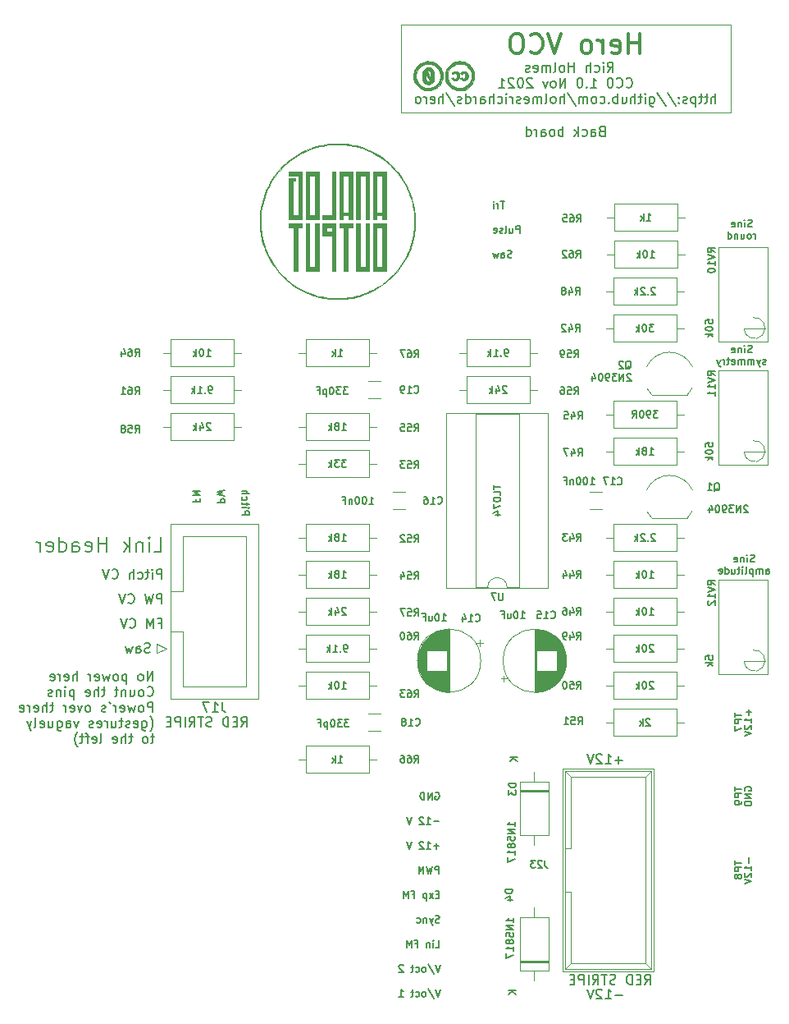
<source format=gbo>
G04 #@! TF.GenerationSoftware,KiCad,Pcbnew,6.0.1-79c1e3a40b~116~ubuntu20.04.1*
G04 #@! TF.CreationDate,2022-01-29T17:03:43-05:00*
G04 #@! TF.ProjectId,herovco_back,6865726f-7663-46f5-9f62-61636b2e6b69,rev?*
G04 #@! TF.SameCoordinates,Original*
G04 #@! TF.FileFunction,Legend,Bot*
G04 #@! TF.FilePolarity,Positive*
%FSLAX46Y46*%
G04 Gerber Fmt 4.6, Leading zero omitted, Abs format (unit mm)*
G04 Created by KiCad (PCBNEW 6.0.1-79c1e3a40b~116~ubuntu20.04.1) date 2022-01-29 17:03:43*
%MOMM*%
%LPD*%
G01*
G04 APERTURE LIST*
%ADD10C,0.120000*%
%ADD11C,0.150000*%
%ADD12C,0.300000*%
%ADD13C,0.200000*%
%ADD14C,0.100000*%
%ADD15C,0.010000*%
G04 APERTURE END LIST*
D10*
X159360000Y-40260000D02*
X193360000Y-40260000D01*
X193360000Y-40260000D02*
X193360000Y-31260000D01*
X159360000Y-31260000D02*
X159360000Y-40260000D01*
X193360000Y-31260000D02*
X159360000Y-31260000D01*
D11*
X133452023Y-95934761D02*
X133309166Y-95982380D01*
X133071071Y-95982380D01*
X132975833Y-95934761D01*
X132928214Y-95887142D01*
X132880595Y-95791904D01*
X132880595Y-95696666D01*
X132928214Y-95601428D01*
X132975833Y-95553809D01*
X133071071Y-95506190D01*
X133261547Y-95458571D01*
X133356785Y-95410952D01*
X133404404Y-95363333D01*
X133452023Y-95268095D01*
X133452023Y-95172857D01*
X133404404Y-95077619D01*
X133356785Y-95030000D01*
X133261547Y-94982380D01*
X133023452Y-94982380D01*
X132880595Y-95030000D01*
X132023452Y-95982380D02*
X132023452Y-95458571D01*
X132071071Y-95363333D01*
X132166309Y-95315714D01*
X132356785Y-95315714D01*
X132452023Y-95363333D01*
X132023452Y-95934761D02*
X132118690Y-95982380D01*
X132356785Y-95982380D01*
X132452023Y-95934761D01*
X132499642Y-95839523D01*
X132499642Y-95744285D01*
X132452023Y-95649047D01*
X132356785Y-95601428D01*
X132118690Y-95601428D01*
X132023452Y-95553809D01*
X131642500Y-95315714D02*
X131452023Y-95982380D01*
X131261547Y-95506190D01*
X131071071Y-95982380D01*
X130880595Y-95315714D01*
X134341071Y-92918571D02*
X134674404Y-92918571D01*
X134674404Y-93442380D02*
X134674404Y-92442380D01*
X134198214Y-92442380D01*
X133817261Y-93442380D02*
X133817261Y-92442380D01*
X133483928Y-93156666D01*
X133150595Y-92442380D01*
X133150595Y-93442380D01*
X131341071Y-93347142D02*
X131388690Y-93394761D01*
X131531547Y-93442380D01*
X131626785Y-93442380D01*
X131769642Y-93394761D01*
X131864880Y-93299523D01*
X131912500Y-93204285D01*
X131960119Y-93013809D01*
X131960119Y-92870952D01*
X131912500Y-92680476D01*
X131864880Y-92585238D01*
X131769642Y-92490000D01*
X131626785Y-92442380D01*
X131531547Y-92442380D01*
X131388690Y-92490000D01*
X131341071Y-92537619D01*
X131055357Y-92442380D02*
X130722023Y-93442380D01*
X130388690Y-92442380D01*
X134674404Y-90902380D02*
X134674404Y-89902380D01*
X134293452Y-89902380D01*
X134198214Y-89950000D01*
X134150595Y-89997619D01*
X134102976Y-90092857D01*
X134102976Y-90235714D01*
X134150595Y-90330952D01*
X134198214Y-90378571D01*
X134293452Y-90426190D01*
X134674404Y-90426190D01*
X133769642Y-89902380D02*
X133531547Y-90902380D01*
X133341071Y-90188095D01*
X133150595Y-90902380D01*
X132912500Y-89902380D01*
X131198214Y-90807142D02*
X131245833Y-90854761D01*
X131388690Y-90902380D01*
X131483928Y-90902380D01*
X131626785Y-90854761D01*
X131722023Y-90759523D01*
X131769642Y-90664285D01*
X131817261Y-90473809D01*
X131817261Y-90330952D01*
X131769642Y-90140476D01*
X131722023Y-90045238D01*
X131626785Y-89950000D01*
X131483928Y-89902380D01*
X131388690Y-89902380D01*
X131245833Y-89950000D01*
X131198214Y-89997619D01*
X130912500Y-89902380D02*
X130579166Y-90902380D01*
X130245833Y-89902380D01*
X134674404Y-88362380D02*
X134674404Y-87362380D01*
X134293452Y-87362380D01*
X134198214Y-87410000D01*
X134150595Y-87457619D01*
X134102976Y-87552857D01*
X134102976Y-87695714D01*
X134150595Y-87790952D01*
X134198214Y-87838571D01*
X134293452Y-87886190D01*
X134674404Y-87886190D01*
X133674404Y-88362380D02*
X133674404Y-87695714D01*
X133674404Y-87362380D02*
X133722023Y-87410000D01*
X133674404Y-87457619D01*
X133626785Y-87410000D01*
X133674404Y-87362380D01*
X133674404Y-87457619D01*
X133341071Y-87695714D02*
X132960119Y-87695714D01*
X133198214Y-87362380D02*
X133198214Y-88219523D01*
X133150595Y-88314761D01*
X133055357Y-88362380D01*
X132960119Y-88362380D01*
X132198214Y-88314761D02*
X132293452Y-88362380D01*
X132483928Y-88362380D01*
X132579166Y-88314761D01*
X132626785Y-88267142D01*
X132674404Y-88171904D01*
X132674404Y-87886190D01*
X132626785Y-87790952D01*
X132579166Y-87743333D01*
X132483928Y-87695714D01*
X132293452Y-87695714D01*
X132198214Y-87743333D01*
X131769642Y-88362380D02*
X131769642Y-87362380D01*
X131341071Y-88362380D02*
X131341071Y-87838571D01*
X131388690Y-87743333D01*
X131483928Y-87695714D01*
X131626785Y-87695714D01*
X131722023Y-87743333D01*
X131769642Y-87790952D01*
X129531547Y-88267142D02*
X129579166Y-88314761D01*
X129722023Y-88362380D01*
X129817261Y-88362380D01*
X129960119Y-88314761D01*
X130055357Y-88219523D01*
X130102976Y-88124285D01*
X130150595Y-87933809D01*
X130150595Y-87790952D01*
X130102976Y-87600476D01*
X130055357Y-87505238D01*
X129960119Y-87410000D01*
X129817261Y-87362380D01*
X129722023Y-87362380D01*
X129579166Y-87410000D01*
X129531547Y-87457619D01*
X129245833Y-87362380D02*
X128912500Y-88362380D01*
X128579166Y-87362380D01*
X142871428Y-103602380D02*
X143204761Y-103126190D01*
X143442857Y-103602380D02*
X143442857Y-102602380D01*
X143061904Y-102602380D01*
X142966666Y-102650000D01*
X142919047Y-102697619D01*
X142871428Y-102792857D01*
X142871428Y-102935714D01*
X142919047Y-103030952D01*
X142966666Y-103078571D01*
X143061904Y-103126190D01*
X143442857Y-103126190D01*
X142442857Y-103078571D02*
X142109523Y-103078571D01*
X141966666Y-103602380D02*
X142442857Y-103602380D01*
X142442857Y-102602380D01*
X141966666Y-102602380D01*
X141538095Y-103602380D02*
X141538095Y-102602380D01*
X141300000Y-102602380D01*
X141157142Y-102650000D01*
X141061904Y-102745238D01*
X141014285Y-102840476D01*
X140966666Y-103030952D01*
X140966666Y-103173809D01*
X141014285Y-103364285D01*
X141061904Y-103459523D01*
X141157142Y-103554761D01*
X141300000Y-103602380D01*
X141538095Y-103602380D01*
X139823809Y-103554761D02*
X139680952Y-103602380D01*
X139442857Y-103602380D01*
X139347619Y-103554761D01*
X139300000Y-103507142D01*
X139252380Y-103411904D01*
X139252380Y-103316666D01*
X139300000Y-103221428D01*
X139347619Y-103173809D01*
X139442857Y-103126190D01*
X139633333Y-103078571D01*
X139728571Y-103030952D01*
X139776190Y-102983333D01*
X139823809Y-102888095D01*
X139823809Y-102792857D01*
X139776190Y-102697619D01*
X139728571Y-102650000D01*
X139633333Y-102602380D01*
X139395238Y-102602380D01*
X139252380Y-102650000D01*
X138966666Y-102602380D02*
X138395238Y-102602380D01*
X138680952Y-103602380D02*
X138680952Y-102602380D01*
X137490476Y-103602380D02*
X137823809Y-103126190D01*
X138061904Y-103602380D02*
X138061904Y-102602380D01*
X137680952Y-102602380D01*
X137585714Y-102650000D01*
X137538095Y-102697619D01*
X137490476Y-102792857D01*
X137490476Y-102935714D01*
X137538095Y-103030952D01*
X137585714Y-103078571D01*
X137680952Y-103126190D01*
X138061904Y-103126190D01*
X137061904Y-103602380D02*
X137061904Y-102602380D01*
X136585714Y-103602380D02*
X136585714Y-102602380D01*
X136204761Y-102602380D01*
X136109523Y-102650000D01*
X136061904Y-102697619D01*
X136014285Y-102792857D01*
X136014285Y-102935714D01*
X136061904Y-103030952D01*
X136109523Y-103078571D01*
X136204761Y-103126190D01*
X136585714Y-103126190D01*
X135585714Y-103078571D02*
X135252380Y-103078571D01*
X135109523Y-103602380D02*
X135585714Y-103602380D01*
X135585714Y-102602380D01*
X135109523Y-102602380D01*
X180074285Y-42188571D02*
X179931428Y-42236190D01*
X179883809Y-42283809D01*
X179836190Y-42379047D01*
X179836190Y-42521904D01*
X179883809Y-42617142D01*
X179931428Y-42664761D01*
X180026666Y-42712380D01*
X180407619Y-42712380D01*
X180407619Y-41712380D01*
X180074285Y-41712380D01*
X179979047Y-41760000D01*
X179931428Y-41807619D01*
X179883809Y-41902857D01*
X179883809Y-41998095D01*
X179931428Y-42093333D01*
X179979047Y-42140952D01*
X180074285Y-42188571D01*
X180407619Y-42188571D01*
X178979047Y-42712380D02*
X178979047Y-42188571D01*
X179026666Y-42093333D01*
X179121904Y-42045714D01*
X179312380Y-42045714D01*
X179407619Y-42093333D01*
X178979047Y-42664761D02*
X179074285Y-42712380D01*
X179312380Y-42712380D01*
X179407619Y-42664761D01*
X179455238Y-42569523D01*
X179455238Y-42474285D01*
X179407619Y-42379047D01*
X179312380Y-42331428D01*
X179074285Y-42331428D01*
X178979047Y-42283809D01*
X178074285Y-42664761D02*
X178169523Y-42712380D01*
X178360000Y-42712380D01*
X178455238Y-42664761D01*
X178502857Y-42617142D01*
X178550476Y-42521904D01*
X178550476Y-42236190D01*
X178502857Y-42140952D01*
X178455238Y-42093333D01*
X178360000Y-42045714D01*
X178169523Y-42045714D01*
X178074285Y-42093333D01*
X177645714Y-42712380D02*
X177645714Y-41712380D01*
X177550476Y-42331428D02*
X177264761Y-42712380D01*
X177264761Y-42045714D02*
X177645714Y-42426666D01*
X176074285Y-42712380D02*
X176074285Y-41712380D01*
X176074285Y-42093333D02*
X175979047Y-42045714D01*
X175788571Y-42045714D01*
X175693333Y-42093333D01*
X175645714Y-42140952D01*
X175598095Y-42236190D01*
X175598095Y-42521904D01*
X175645714Y-42617142D01*
X175693333Y-42664761D01*
X175788571Y-42712380D01*
X175979047Y-42712380D01*
X176074285Y-42664761D01*
X175026666Y-42712380D02*
X175121904Y-42664761D01*
X175169523Y-42617142D01*
X175217142Y-42521904D01*
X175217142Y-42236190D01*
X175169523Y-42140952D01*
X175121904Y-42093333D01*
X175026666Y-42045714D01*
X174883809Y-42045714D01*
X174788571Y-42093333D01*
X174740952Y-42140952D01*
X174693333Y-42236190D01*
X174693333Y-42521904D01*
X174740952Y-42617142D01*
X174788571Y-42664761D01*
X174883809Y-42712380D01*
X175026666Y-42712380D01*
X173836190Y-42712380D02*
X173836190Y-42188571D01*
X173883809Y-42093333D01*
X173979047Y-42045714D01*
X174169523Y-42045714D01*
X174264761Y-42093333D01*
X173836190Y-42664761D02*
X173931428Y-42712380D01*
X174169523Y-42712380D01*
X174264761Y-42664761D01*
X174312380Y-42569523D01*
X174312380Y-42474285D01*
X174264761Y-42379047D01*
X174169523Y-42331428D01*
X173931428Y-42331428D01*
X173836190Y-42283809D01*
X173360000Y-42712380D02*
X173360000Y-42045714D01*
X173360000Y-42236190D02*
X173312380Y-42140952D01*
X173264761Y-42093333D01*
X173169523Y-42045714D01*
X173074285Y-42045714D01*
X172312380Y-42712380D02*
X172312380Y-41712380D01*
X172312380Y-42664761D02*
X172407619Y-42712380D01*
X172598095Y-42712380D01*
X172693333Y-42664761D01*
X172740952Y-42617142D01*
X172788571Y-42521904D01*
X172788571Y-42236190D01*
X172740952Y-42140952D01*
X172693333Y-42093333D01*
X172598095Y-42045714D01*
X172407619Y-42045714D01*
X172312380Y-42093333D01*
X180669523Y-36102380D02*
X181002857Y-35626190D01*
X181240952Y-36102380D02*
X181240952Y-35102380D01*
X180860000Y-35102380D01*
X180764761Y-35150000D01*
X180717142Y-35197619D01*
X180669523Y-35292857D01*
X180669523Y-35435714D01*
X180717142Y-35530952D01*
X180764761Y-35578571D01*
X180860000Y-35626190D01*
X181240952Y-35626190D01*
X180240952Y-36102380D02*
X180240952Y-35435714D01*
X180240952Y-35102380D02*
X180288571Y-35150000D01*
X180240952Y-35197619D01*
X180193333Y-35150000D01*
X180240952Y-35102380D01*
X180240952Y-35197619D01*
X179336190Y-36054761D02*
X179431428Y-36102380D01*
X179621904Y-36102380D01*
X179717142Y-36054761D01*
X179764761Y-36007142D01*
X179812380Y-35911904D01*
X179812380Y-35626190D01*
X179764761Y-35530952D01*
X179717142Y-35483333D01*
X179621904Y-35435714D01*
X179431428Y-35435714D01*
X179336190Y-35483333D01*
X178907619Y-36102380D02*
X178907619Y-35102380D01*
X178479047Y-36102380D02*
X178479047Y-35578571D01*
X178526666Y-35483333D01*
X178621904Y-35435714D01*
X178764761Y-35435714D01*
X178860000Y-35483333D01*
X178907619Y-35530952D01*
X177240952Y-36102380D02*
X177240952Y-35102380D01*
X177240952Y-35578571D02*
X176669523Y-35578571D01*
X176669523Y-36102380D02*
X176669523Y-35102380D01*
X176050476Y-36102380D02*
X176145714Y-36054761D01*
X176193333Y-36007142D01*
X176240952Y-35911904D01*
X176240952Y-35626190D01*
X176193333Y-35530952D01*
X176145714Y-35483333D01*
X176050476Y-35435714D01*
X175907619Y-35435714D01*
X175812380Y-35483333D01*
X175764761Y-35530952D01*
X175717142Y-35626190D01*
X175717142Y-35911904D01*
X175764761Y-36007142D01*
X175812380Y-36054761D01*
X175907619Y-36102380D01*
X176050476Y-36102380D01*
X175145714Y-36102380D02*
X175240952Y-36054761D01*
X175288571Y-35959523D01*
X175288571Y-35102380D01*
X174764761Y-36102380D02*
X174764761Y-35435714D01*
X174764761Y-35530952D02*
X174717142Y-35483333D01*
X174621904Y-35435714D01*
X174479047Y-35435714D01*
X174383809Y-35483333D01*
X174336190Y-35578571D01*
X174336190Y-36102380D01*
X174336190Y-35578571D02*
X174288571Y-35483333D01*
X174193333Y-35435714D01*
X174050476Y-35435714D01*
X173955238Y-35483333D01*
X173907619Y-35578571D01*
X173907619Y-36102380D01*
X173050476Y-36054761D02*
X173145714Y-36102380D01*
X173336190Y-36102380D01*
X173431428Y-36054761D01*
X173479047Y-35959523D01*
X173479047Y-35578571D01*
X173431428Y-35483333D01*
X173336190Y-35435714D01*
X173145714Y-35435714D01*
X173050476Y-35483333D01*
X173002857Y-35578571D01*
X173002857Y-35673809D01*
X173479047Y-35769047D01*
X172621904Y-36054761D02*
X172526666Y-36102380D01*
X172336190Y-36102380D01*
X172240952Y-36054761D01*
X172193333Y-35959523D01*
X172193333Y-35911904D01*
X172240952Y-35816666D01*
X172336190Y-35769047D01*
X172479047Y-35769047D01*
X172574285Y-35721428D01*
X172621904Y-35626190D01*
X172621904Y-35578571D01*
X172574285Y-35483333D01*
X172479047Y-35435714D01*
X172336190Y-35435714D01*
X172240952Y-35483333D01*
X182621904Y-37617142D02*
X182669523Y-37664761D01*
X182812380Y-37712380D01*
X182907619Y-37712380D01*
X183050476Y-37664761D01*
X183145714Y-37569523D01*
X183193333Y-37474285D01*
X183240952Y-37283809D01*
X183240952Y-37140952D01*
X183193333Y-36950476D01*
X183145714Y-36855238D01*
X183050476Y-36760000D01*
X182907619Y-36712380D01*
X182812380Y-36712380D01*
X182669523Y-36760000D01*
X182621904Y-36807619D01*
X181621904Y-37617142D02*
X181669523Y-37664761D01*
X181812380Y-37712380D01*
X181907619Y-37712380D01*
X182050476Y-37664761D01*
X182145714Y-37569523D01*
X182193333Y-37474285D01*
X182240952Y-37283809D01*
X182240952Y-37140952D01*
X182193333Y-36950476D01*
X182145714Y-36855238D01*
X182050476Y-36760000D01*
X181907619Y-36712380D01*
X181812380Y-36712380D01*
X181669523Y-36760000D01*
X181621904Y-36807619D01*
X181002857Y-36712380D02*
X180907619Y-36712380D01*
X180812380Y-36760000D01*
X180764761Y-36807619D01*
X180717142Y-36902857D01*
X180669523Y-37093333D01*
X180669523Y-37331428D01*
X180717142Y-37521904D01*
X180764761Y-37617142D01*
X180812380Y-37664761D01*
X180907619Y-37712380D01*
X181002857Y-37712380D01*
X181098095Y-37664761D01*
X181145714Y-37617142D01*
X181193333Y-37521904D01*
X181240952Y-37331428D01*
X181240952Y-37093333D01*
X181193333Y-36902857D01*
X181145714Y-36807619D01*
X181098095Y-36760000D01*
X181002857Y-36712380D01*
X178955238Y-37712380D02*
X179526666Y-37712380D01*
X179240952Y-37712380D02*
X179240952Y-36712380D01*
X179336190Y-36855238D01*
X179431428Y-36950476D01*
X179526666Y-36998095D01*
X178526666Y-37617142D02*
X178479047Y-37664761D01*
X178526666Y-37712380D01*
X178574285Y-37664761D01*
X178526666Y-37617142D01*
X178526666Y-37712380D01*
X177860000Y-36712380D02*
X177764761Y-36712380D01*
X177669523Y-36760000D01*
X177621904Y-36807619D01*
X177574285Y-36902857D01*
X177526666Y-37093333D01*
X177526666Y-37331428D01*
X177574285Y-37521904D01*
X177621904Y-37617142D01*
X177669523Y-37664761D01*
X177764761Y-37712380D01*
X177860000Y-37712380D01*
X177955238Y-37664761D01*
X178002857Y-37617142D01*
X178050476Y-37521904D01*
X178098095Y-37331428D01*
X178098095Y-37093333D01*
X178050476Y-36902857D01*
X178002857Y-36807619D01*
X177955238Y-36760000D01*
X177860000Y-36712380D01*
X176336190Y-37712380D02*
X176336190Y-36712380D01*
X175764761Y-37712380D01*
X175764761Y-36712380D01*
X175145714Y-37712380D02*
X175240952Y-37664761D01*
X175288571Y-37617142D01*
X175336190Y-37521904D01*
X175336190Y-37236190D01*
X175288571Y-37140952D01*
X175240952Y-37093333D01*
X175145714Y-37045714D01*
X175002857Y-37045714D01*
X174907619Y-37093333D01*
X174860000Y-37140952D01*
X174812380Y-37236190D01*
X174812380Y-37521904D01*
X174860000Y-37617142D01*
X174907619Y-37664761D01*
X175002857Y-37712380D01*
X175145714Y-37712380D01*
X174479047Y-37045714D02*
X174240952Y-37712380D01*
X174002857Y-37045714D01*
X172907619Y-36807619D02*
X172860000Y-36760000D01*
X172764761Y-36712380D01*
X172526666Y-36712380D01*
X172431428Y-36760000D01*
X172383809Y-36807619D01*
X172336190Y-36902857D01*
X172336190Y-36998095D01*
X172383809Y-37140952D01*
X172955238Y-37712380D01*
X172336190Y-37712380D01*
X171717142Y-36712380D02*
X171621904Y-36712380D01*
X171526666Y-36760000D01*
X171479047Y-36807619D01*
X171431428Y-36902857D01*
X171383809Y-37093333D01*
X171383809Y-37331428D01*
X171431428Y-37521904D01*
X171479047Y-37617142D01*
X171526666Y-37664761D01*
X171621904Y-37712380D01*
X171717142Y-37712380D01*
X171812380Y-37664761D01*
X171860000Y-37617142D01*
X171907619Y-37521904D01*
X171955238Y-37331428D01*
X171955238Y-37093333D01*
X171907619Y-36902857D01*
X171860000Y-36807619D01*
X171812380Y-36760000D01*
X171717142Y-36712380D01*
X171002857Y-36807619D02*
X170955238Y-36760000D01*
X170860000Y-36712380D01*
X170621904Y-36712380D01*
X170526666Y-36760000D01*
X170479047Y-36807619D01*
X170431428Y-36902857D01*
X170431428Y-36998095D01*
X170479047Y-37140952D01*
X171050476Y-37712380D01*
X170431428Y-37712380D01*
X169479047Y-37712380D02*
X170050476Y-37712380D01*
X169764761Y-37712380D02*
X169764761Y-36712380D01*
X169860000Y-36855238D01*
X169955238Y-36950476D01*
X170050476Y-36998095D01*
X191812380Y-39322380D02*
X191812380Y-38322380D01*
X191383809Y-39322380D02*
X191383809Y-38798571D01*
X191431428Y-38703333D01*
X191526666Y-38655714D01*
X191669523Y-38655714D01*
X191764761Y-38703333D01*
X191812380Y-38750952D01*
X191050476Y-38655714D02*
X190669523Y-38655714D01*
X190907619Y-38322380D02*
X190907619Y-39179523D01*
X190860000Y-39274761D01*
X190764761Y-39322380D01*
X190669523Y-39322380D01*
X190479047Y-38655714D02*
X190098095Y-38655714D01*
X190336190Y-38322380D02*
X190336190Y-39179523D01*
X190288571Y-39274761D01*
X190193333Y-39322380D01*
X190098095Y-39322380D01*
X189764761Y-38655714D02*
X189764761Y-39655714D01*
X189764761Y-38703333D02*
X189669523Y-38655714D01*
X189479047Y-38655714D01*
X189383809Y-38703333D01*
X189336190Y-38750952D01*
X189288571Y-38846190D01*
X189288571Y-39131904D01*
X189336190Y-39227142D01*
X189383809Y-39274761D01*
X189479047Y-39322380D01*
X189669523Y-39322380D01*
X189764761Y-39274761D01*
X188907619Y-39274761D02*
X188812380Y-39322380D01*
X188621904Y-39322380D01*
X188526666Y-39274761D01*
X188479047Y-39179523D01*
X188479047Y-39131904D01*
X188526666Y-39036666D01*
X188621904Y-38989047D01*
X188764761Y-38989047D01*
X188860000Y-38941428D01*
X188907619Y-38846190D01*
X188907619Y-38798571D01*
X188860000Y-38703333D01*
X188764761Y-38655714D01*
X188621904Y-38655714D01*
X188526666Y-38703333D01*
X188050476Y-39227142D02*
X188002857Y-39274761D01*
X188050476Y-39322380D01*
X188098095Y-39274761D01*
X188050476Y-39227142D01*
X188050476Y-39322380D01*
X188050476Y-38703333D02*
X188002857Y-38750952D01*
X188050476Y-38798571D01*
X188098095Y-38750952D01*
X188050476Y-38703333D01*
X188050476Y-38798571D01*
X186860000Y-38274761D02*
X187717142Y-39560476D01*
X185812380Y-38274761D02*
X186669523Y-39560476D01*
X185050476Y-38655714D02*
X185050476Y-39465238D01*
X185098095Y-39560476D01*
X185145714Y-39608095D01*
X185240952Y-39655714D01*
X185383809Y-39655714D01*
X185479047Y-39608095D01*
X185050476Y-39274761D02*
X185145714Y-39322380D01*
X185336190Y-39322380D01*
X185431428Y-39274761D01*
X185479047Y-39227142D01*
X185526666Y-39131904D01*
X185526666Y-38846190D01*
X185479047Y-38750952D01*
X185431428Y-38703333D01*
X185336190Y-38655714D01*
X185145714Y-38655714D01*
X185050476Y-38703333D01*
X184574285Y-39322380D02*
X184574285Y-38655714D01*
X184574285Y-38322380D02*
X184621904Y-38370000D01*
X184574285Y-38417619D01*
X184526666Y-38370000D01*
X184574285Y-38322380D01*
X184574285Y-38417619D01*
X184240952Y-38655714D02*
X183860000Y-38655714D01*
X184098095Y-38322380D02*
X184098095Y-39179523D01*
X184050476Y-39274761D01*
X183955238Y-39322380D01*
X183860000Y-39322380D01*
X183526666Y-39322380D02*
X183526666Y-38322380D01*
X183098095Y-39322380D02*
X183098095Y-38798571D01*
X183145714Y-38703333D01*
X183240952Y-38655714D01*
X183383809Y-38655714D01*
X183479047Y-38703333D01*
X183526666Y-38750952D01*
X182193333Y-38655714D02*
X182193333Y-39322380D01*
X182621904Y-38655714D02*
X182621904Y-39179523D01*
X182574285Y-39274761D01*
X182479047Y-39322380D01*
X182336190Y-39322380D01*
X182240952Y-39274761D01*
X182193333Y-39227142D01*
X181717142Y-39322380D02*
X181717142Y-38322380D01*
X181717142Y-38703333D02*
X181621904Y-38655714D01*
X181431428Y-38655714D01*
X181336190Y-38703333D01*
X181288571Y-38750952D01*
X181240952Y-38846190D01*
X181240952Y-39131904D01*
X181288571Y-39227142D01*
X181336190Y-39274761D01*
X181431428Y-39322380D01*
X181621904Y-39322380D01*
X181717142Y-39274761D01*
X180812380Y-39227142D02*
X180764761Y-39274761D01*
X180812380Y-39322380D01*
X180860000Y-39274761D01*
X180812380Y-39227142D01*
X180812380Y-39322380D01*
X179907619Y-39274761D02*
X180002857Y-39322380D01*
X180193333Y-39322380D01*
X180288571Y-39274761D01*
X180336190Y-39227142D01*
X180383809Y-39131904D01*
X180383809Y-38846190D01*
X180336190Y-38750952D01*
X180288571Y-38703333D01*
X180193333Y-38655714D01*
X180002857Y-38655714D01*
X179907619Y-38703333D01*
X179336190Y-39322380D02*
X179431428Y-39274761D01*
X179479047Y-39227142D01*
X179526666Y-39131904D01*
X179526666Y-38846190D01*
X179479047Y-38750952D01*
X179431428Y-38703333D01*
X179336190Y-38655714D01*
X179193333Y-38655714D01*
X179098095Y-38703333D01*
X179050476Y-38750952D01*
X179002857Y-38846190D01*
X179002857Y-39131904D01*
X179050476Y-39227142D01*
X179098095Y-39274761D01*
X179193333Y-39322380D01*
X179336190Y-39322380D01*
X178574285Y-39322380D02*
X178574285Y-38655714D01*
X178574285Y-38750952D02*
X178526666Y-38703333D01*
X178431428Y-38655714D01*
X178288571Y-38655714D01*
X178193333Y-38703333D01*
X178145714Y-38798571D01*
X178145714Y-39322380D01*
X178145714Y-38798571D02*
X178098095Y-38703333D01*
X178002857Y-38655714D01*
X177860000Y-38655714D01*
X177764761Y-38703333D01*
X177717142Y-38798571D01*
X177717142Y-39322380D01*
X176526666Y-38274761D02*
X177383809Y-39560476D01*
X176193333Y-39322380D02*
X176193333Y-38322380D01*
X175764761Y-39322380D02*
X175764761Y-38798571D01*
X175812380Y-38703333D01*
X175907619Y-38655714D01*
X176050476Y-38655714D01*
X176145714Y-38703333D01*
X176193333Y-38750952D01*
X175145714Y-39322380D02*
X175240952Y-39274761D01*
X175288571Y-39227142D01*
X175336190Y-39131904D01*
X175336190Y-38846190D01*
X175288571Y-38750952D01*
X175240952Y-38703333D01*
X175145714Y-38655714D01*
X175002857Y-38655714D01*
X174907619Y-38703333D01*
X174860000Y-38750952D01*
X174812380Y-38846190D01*
X174812380Y-39131904D01*
X174860000Y-39227142D01*
X174907619Y-39274761D01*
X175002857Y-39322380D01*
X175145714Y-39322380D01*
X174240952Y-39322380D02*
X174336190Y-39274761D01*
X174383809Y-39179523D01*
X174383809Y-38322380D01*
X173860000Y-39322380D02*
X173860000Y-38655714D01*
X173860000Y-38750952D02*
X173812380Y-38703333D01*
X173717142Y-38655714D01*
X173574285Y-38655714D01*
X173479047Y-38703333D01*
X173431428Y-38798571D01*
X173431428Y-39322380D01*
X173431428Y-38798571D02*
X173383809Y-38703333D01*
X173288571Y-38655714D01*
X173145714Y-38655714D01*
X173050476Y-38703333D01*
X173002857Y-38798571D01*
X173002857Y-39322380D01*
X172145714Y-39274761D02*
X172240952Y-39322380D01*
X172431428Y-39322380D01*
X172526666Y-39274761D01*
X172574285Y-39179523D01*
X172574285Y-38798571D01*
X172526666Y-38703333D01*
X172431428Y-38655714D01*
X172240952Y-38655714D01*
X172145714Y-38703333D01*
X172098095Y-38798571D01*
X172098095Y-38893809D01*
X172574285Y-38989047D01*
X171717142Y-39274761D02*
X171621904Y-39322380D01*
X171431428Y-39322380D01*
X171336190Y-39274761D01*
X171288571Y-39179523D01*
X171288571Y-39131904D01*
X171336190Y-39036666D01*
X171431428Y-38989047D01*
X171574285Y-38989047D01*
X171669523Y-38941428D01*
X171717142Y-38846190D01*
X171717142Y-38798571D01*
X171669523Y-38703333D01*
X171574285Y-38655714D01*
X171431428Y-38655714D01*
X171336190Y-38703333D01*
X170860000Y-39322380D02*
X170860000Y-38655714D01*
X170860000Y-38846190D02*
X170812380Y-38750952D01*
X170764761Y-38703333D01*
X170669523Y-38655714D01*
X170574285Y-38655714D01*
X170240952Y-39322380D02*
X170240952Y-38655714D01*
X170240952Y-38322380D02*
X170288571Y-38370000D01*
X170240952Y-38417619D01*
X170193333Y-38370000D01*
X170240952Y-38322380D01*
X170240952Y-38417619D01*
X169336190Y-39274761D02*
X169431428Y-39322380D01*
X169621904Y-39322380D01*
X169717142Y-39274761D01*
X169764761Y-39227142D01*
X169812380Y-39131904D01*
X169812380Y-38846190D01*
X169764761Y-38750952D01*
X169717142Y-38703333D01*
X169621904Y-38655714D01*
X169431428Y-38655714D01*
X169336190Y-38703333D01*
X168907619Y-39322380D02*
X168907619Y-38322380D01*
X168479047Y-39322380D02*
X168479047Y-38798571D01*
X168526666Y-38703333D01*
X168621904Y-38655714D01*
X168764761Y-38655714D01*
X168860000Y-38703333D01*
X168907619Y-38750952D01*
X167574285Y-39322380D02*
X167574285Y-38798571D01*
X167621904Y-38703333D01*
X167717142Y-38655714D01*
X167907619Y-38655714D01*
X168002857Y-38703333D01*
X167574285Y-39274761D02*
X167669523Y-39322380D01*
X167907619Y-39322380D01*
X168002857Y-39274761D01*
X168050476Y-39179523D01*
X168050476Y-39084285D01*
X168002857Y-38989047D01*
X167907619Y-38941428D01*
X167669523Y-38941428D01*
X167574285Y-38893809D01*
X167098095Y-39322380D02*
X167098095Y-38655714D01*
X167098095Y-38846190D02*
X167050476Y-38750952D01*
X167002857Y-38703333D01*
X166907619Y-38655714D01*
X166812380Y-38655714D01*
X166050476Y-39322380D02*
X166050476Y-38322380D01*
X166050476Y-39274761D02*
X166145714Y-39322380D01*
X166336190Y-39322380D01*
X166431428Y-39274761D01*
X166479047Y-39227142D01*
X166526666Y-39131904D01*
X166526666Y-38846190D01*
X166479047Y-38750952D01*
X166431428Y-38703333D01*
X166336190Y-38655714D01*
X166145714Y-38655714D01*
X166050476Y-38703333D01*
X165621904Y-39274761D02*
X165526666Y-39322380D01*
X165336190Y-39322380D01*
X165240952Y-39274761D01*
X165193333Y-39179523D01*
X165193333Y-39131904D01*
X165240952Y-39036666D01*
X165336190Y-38989047D01*
X165479047Y-38989047D01*
X165574285Y-38941428D01*
X165621904Y-38846190D01*
X165621904Y-38798571D01*
X165574285Y-38703333D01*
X165479047Y-38655714D01*
X165336190Y-38655714D01*
X165240952Y-38703333D01*
X164050476Y-38274761D02*
X164907619Y-39560476D01*
X163717142Y-39322380D02*
X163717142Y-38322380D01*
X163288571Y-39322380D02*
X163288571Y-38798571D01*
X163336190Y-38703333D01*
X163431428Y-38655714D01*
X163574285Y-38655714D01*
X163669523Y-38703333D01*
X163717142Y-38750952D01*
X162431428Y-39274761D02*
X162526666Y-39322380D01*
X162717142Y-39322380D01*
X162812380Y-39274761D01*
X162860000Y-39179523D01*
X162860000Y-38798571D01*
X162812380Y-38703333D01*
X162717142Y-38655714D01*
X162526666Y-38655714D01*
X162431428Y-38703333D01*
X162383809Y-38798571D01*
X162383809Y-38893809D01*
X162860000Y-38989047D01*
X161955238Y-39322380D02*
X161955238Y-38655714D01*
X161955238Y-38846190D02*
X161907619Y-38750952D01*
X161860000Y-38703333D01*
X161764761Y-38655714D01*
X161669523Y-38655714D01*
X161193333Y-39322380D02*
X161288571Y-39274761D01*
X161336190Y-39227142D01*
X161383809Y-39131904D01*
X161383809Y-38846190D01*
X161336190Y-38750952D01*
X161288571Y-38703333D01*
X161193333Y-38655714D01*
X161050476Y-38655714D01*
X160955238Y-38703333D01*
X160907619Y-38750952D01*
X160860000Y-38846190D01*
X160860000Y-39131904D01*
X160907619Y-39227142D01*
X160955238Y-39274761D01*
X161050476Y-39322380D01*
X161193333Y-39322380D01*
D12*
X183979047Y-34164761D02*
X183979047Y-32164761D01*
X183979047Y-33117142D02*
X182836190Y-33117142D01*
X182836190Y-34164761D02*
X182836190Y-32164761D01*
X181121904Y-34069523D02*
X181312380Y-34164761D01*
X181693333Y-34164761D01*
X181883809Y-34069523D01*
X181979047Y-33879047D01*
X181979047Y-33117142D01*
X181883809Y-32926666D01*
X181693333Y-32831428D01*
X181312380Y-32831428D01*
X181121904Y-32926666D01*
X181026666Y-33117142D01*
X181026666Y-33307619D01*
X181979047Y-33498095D01*
X180169523Y-34164761D02*
X180169523Y-32831428D01*
X180169523Y-33212380D02*
X180074285Y-33021904D01*
X179979047Y-32926666D01*
X179788571Y-32831428D01*
X179598095Y-32831428D01*
X178645714Y-34164761D02*
X178836190Y-34069523D01*
X178931428Y-33974285D01*
X179026666Y-33783809D01*
X179026666Y-33212380D01*
X178931428Y-33021904D01*
X178836190Y-32926666D01*
X178645714Y-32831428D01*
X178360000Y-32831428D01*
X178169523Y-32926666D01*
X178074285Y-33021904D01*
X177979047Y-33212380D01*
X177979047Y-33783809D01*
X178074285Y-33974285D01*
X178169523Y-34069523D01*
X178360000Y-34164761D01*
X178645714Y-34164761D01*
X175883809Y-32164761D02*
X175217142Y-34164761D01*
X174550476Y-32164761D01*
X172740952Y-33974285D02*
X172836190Y-34069523D01*
X173121904Y-34164761D01*
X173312380Y-34164761D01*
X173598095Y-34069523D01*
X173788571Y-33879047D01*
X173883809Y-33688571D01*
X173979047Y-33307619D01*
X173979047Y-33021904D01*
X173883809Y-32640952D01*
X173788571Y-32450476D01*
X173598095Y-32260000D01*
X173312380Y-32164761D01*
X173121904Y-32164761D01*
X172836190Y-32260000D01*
X172740952Y-32355238D01*
X171502857Y-32164761D02*
X171121904Y-32164761D01*
X170931428Y-32260000D01*
X170740952Y-32450476D01*
X170645714Y-32831428D01*
X170645714Y-33498095D01*
X170740952Y-33879047D01*
X170931428Y-34069523D01*
X171121904Y-34164761D01*
X171502857Y-34164761D01*
X171693333Y-34069523D01*
X171883809Y-33879047D01*
X171979047Y-33498095D01*
X171979047Y-32831428D01*
X171883809Y-32450476D01*
X171693333Y-32260000D01*
X171502857Y-32164761D01*
D11*
X170783214Y-55193571D02*
X170676071Y-55229285D01*
X170497500Y-55229285D01*
X170426071Y-55193571D01*
X170390357Y-55157857D01*
X170354642Y-55086428D01*
X170354642Y-55015000D01*
X170390357Y-54943571D01*
X170426071Y-54907857D01*
X170497500Y-54872142D01*
X170640357Y-54836428D01*
X170711785Y-54800714D01*
X170747500Y-54765000D01*
X170783214Y-54693571D01*
X170783214Y-54622142D01*
X170747500Y-54550714D01*
X170711785Y-54515000D01*
X170640357Y-54479285D01*
X170461785Y-54479285D01*
X170354642Y-54515000D01*
X169711785Y-55229285D02*
X169711785Y-54836428D01*
X169747500Y-54765000D01*
X169818928Y-54729285D01*
X169961785Y-54729285D01*
X170033214Y-54765000D01*
X169711785Y-55193571D02*
X169783214Y-55229285D01*
X169961785Y-55229285D01*
X170033214Y-55193571D01*
X170068928Y-55122142D01*
X170068928Y-55050714D01*
X170033214Y-54979285D01*
X169961785Y-54943571D01*
X169783214Y-54943571D01*
X169711785Y-54907857D01*
X169426071Y-54729285D02*
X169283214Y-55229285D01*
X169140357Y-54872142D01*
X168997500Y-55229285D01*
X168854642Y-54729285D01*
X162901071Y-110395000D02*
X162972500Y-110359285D01*
X163079642Y-110359285D01*
X163186785Y-110395000D01*
X163258214Y-110466428D01*
X163293928Y-110537857D01*
X163329642Y-110680714D01*
X163329642Y-110787857D01*
X163293928Y-110930714D01*
X163258214Y-111002142D01*
X163186785Y-111073571D01*
X163079642Y-111109285D01*
X163008214Y-111109285D01*
X162901071Y-111073571D01*
X162865357Y-111037857D01*
X162865357Y-110787857D01*
X163008214Y-110787857D01*
X162543928Y-111109285D02*
X162543928Y-110359285D01*
X162115357Y-111109285D01*
X162115357Y-110359285D01*
X161758214Y-111109285D02*
X161758214Y-110359285D01*
X161579642Y-110359285D01*
X161472500Y-110395000D01*
X161401071Y-110466428D01*
X161365357Y-110537857D01*
X161329642Y-110680714D01*
X161329642Y-110787857D01*
X161365357Y-110930714D01*
X161401071Y-111002142D01*
X161472500Y-111073571D01*
X161579642Y-111109285D01*
X161758214Y-111109285D01*
X140385714Y-80521071D02*
X141135714Y-80521071D01*
X141135714Y-80235357D01*
X141100000Y-80163928D01*
X141064285Y-80128214D01*
X140992857Y-80092500D01*
X140885714Y-80092500D01*
X140814285Y-80128214D01*
X140778571Y-80163928D01*
X140742857Y-80235357D01*
X140742857Y-80521071D01*
X141135714Y-79842500D02*
X140385714Y-79663928D01*
X140921428Y-79521071D01*
X140385714Y-79378214D01*
X141135714Y-79199642D01*
X162936785Y-126349285D02*
X163293928Y-126349285D01*
X163293928Y-125599285D01*
X162686785Y-126349285D02*
X162686785Y-125849285D01*
X162686785Y-125599285D02*
X162722500Y-125635000D01*
X162686785Y-125670714D01*
X162651071Y-125635000D01*
X162686785Y-125599285D01*
X162686785Y-125670714D01*
X162329642Y-125849285D02*
X162329642Y-126349285D01*
X162329642Y-125920714D02*
X162293928Y-125885000D01*
X162222500Y-125849285D01*
X162115357Y-125849285D01*
X162043928Y-125885000D01*
X162008214Y-125956428D01*
X162008214Y-126349285D01*
X160829642Y-125956428D02*
X161079642Y-125956428D01*
X161079642Y-126349285D02*
X161079642Y-125599285D01*
X160722500Y-125599285D01*
X160436785Y-126349285D02*
X160436785Y-125599285D01*
X160186785Y-126135000D01*
X159936785Y-125599285D01*
X159936785Y-126349285D01*
X195579571Y-52049821D02*
X195472428Y-52085535D01*
X195293857Y-52085535D01*
X195222428Y-52049821D01*
X195186714Y-52014107D01*
X195151000Y-51942678D01*
X195151000Y-51871250D01*
X195186714Y-51799821D01*
X195222428Y-51764107D01*
X195293857Y-51728392D01*
X195436714Y-51692678D01*
X195508142Y-51656964D01*
X195543857Y-51621250D01*
X195579571Y-51549821D01*
X195579571Y-51478392D01*
X195543857Y-51406964D01*
X195508142Y-51371250D01*
X195436714Y-51335535D01*
X195258142Y-51335535D01*
X195151000Y-51371250D01*
X194829571Y-52085535D02*
X194829571Y-51585535D01*
X194829571Y-51335535D02*
X194865285Y-51371250D01*
X194829571Y-51406964D01*
X194793857Y-51371250D01*
X194829571Y-51335535D01*
X194829571Y-51406964D01*
X194472428Y-51585535D02*
X194472428Y-52085535D01*
X194472428Y-51656964D02*
X194436714Y-51621250D01*
X194365285Y-51585535D01*
X194258142Y-51585535D01*
X194186714Y-51621250D01*
X194151000Y-51692678D01*
X194151000Y-52085535D01*
X193508142Y-52049821D02*
X193579571Y-52085535D01*
X193722428Y-52085535D01*
X193793857Y-52049821D01*
X193829571Y-51978392D01*
X193829571Y-51692678D01*
X193793857Y-51621250D01*
X193722428Y-51585535D01*
X193579571Y-51585535D01*
X193508142Y-51621250D01*
X193472428Y-51692678D01*
X193472428Y-51764107D01*
X193829571Y-51835535D01*
X195936714Y-53293035D02*
X195936714Y-52793035D01*
X195936714Y-52935892D02*
X195901000Y-52864464D01*
X195865285Y-52828750D01*
X195793857Y-52793035D01*
X195722428Y-52793035D01*
X195365285Y-53293035D02*
X195436714Y-53257321D01*
X195472428Y-53221607D01*
X195508142Y-53150178D01*
X195508142Y-52935892D01*
X195472428Y-52864464D01*
X195436714Y-52828750D01*
X195365285Y-52793035D01*
X195258142Y-52793035D01*
X195186714Y-52828750D01*
X195151000Y-52864464D01*
X195115285Y-52935892D01*
X195115285Y-53150178D01*
X195151000Y-53221607D01*
X195186714Y-53257321D01*
X195258142Y-53293035D01*
X195365285Y-53293035D01*
X194472428Y-52793035D02*
X194472428Y-53293035D01*
X194793857Y-52793035D02*
X194793857Y-53185892D01*
X194758142Y-53257321D01*
X194686714Y-53293035D01*
X194579571Y-53293035D01*
X194508142Y-53257321D01*
X194472428Y-53221607D01*
X194115285Y-52793035D02*
X194115285Y-53293035D01*
X194115285Y-52864464D02*
X194079571Y-52828750D01*
X194008142Y-52793035D01*
X193901000Y-52793035D01*
X193829571Y-52828750D01*
X193793857Y-52900178D01*
X193793857Y-53293035D01*
X193115285Y-53293035D02*
X193115285Y-52543035D01*
X193115285Y-53257321D02*
X193186714Y-53293035D01*
X193329571Y-53293035D01*
X193401000Y-53257321D01*
X193436714Y-53221607D01*
X193472428Y-53150178D01*
X193472428Y-52935892D01*
X193436714Y-52864464D01*
X193401000Y-52828750D01*
X193329571Y-52793035D01*
X193186714Y-52793035D01*
X193115285Y-52828750D01*
X142925714Y-81771071D02*
X143675714Y-81771071D01*
X143675714Y-81485357D01*
X143640000Y-81413928D01*
X143604285Y-81378214D01*
X143532857Y-81342500D01*
X143425714Y-81342500D01*
X143354285Y-81378214D01*
X143318571Y-81413928D01*
X143282857Y-81485357D01*
X143282857Y-81771071D01*
X142925714Y-81021071D02*
X143425714Y-81021071D01*
X143675714Y-81021071D02*
X143640000Y-81056785D01*
X143604285Y-81021071D01*
X143640000Y-80985357D01*
X143675714Y-81021071D01*
X143604285Y-81021071D01*
X143425714Y-80771071D02*
X143425714Y-80485357D01*
X143675714Y-80663928D02*
X143032857Y-80663928D01*
X142961428Y-80628214D01*
X142925714Y-80556785D01*
X142925714Y-80485357D01*
X142961428Y-79913928D02*
X142925714Y-79985357D01*
X142925714Y-80128214D01*
X142961428Y-80199642D01*
X142997142Y-80235357D01*
X143068571Y-80271071D01*
X143282857Y-80271071D01*
X143354285Y-80235357D01*
X143390000Y-80199642D01*
X143425714Y-80128214D01*
X143425714Y-79985357D01*
X143390000Y-79913928D01*
X142925714Y-79592500D02*
X143675714Y-79592500D01*
X142925714Y-79271071D02*
X143318571Y-79271071D01*
X143390000Y-79306785D01*
X143425714Y-79378214D01*
X143425714Y-79485357D01*
X143390000Y-79556785D01*
X143354285Y-79592500D01*
X138238571Y-80163928D02*
X138238571Y-80413928D01*
X137845714Y-80413928D02*
X138595714Y-80413928D01*
X138595714Y-80056785D01*
X137845714Y-79771071D02*
X138595714Y-79771071D01*
X138060000Y-79521071D01*
X138595714Y-79271071D01*
X137845714Y-79271071D01*
X163329642Y-123773571D02*
X163222500Y-123809285D01*
X163043928Y-123809285D01*
X162972500Y-123773571D01*
X162936785Y-123737857D01*
X162901071Y-123666428D01*
X162901071Y-123595000D01*
X162936785Y-123523571D01*
X162972500Y-123487857D01*
X163043928Y-123452142D01*
X163186785Y-123416428D01*
X163258214Y-123380714D01*
X163293928Y-123345000D01*
X163329642Y-123273571D01*
X163329642Y-123202142D01*
X163293928Y-123130714D01*
X163258214Y-123095000D01*
X163186785Y-123059285D01*
X163008214Y-123059285D01*
X162901071Y-123095000D01*
X162651071Y-123309285D02*
X162472500Y-123809285D01*
X162293928Y-123309285D02*
X162472500Y-123809285D01*
X162543928Y-123987857D01*
X162579642Y-124023571D01*
X162651071Y-124059285D01*
X162008214Y-123309285D02*
X162008214Y-123809285D01*
X162008214Y-123380714D02*
X161972500Y-123345000D01*
X161901071Y-123309285D01*
X161793928Y-123309285D01*
X161722500Y-123345000D01*
X161686785Y-123416428D01*
X161686785Y-123809285D01*
X161008214Y-123773571D02*
X161079642Y-123809285D01*
X161222500Y-123809285D01*
X161293928Y-123773571D01*
X161329642Y-123737857D01*
X161365357Y-123666428D01*
X161365357Y-123452142D01*
X161329642Y-123380714D01*
X161293928Y-123345000D01*
X161222500Y-123309285D01*
X161079642Y-123309285D01*
X161008214Y-123345000D01*
X163293928Y-118729285D02*
X163293928Y-117979285D01*
X163008214Y-117979285D01*
X162936785Y-118015000D01*
X162901071Y-118050714D01*
X162865357Y-118122142D01*
X162865357Y-118229285D01*
X162901071Y-118300714D01*
X162936785Y-118336428D01*
X163008214Y-118372142D01*
X163293928Y-118372142D01*
X162615357Y-117979285D02*
X162436785Y-118729285D01*
X162293928Y-118193571D01*
X162151071Y-118729285D01*
X161972500Y-117979285D01*
X161686785Y-118729285D02*
X161686785Y-117979285D01*
X161436785Y-118515000D01*
X161186785Y-117979285D01*
X161186785Y-118729285D01*
X170068928Y-49399285D02*
X169640357Y-49399285D01*
X169854642Y-50149285D02*
X169854642Y-49399285D01*
X169390357Y-50149285D02*
X169390357Y-49649285D01*
X169390357Y-49792142D02*
X169354642Y-49720714D01*
X169318928Y-49685000D01*
X169247500Y-49649285D01*
X169176071Y-49649285D01*
X168926071Y-50149285D02*
X168926071Y-49649285D01*
X168926071Y-49399285D02*
X168961785Y-49435000D01*
X168926071Y-49470714D01*
X168890357Y-49435000D01*
X168926071Y-49399285D01*
X168926071Y-49470714D01*
X163293928Y-115903571D02*
X162722500Y-115903571D01*
X163008214Y-116189285D02*
X163008214Y-115617857D01*
X161972500Y-116189285D02*
X162401071Y-116189285D01*
X162186785Y-116189285D02*
X162186785Y-115439285D01*
X162258214Y-115546428D01*
X162329642Y-115617857D01*
X162401071Y-115653571D01*
X161686785Y-115510714D02*
X161651071Y-115475000D01*
X161579642Y-115439285D01*
X161401071Y-115439285D01*
X161329642Y-115475000D01*
X161293928Y-115510714D01*
X161258214Y-115582142D01*
X161258214Y-115653571D01*
X161293928Y-115760714D01*
X161722500Y-116189285D01*
X161258214Y-116189285D01*
X160472500Y-115439285D02*
X160222500Y-116189285D01*
X159972500Y-115439285D01*
X133738404Y-98858380D02*
X133738404Y-97858380D01*
X133166976Y-98858380D01*
X133166976Y-97858380D01*
X132547928Y-98858380D02*
X132643166Y-98810761D01*
X132690785Y-98763142D01*
X132738404Y-98667904D01*
X132738404Y-98382190D01*
X132690785Y-98286952D01*
X132643166Y-98239333D01*
X132547928Y-98191714D01*
X132405071Y-98191714D01*
X132309833Y-98239333D01*
X132262214Y-98286952D01*
X132214595Y-98382190D01*
X132214595Y-98667904D01*
X132262214Y-98763142D01*
X132309833Y-98810761D01*
X132405071Y-98858380D01*
X132547928Y-98858380D01*
X131024119Y-98191714D02*
X131024119Y-99191714D01*
X131024119Y-98239333D02*
X130928880Y-98191714D01*
X130738404Y-98191714D01*
X130643166Y-98239333D01*
X130595547Y-98286952D01*
X130547928Y-98382190D01*
X130547928Y-98667904D01*
X130595547Y-98763142D01*
X130643166Y-98810761D01*
X130738404Y-98858380D01*
X130928880Y-98858380D01*
X131024119Y-98810761D01*
X129976500Y-98858380D02*
X130071738Y-98810761D01*
X130119357Y-98763142D01*
X130166976Y-98667904D01*
X130166976Y-98382190D01*
X130119357Y-98286952D01*
X130071738Y-98239333D01*
X129976500Y-98191714D01*
X129833642Y-98191714D01*
X129738404Y-98239333D01*
X129690785Y-98286952D01*
X129643166Y-98382190D01*
X129643166Y-98667904D01*
X129690785Y-98763142D01*
X129738404Y-98810761D01*
X129833642Y-98858380D01*
X129976500Y-98858380D01*
X129309833Y-98191714D02*
X129119357Y-98858380D01*
X128928880Y-98382190D01*
X128738404Y-98858380D01*
X128547928Y-98191714D01*
X127786023Y-98810761D02*
X127881261Y-98858380D01*
X128071738Y-98858380D01*
X128166976Y-98810761D01*
X128214595Y-98715523D01*
X128214595Y-98334571D01*
X128166976Y-98239333D01*
X128071738Y-98191714D01*
X127881261Y-98191714D01*
X127786023Y-98239333D01*
X127738404Y-98334571D01*
X127738404Y-98429809D01*
X128214595Y-98525047D01*
X127309833Y-98858380D02*
X127309833Y-98191714D01*
X127309833Y-98382190D02*
X127262214Y-98286952D01*
X127214595Y-98239333D01*
X127119357Y-98191714D01*
X127024119Y-98191714D01*
X125928880Y-98858380D02*
X125928880Y-97858380D01*
X125500309Y-98858380D02*
X125500309Y-98334571D01*
X125547928Y-98239333D01*
X125643166Y-98191714D01*
X125786023Y-98191714D01*
X125881261Y-98239333D01*
X125928880Y-98286952D01*
X124643166Y-98810761D02*
X124738404Y-98858380D01*
X124928880Y-98858380D01*
X125024119Y-98810761D01*
X125071738Y-98715523D01*
X125071738Y-98334571D01*
X125024119Y-98239333D01*
X124928880Y-98191714D01*
X124738404Y-98191714D01*
X124643166Y-98239333D01*
X124595547Y-98334571D01*
X124595547Y-98429809D01*
X125071738Y-98525047D01*
X124166976Y-98858380D02*
X124166976Y-98191714D01*
X124166976Y-98382190D02*
X124119357Y-98286952D01*
X124071738Y-98239333D01*
X123976500Y-98191714D01*
X123881261Y-98191714D01*
X123166976Y-98810761D02*
X123262214Y-98858380D01*
X123452690Y-98858380D01*
X123547928Y-98810761D01*
X123595547Y-98715523D01*
X123595547Y-98334571D01*
X123547928Y-98239333D01*
X123452690Y-98191714D01*
X123262214Y-98191714D01*
X123166976Y-98239333D01*
X123119357Y-98334571D01*
X123119357Y-98429809D01*
X123595547Y-98525047D01*
X133166976Y-100373142D02*
X133214595Y-100420761D01*
X133357452Y-100468380D01*
X133452690Y-100468380D01*
X133595547Y-100420761D01*
X133690785Y-100325523D01*
X133738404Y-100230285D01*
X133786023Y-100039809D01*
X133786023Y-99896952D01*
X133738404Y-99706476D01*
X133690785Y-99611238D01*
X133595547Y-99516000D01*
X133452690Y-99468380D01*
X133357452Y-99468380D01*
X133214595Y-99516000D01*
X133166976Y-99563619D01*
X132595547Y-100468380D02*
X132690785Y-100420761D01*
X132738404Y-100373142D01*
X132786023Y-100277904D01*
X132786023Y-99992190D01*
X132738404Y-99896952D01*
X132690785Y-99849333D01*
X132595547Y-99801714D01*
X132452690Y-99801714D01*
X132357452Y-99849333D01*
X132309833Y-99896952D01*
X132262214Y-99992190D01*
X132262214Y-100277904D01*
X132309833Y-100373142D01*
X132357452Y-100420761D01*
X132452690Y-100468380D01*
X132595547Y-100468380D01*
X131405071Y-99801714D02*
X131405071Y-100468380D01*
X131833642Y-99801714D02*
X131833642Y-100325523D01*
X131786023Y-100420761D01*
X131690785Y-100468380D01*
X131547928Y-100468380D01*
X131452690Y-100420761D01*
X131405071Y-100373142D01*
X130928880Y-99801714D02*
X130928880Y-100468380D01*
X130928880Y-99896952D02*
X130881261Y-99849333D01*
X130786023Y-99801714D01*
X130643166Y-99801714D01*
X130547928Y-99849333D01*
X130500309Y-99944571D01*
X130500309Y-100468380D01*
X130166976Y-99801714D02*
X129786023Y-99801714D01*
X130024119Y-99468380D02*
X130024119Y-100325523D01*
X129976500Y-100420761D01*
X129881261Y-100468380D01*
X129786023Y-100468380D01*
X128833642Y-99801714D02*
X128452690Y-99801714D01*
X128690785Y-99468380D02*
X128690785Y-100325523D01*
X128643166Y-100420761D01*
X128547928Y-100468380D01*
X128452690Y-100468380D01*
X128119357Y-100468380D02*
X128119357Y-99468380D01*
X127690785Y-100468380D02*
X127690785Y-99944571D01*
X127738404Y-99849333D01*
X127833642Y-99801714D01*
X127976500Y-99801714D01*
X128071738Y-99849333D01*
X128119357Y-99896952D01*
X126833642Y-100420761D02*
X126928880Y-100468380D01*
X127119357Y-100468380D01*
X127214595Y-100420761D01*
X127262214Y-100325523D01*
X127262214Y-99944571D01*
X127214595Y-99849333D01*
X127119357Y-99801714D01*
X126928880Y-99801714D01*
X126833642Y-99849333D01*
X126786023Y-99944571D01*
X126786023Y-100039809D01*
X127262214Y-100135047D01*
X125595547Y-99801714D02*
X125595547Y-100801714D01*
X125595547Y-99849333D02*
X125500309Y-99801714D01*
X125309833Y-99801714D01*
X125214595Y-99849333D01*
X125166976Y-99896952D01*
X125119357Y-99992190D01*
X125119357Y-100277904D01*
X125166976Y-100373142D01*
X125214595Y-100420761D01*
X125309833Y-100468380D01*
X125500309Y-100468380D01*
X125595547Y-100420761D01*
X124690785Y-100468380D02*
X124690785Y-99801714D01*
X124690785Y-99468380D02*
X124738404Y-99516000D01*
X124690785Y-99563619D01*
X124643166Y-99516000D01*
X124690785Y-99468380D01*
X124690785Y-99563619D01*
X124214595Y-99801714D02*
X124214595Y-100468380D01*
X124214595Y-99896952D02*
X124166976Y-99849333D01*
X124071738Y-99801714D01*
X123928880Y-99801714D01*
X123833642Y-99849333D01*
X123786023Y-99944571D01*
X123786023Y-100468380D01*
X123357452Y-100420761D02*
X123262214Y-100468380D01*
X123071738Y-100468380D01*
X122976500Y-100420761D01*
X122928880Y-100325523D01*
X122928880Y-100277904D01*
X122976500Y-100182666D01*
X123071738Y-100135047D01*
X123214595Y-100135047D01*
X123309833Y-100087428D01*
X123357452Y-99992190D01*
X123357452Y-99944571D01*
X123309833Y-99849333D01*
X123214595Y-99801714D01*
X123071738Y-99801714D01*
X122976500Y-99849333D01*
X133738404Y-102078380D02*
X133738404Y-101078380D01*
X133357452Y-101078380D01*
X133262214Y-101126000D01*
X133214595Y-101173619D01*
X133166976Y-101268857D01*
X133166976Y-101411714D01*
X133214595Y-101506952D01*
X133262214Y-101554571D01*
X133357452Y-101602190D01*
X133738404Y-101602190D01*
X132595547Y-102078380D02*
X132690785Y-102030761D01*
X132738404Y-101983142D01*
X132786023Y-101887904D01*
X132786023Y-101602190D01*
X132738404Y-101506952D01*
X132690785Y-101459333D01*
X132595547Y-101411714D01*
X132452690Y-101411714D01*
X132357452Y-101459333D01*
X132309833Y-101506952D01*
X132262214Y-101602190D01*
X132262214Y-101887904D01*
X132309833Y-101983142D01*
X132357452Y-102030761D01*
X132452690Y-102078380D01*
X132595547Y-102078380D01*
X131928880Y-101411714D02*
X131738404Y-102078380D01*
X131547928Y-101602190D01*
X131357452Y-102078380D01*
X131166976Y-101411714D01*
X130405071Y-102030761D02*
X130500309Y-102078380D01*
X130690785Y-102078380D01*
X130786023Y-102030761D01*
X130833642Y-101935523D01*
X130833642Y-101554571D01*
X130786023Y-101459333D01*
X130690785Y-101411714D01*
X130500309Y-101411714D01*
X130405071Y-101459333D01*
X130357452Y-101554571D01*
X130357452Y-101649809D01*
X130833642Y-101745047D01*
X129928880Y-102078380D02*
X129928880Y-101411714D01*
X129928880Y-101602190D02*
X129881261Y-101506952D01*
X129833642Y-101459333D01*
X129738404Y-101411714D01*
X129643166Y-101411714D01*
X129262214Y-101078380D02*
X129357452Y-101268857D01*
X128881261Y-102030761D02*
X128786023Y-102078380D01*
X128595547Y-102078380D01*
X128500309Y-102030761D01*
X128452690Y-101935523D01*
X128452690Y-101887904D01*
X128500309Y-101792666D01*
X128595547Y-101745047D01*
X128738404Y-101745047D01*
X128833642Y-101697428D01*
X128881261Y-101602190D01*
X128881261Y-101554571D01*
X128833642Y-101459333D01*
X128738404Y-101411714D01*
X128595547Y-101411714D01*
X128500309Y-101459333D01*
X127119357Y-102078380D02*
X127214595Y-102030761D01*
X127262214Y-101983142D01*
X127309833Y-101887904D01*
X127309833Y-101602190D01*
X127262214Y-101506952D01*
X127214595Y-101459333D01*
X127119357Y-101411714D01*
X126976500Y-101411714D01*
X126881261Y-101459333D01*
X126833642Y-101506952D01*
X126786023Y-101602190D01*
X126786023Y-101887904D01*
X126833642Y-101983142D01*
X126881261Y-102030761D01*
X126976500Y-102078380D01*
X127119357Y-102078380D01*
X126452690Y-101411714D02*
X126214595Y-102078380D01*
X125976500Y-101411714D01*
X125214595Y-102030761D02*
X125309833Y-102078380D01*
X125500309Y-102078380D01*
X125595547Y-102030761D01*
X125643166Y-101935523D01*
X125643166Y-101554571D01*
X125595547Y-101459333D01*
X125500309Y-101411714D01*
X125309833Y-101411714D01*
X125214595Y-101459333D01*
X125166976Y-101554571D01*
X125166976Y-101649809D01*
X125643166Y-101745047D01*
X124738404Y-102078380D02*
X124738404Y-101411714D01*
X124738404Y-101602190D02*
X124690785Y-101506952D01*
X124643166Y-101459333D01*
X124547928Y-101411714D01*
X124452690Y-101411714D01*
X123500309Y-101411714D02*
X123119357Y-101411714D01*
X123357452Y-101078380D02*
X123357452Y-101935523D01*
X123309833Y-102030761D01*
X123214595Y-102078380D01*
X123119357Y-102078380D01*
X122786023Y-102078380D02*
X122786023Y-101078380D01*
X122357452Y-102078380D02*
X122357452Y-101554571D01*
X122405071Y-101459333D01*
X122500309Y-101411714D01*
X122643166Y-101411714D01*
X122738404Y-101459333D01*
X122786023Y-101506952D01*
X121500309Y-102030761D02*
X121595547Y-102078380D01*
X121786023Y-102078380D01*
X121881261Y-102030761D01*
X121928880Y-101935523D01*
X121928880Y-101554571D01*
X121881261Y-101459333D01*
X121786023Y-101411714D01*
X121595547Y-101411714D01*
X121500309Y-101459333D01*
X121452690Y-101554571D01*
X121452690Y-101649809D01*
X121928880Y-101745047D01*
X121024119Y-102078380D02*
X121024119Y-101411714D01*
X121024119Y-101602190D02*
X120976500Y-101506952D01*
X120928880Y-101459333D01*
X120833642Y-101411714D01*
X120738404Y-101411714D01*
X120024119Y-102030761D02*
X120119357Y-102078380D01*
X120309833Y-102078380D01*
X120405071Y-102030761D01*
X120452690Y-101935523D01*
X120452690Y-101554571D01*
X120405071Y-101459333D01*
X120309833Y-101411714D01*
X120119357Y-101411714D01*
X120024119Y-101459333D01*
X119976500Y-101554571D01*
X119976500Y-101649809D01*
X120452690Y-101745047D01*
X133452690Y-104069333D02*
X133500309Y-104021714D01*
X133595547Y-103878857D01*
X133643166Y-103783619D01*
X133690785Y-103640761D01*
X133738404Y-103402666D01*
X133738404Y-103212190D01*
X133690785Y-102974095D01*
X133643166Y-102831238D01*
X133595547Y-102736000D01*
X133500309Y-102593142D01*
X133452690Y-102545523D01*
X132643166Y-103021714D02*
X132643166Y-103831238D01*
X132690785Y-103926476D01*
X132738404Y-103974095D01*
X132833642Y-104021714D01*
X132976500Y-104021714D01*
X133071738Y-103974095D01*
X132643166Y-103640761D02*
X132738404Y-103688380D01*
X132928880Y-103688380D01*
X133024119Y-103640761D01*
X133071738Y-103593142D01*
X133119357Y-103497904D01*
X133119357Y-103212190D01*
X133071738Y-103116952D01*
X133024119Y-103069333D01*
X132928880Y-103021714D01*
X132738404Y-103021714D01*
X132643166Y-103069333D01*
X131786023Y-103640761D02*
X131881261Y-103688380D01*
X132071738Y-103688380D01*
X132166976Y-103640761D01*
X132214595Y-103545523D01*
X132214595Y-103164571D01*
X132166976Y-103069333D01*
X132071738Y-103021714D01*
X131881261Y-103021714D01*
X131786023Y-103069333D01*
X131738404Y-103164571D01*
X131738404Y-103259809D01*
X132214595Y-103355047D01*
X131357452Y-103640761D02*
X131262214Y-103688380D01*
X131071738Y-103688380D01*
X130976500Y-103640761D01*
X130928880Y-103545523D01*
X130928880Y-103497904D01*
X130976500Y-103402666D01*
X131071738Y-103355047D01*
X131214595Y-103355047D01*
X131309833Y-103307428D01*
X131357452Y-103212190D01*
X131357452Y-103164571D01*
X131309833Y-103069333D01*
X131214595Y-103021714D01*
X131071738Y-103021714D01*
X130976500Y-103069333D01*
X130643166Y-103021714D02*
X130262214Y-103021714D01*
X130500309Y-102688380D02*
X130500309Y-103545523D01*
X130452690Y-103640761D01*
X130357452Y-103688380D01*
X130262214Y-103688380D01*
X129500309Y-103021714D02*
X129500309Y-103688380D01*
X129928880Y-103021714D02*
X129928880Y-103545523D01*
X129881261Y-103640761D01*
X129786023Y-103688380D01*
X129643166Y-103688380D01*
X129547928Y-103640761D01*
X129500309Y-103593142D01*
X129024119Y-103688380D02*
X129024119Y-103021714D01*
X129024119Y-103212190D02*
X128976500Y-103116952D01*
X128928880Y-103069333D01*
X128833642Y-103021714D01*
X128738404Y-103021714D01*
X128024119Y-103640761D02*
X128119357Y-103688380D01*
X128309833Y-103688380D01*
X128405071Y-103640761D01*
X128452690Y-103545523D01*
X128452690Y-103164571D01*
X128405071Y-103069333D01*
X128309833Y-103021714D01*
X128119357Y-103021714D01*
X128024119Y-103069333D01*
X127976500Y-103164571D01*
X127976500Y-103259809D01*
X128452690Y-103355047D01*
X127595547Y-103640761D02*
X127500309Y-103688380D01*
X127309833Y-103688380D01*
X127214595Y-103640761D01*
X127166976Y-103545523D01*
X127166976Y-103497904D01*
X127214595Y-103402666D01*
X127309833Y-103355047D01*
X127452690Y-103355047D01*
X127547928Y-103307428D01*
X127595547Y-103212190D01*
X127595547Y-103164571D01*
X127547928Y-103069333D01*
X127452690Y-103021714D01*
X127309833Y-103021714D01*
X127214595Y-103069333D01*
X126071738Y-103021714D02*
X125833642Y-103688380D01*
X125595547Y-103021714D01*
X124786023Y-103688380D02*
X124786023Y-103164571D01*
X124833642Y-103069333D01*
X124928880Y-103021714D01*
X125119357Y-103021714D01*
X125214595Y-103069333D01*
X124786023Y-103640761D02*
X124881261Y-103688380D01*
X125119357Y-103688380D01*
X125214595Y-103640761D01*
X125262214Y-103545523D01*
X125262214Y-103450285D01*
X125214595Y-103355047D01*
X125119357Y-103307428D01*
X124881261Y-103307428D01*
X124786023Y-103259809D01*
X123881261Y-103021714D02*
X123881261Y-103831238D01*
X123928880Y-103926476D01*
X123976500Y-103974095D01*
X124071738Y-104021714D01*
X124214595Y-104021714D01*
X124309833Y-103974095D01*
X123881261Y-103640761D02*
X123976500Y-103688380D01*
X124166976Y-103688380D01*
X124262214Y-103640761D01*
X124309833Y-103593142D01*
X124357452Y-103497904D01*
X124357452Y-103212190D01*
X124309833Y-103116952D01*
X124262214Y-103069333D01*
X124166976Y-103021714D01*
X123976500Y-103021714D01*
X123881261Y-103069333D01*
X122976500Y-103021714D02*
X122976500Y-103688380D01*
X123405071Y-103021714D02*
X123405071Y-103545523D01*
X123357452Y-103640761D01*
X123262214Y-103688380D01*
X123119357Y-103688380D01*
X123024119Y-103640761D01*
X122976500Y-103593142D01*
X122119357Y-103640761D02*
X122214595Y-103688380D01*
X122405071Y-103688380D01*
X122500309Y-103640761D01*
X122547928Y-103545523D01*
X122547928Y-103164571D01*
X122500309Y-103069333D01*
X122405071Y-103021714D01*
X122214595Y-103021714D01*
X122119357Y-103069333D01*
X122071738Y-103164571D01*
X122071738Y-103259809D01*
X122547928Y-103355047D01*
X121500309Y-103688380D02*
X121595547Y-103640761D01*
X121643166Y-103545523D01*
X121643166Y-102688380D01*
X121214595Y-103021714D02*
X120976500Y-103688380D01*
X120738404Y-103021714D02*
X120976500Y-103688380D01*
X121071738Y-103926476D01*
X121119357Y-103974095D01*
X121214595Y-104021714D01*
X133881261Y-104631714D02*
X133500309Y-104631714D01*
X133738404Y-104298380D02*
X133738404Y-105155523D01*
X133690785Y-105250761D01*
X133595547Y-105298380D01*
X133500309Y-105298380D01*
X133024119Y-105298380D02*
X133119357Y-105250761D01*
X133166976Y-105203142D01*
X133214595Y-105107904D01*
X133214595Y-104822190D01*
X133166976Y-104726952D01*
X133119357Y-104679333D01*
X133024119Y-104631714D01*
X132881261Y-104631714D01*
X132786023Y-104679333D01*
X132738404Y-104726952D01*
X132690785Y-104822190D01*
X132690785Y-105107904D01*
X132738404Y-105203142D01*
X132786023Y-105250761D01*
X132881261Y-105298380D01*
X133024119Y-105298380D01*
X131643166Y-104631714D02*
X131262214Y-104631714D01*
X131500309Y-104298380D02*
X131500309Y-105155523D01*
X131452690Y-105250761D01*
X131357452Y-105298380D01*
X131262214Y-105298380D01*
X130928880Y-105298380D02*
X130928880Y-104298380D01*
X130500309Y-105298380D02*
X130500309Y-104774571D01*
X130547928Y-104679333D01*
X130643166Y-104631714D01*
X130786023Y-104631714D01*
X130881261Y-104679333D01*
X130928880Y-104726952D01*
X129643166Y-105250761D02*
X129738404Y-105298380D01*
X129928880Y-105298380D01*
X130024119Y-105250761D01*
X130071738Y-105155523D01*
X130071738Y-104774571D01*
X130024119Y-104679333D01*
X129928880Y-104631714D01*
X129738404Y-104631714D01*
X129643166Y-104679333D01*
X129595547Y-104774571D01*
X129595547Y-104869809D01*
X130071738Y-104965047D01*
X128262214Y-105298380D02*
X128357452Y-105250761D01*
X128405071Y-105155523D01*
X128405071Y-104298380D01*
X127500309Y-105250761D02*
X127595547Y-105298380D01*
X127786023Y-105298380D01*
X127881261Y-105250761D01*
X127928880Y-105155523D01*
X127928880Y-104774571D01*
X127881261Y-104679333D01*
X127786023Y-104631714D01*
X127595547Y-104631714D01*
X127500309Y-104679333D01*
X127452690Y-104774571D01*
X127452690Y-104869809D01*
X127928880Y-104965047D01*
X127166976Y-104631714D02*
X126786023Y-104631714D01*
X127024119Y-105298380D02*
X127024119Y-104441238D01*
X126976500Y-104346000D01*
X126881261Y-104298380D01*
X126786023Y-104298380D01*
X126595547Y-104631714D02*
X126214595Y-104631714D01*
X126452690Y-104298380D02*
X126452690Y-105155523D01*
X126405071Y-105250761D01*
X126309833Y-105298380D01*
X126214595Y-105298380D01*
X125976500Y-105679333D02*
X125928880Y-105631714D01*
X125833642Y-105488857D01*
X125786023Y-105393619D01*
X125738404Y-105250761D01*
X125690785Y-105012666D01*
X125690785Y-104822190D01*
X125738404Y-104584095D01*
X125786023Y-104441238D01*
X125833642Y-104346000D01*
X125928880Y-104203142D01*
X125976500Y-104155523D01*
X171640357Y-52689285D02*
X171640357Y-51939285D01*
X171354642Y-51939285D01*
X171283214Y-51975000D01*
X171247500Y-52010714D01*
X171211785Y-52082142D01*
X171211785Y-52189285D01*
X171247500Y-52260714D01*
X171283214Y-52296428D01*
X171354642Y-52332142D01*
X171640357Y-52332142D01*
X170568928Y-52189285D02*
X170568928Y-52689285D01*
X170890357Y-52189285D02*
X170890357Y-52582142D01*
X170854642Y-52653571D01*
X170783214Y-52689285D01*
X170676071Y-52689285D01*
X170604642Y-52653571D01*
X170568928Y-52617857D01*
X170104642Y-52689285D02*
X170176071Y-52653571D01*
X170211785Y-52582142D01*
X170211785Y-51939285D01*
X169854642Y-52653571D02*
X169783214Y-52689285D01*
X169640357Y-52689285D01*
X169568928Y-52653571D01*
X169533214Y-52582142D01*
X169533214Y-52546428D01*
X169568928Y-52475000D01*
X169640357Y-52439285D01*
X169747500Y-52439285D01*
X169818928Y-52403571D01*
X169854642Y-52332142D01*
X169854642Y-52296428D01*
X169818928Y-52225000D01*
X169747500Y-52189285D01*
X169640357Y-52189285D01*
X169568928Y-52225000D01*
X168926071Y-52653571D02*
X168997500Y-52689285D01*
X169140357Y-52689285D01*
X169211785Y-52653571D01*
X169247500Y-52582142D01*
X169247500Y-52296428D01*
X169211785Y-52225000D01*
X169140357Y-52189285D01*
X168997500Y-52189285D01*
X168926071Y-52225000D01*
X168890357Y-52296428D01*
X168890357Y-52367857D01*
X169247500Y-52439285D01*
X195833571Y-86593821D02*
X195726428Y-86629535D01*
X195547857Y-86629535D01*
X195476428Y-86593821D01*
X195440714Y-86558107D01*
X195405000Y-86486678D01*
X195405000Y-86415250D01*
X195440714Y-86343821D01*
X195476428Y-86308107D01*
X195547857Y-86272392D01*
X195690714Y-86236678D01*
X195762142Y-86200964D01*
X195797857Y-86165250D01*
X195833571Y-86093821D01*
X195833571Y-86022392D01*
X195797857Y-85950964D01*
X195762142Y-85915250D01*
X195690714Y-85879535D01*
X195512142Y-85879535D01*
X195405000Y-85915250D01*
X195083571Y-86629535D02*
X195083571Y-86129535D01*
X195083571Y-85879535D02*
X195119285Y-85915250D01*
X195083571Y-85950964D01*
X195047857Y-85915250D01*
X195083571Y-85879535D01*
X195083571Y-85950964D01*
X194726428Y-86129535D02*
X194726428Y-86629535D01*
X194726428Y-86200964D02*
X194690714Y-86165250D01*
X194619285Y-86129535D01*
X194512142Y-86129535D01*
X194440714Y-86165250D01*
X194405000Y-86236678D01*
X194405000Y-86629535D01*
X193762142Y-86593821D02*
X193833571Y-86629535D01*
X193976428Y-86629535D01*
X194047857Y-86593821D01*
X194083571Y-86522392D01*
X194083571Y-86236678D01*
X194047857Y-86165250D01*
X193976428Y-86129535D01*
X193833571Y-86129535D01*
X193762142Y-86165250D01*
X193726428Y-86236678D01*
X193726428Y-86308107D01*
X194083571Y-86379535D01*
X197047857Y-87837035D02*
X197047857Y-87444178D01*
X197083571Y-87372750D01*
X197155000Y-87337035D01*
X197297857Y-87337035D01*
X197369285Y-87372750D01*
X197047857Y-87801321D02*
X197119285Y-87837035D01*
X197297857Y-87837035D01*
X197369285Y-87801321D01*
X197405000Y-87729892D01*
X197405000Y-87658464D01*
X197369285Y-87587035D01*
X197297857Y-87551321D01*
X197119285Y-87551321D01*
X197047857Y-87515607D01*
X196690714Y-87837035D02*
X196690714Y-87337035D01*
X196690714Y-87408464D02*
X196655000Y-87372750D01*
X196583571Y-87337035D01*
X196476428Y-87337035D01*
X196405000Y-87372750D01*
X196369285Y-87444178D01*
X196369285Y-87837035D01*
X196369285Y-87444178D02*
X196333571Y-87372750D01*
X196262142Y-87337035D01*
X196155000Y-87337035D01*
X196083571Y-87372750D01*
X196047857Y-87444178D01*
X196047857Y-87837035D01*
X195690714Y-87337035D02*
X195690714Y-88087035D01*
X195690714Y-87372750D02*
X195619285Y-87337035D01*
X195476428Y-87337035D01*
X195405000Y-87372750D01*
X195369285Y-87408464D01*
X195333571Y-87479892D01*
X195333571Y-87694178D01*
X195369285Y-87765607D01*
X195405000Y-87801321D01*
X195476428Y-87837035D01*
X195619285Y-87837035D01*
X195690714Y-87801321D01*
X194905000Y-87837035D02*
X194976428Y-87801321D01*
X195012142Y-87729892D01*
X195012142Y-87087035D01*
X194619285Y-87837035D02*
X194619285Y-87337035D01*
X194619285Y-87087035D02*
X194655000Y-87122750D01*
X194619285Y-87158464D01*
X194583571Y-87122750D01*
X194619285Y-87087035D01*
X194619285Y-87158464D01*
X194369285Y-87337035D02*
X194083571Y-87337035D01*
X194262142Y-87087035D02*
X194262142Y-87729892D01*
X194226428Y-87801321D01*
X194155000Y-87837035D01*
X194083571Y-87837035D01*
X193512142Y-87337035D02*
X193512142Y-87837035D01*
X193833571Y-87337035D02*
X193833571Y-87729892D01*
X193797857Y-87801321D01*
X193726428Y-87837035D01*
X193619285Y-87837035D01*
X193547857Y-87801321D01*
X193512142Y-87765607D01*
X192833571Y-87837035D02*
X192833571Y-87087035D01*
X192833571Y-87801321D02*
X192905000Y-87837035D01*
X193047857Y-87837035D01*
X193119285Y-87801321D01*
X193155000Y-87765607D01*
X193190714Y-87694178D01*
X193190714Y-87479892D01*
X193155000Y-87408464D01*
X193119285Y-87372750D01*
X193047857Y-87337035D01*
X192905000Y-87337035D01*
X192833571Y-87372750D01*
X192190714Y-87801321D02*
X192262142Y-87837035D01*
X192405000Y-87837035D01*
X192476428Y-87801321D01*
X192512142Y-87729892D01*
X192512142Y-87444178D01*
X192476428Y-87372750D01*
X192405000Y-87337035D01*
X192262142Y-87337035D01*
X192190714Y-87372750D01*
X192155000Y-87444178D01*
X192155000Y-87515607D01*
X192512142Y-87587035D01*
X163401071Y-130679285D02*
X163151071Y-131429285D01*
X162901071Y-130679285D01*
X162115357Y-130643571D02*
X162758214Y-131607857D01*
X161758214Y-131429285D02*
X161829642Y-131393571D01*
X161865357Y-131357857D01*
X161901071Y-131286428D01*
X161901071Y-131072142D01*
X161865357Y-131000714D01*
X161829642Y-130965000D01*
X161758214Y-130929285D01*
X161651071Y-130929285D01*
X161579642Y-130965000D01*
X161543928Y-131000714D01*
X161508214Y-131072142D01*
X161508214Y-131286428D01*
X161543928Y-131357857D01*
X161579642Y-131393571D01*
X161651071Y-131429285D01*
X161758214Y-131429285D01*
X160865357Y-131393571D02*
X160936785Y-131429285D01*
X161079642Y-131429285D01*
X161151071Y-131393571D01*
X161186785Y-131357857D01*
X161222500Y-131286428D01*
X161222500Y-131072142D01*
X161186785Y-131000714D01*
X161151071Y-130965000D01*
X161079642Y-130929285D01*
X160936785Y-130929285D01*
X160865357Y-130965000D01*
X160651071Y-130929285D02*
X160365357Y-130929285D01*
X160543928Y-130679285D02*
X160543928Y-131322142D01*
X160508214Y-131393571D01*
X160436785Y-131429285D01*
X160365357Y-131429285D01*
X159151071Y-131429285D02*
X159579642Y-131429285D01*
X159365357Y-131429285D02*
X159365357Y-130679285D01*
X159436785Y-130786428D01*
X159508214Y-130857857D01*
X159579642Y-130893571D01*
X163401071Y-128139285D02*
X163151071Y-128889285D01*
X162901071Y-128139285D01*
X162115357Y-128103571D02*
X162758214Y-129067857D01*
X161758214Y-128889285D02*
X161829642Y-128853571D01*
X161865357Y-128817857D01*
X161901071Y-128746428D01*
X161901071Y-128532142D01*
X161865357Y-128460714D01*
X161829642Y-128425000D01*
X161758214Y-128389285D01*
X161651071Y-128389285D01*
X161579642Y-128425000D01*
X161543928Y-128460714D01*
X161508214Y-128532142D01*
X161508214Y-128746428D01*
X161543928Y-128817857D01*
X161579642Y-128853571D01*
X161651071Y-128889285D01*
X161758214Y-128889285D01*
X160865357Y-128853571D02*
X160936785Y-128889285D01*
X161079642Y-128889285D01*
X161151071Y-128853571D01*
X161186785Y-128817857D01*
X161222500Y-128746428D01*
X161222500Y-128532142D01*
X161186785Y-128460714D01*
X161151071Y-128425000D01*
X161079642Y-128389285D01*
X160936785Y-128389285D01*
X160865357Y-128425000D01*
X160651071Y-128389285D02*
X160365357Y-128389285D01*
X160543928Y-128139285D02*
X160543928Y-128782142D01*
X160508214Y-128853571D01*
X160436785Y-128889285D01*
X160365357Y-128889285D01*
X159579642Y-128210714D02*
X159543928Y-128175000D01*
X159472500Y-128139285D01*
X159293928Y-128139285D01*
X159222500Y-128175000D01*
X159186785Y-128210714D01*
X159151071Y-128282142D01*
X159151071Y-128353571D01*
X159186785Y-128460714D01*
X159615357Y-128889285D01*
X159151071Y-128889285D01*
X195579571Y-65003821D02*
X195472428Y-65039535D01*
X195293857Y-65039535D01*
X195222428Y-65003821D01*
X195186714Y-64968107D01*
X195151000Y-64896678D01*
X195151000Y-64825250D01*
X195186714Y-64753821D01*
X195222428Y-64718107D01*
X195293857Y-64682392D01*
X195436714Y-64646678D01*
X195508142Y-64610964D01*
X195543857Y-64575250D01*
X195579571Y-64503821D01*
X195579571Y-64432392D01*
X195543857Y-64360964D01*
X195508142Y-64325250D01*
X195436714Y-64289535D01*
X195258142Y-64289535D01*
X195151000Y-64325250D01*
X194829571Y-65039535D02*
X194829571Y-64539535D01*
X194829571Y-64289535D02*
X194865285Y-64325250D01*
X194829571Y-64360964D01*
X194793857Y-64325250D01*
X194829571Y-64289535D01*
X194829571Y-64360964D01*
X194472428Y-64539535D02*
X194472428Y-65039535D01*
X194472428Y-64610964D02*
X194436714Y-64575250D01*
X194365285Y-64539535D01*
X194258142Y-64539535D01*
X194186714Y-64575250D01*
X194151000Y-64646678D01*
X194151000Y-65039535D01*
X193508142Y-65003821D02*
X193579571Y-65039535D01*
X193722428Y-65039535D01*
X193793857Y-65003821D01*
X193829571Y-64932392D01*
X193829571Y-64646678D01*
X193793857Y-64575250D01*
X193722428Y-64539535D01*
X193579571Y-64539535D01*
X193508142Y-64575250D01*
X193472428Y-64646678D01*
X193472428Y-64718107D01*
X193829571Y-64789535D01*
X197026000Y-66211321D02*
X196954571Y-66247035D01*
X196811714Y-66247035D01*
X196740285Y-66211321D01*
X196704571Y-66139892D01*
X196704571Y-66104178D01*
X196740285Y-66032750D01*
X196811714Y-65997035D01*
X196918857Y-65997035D01*
X196990285Y-65961321D01*
X197026000Y-65889892D01*
X197026000Y-65854178D01*
X196990285Y-65782750D01*
X196918857Y-65747035D01*
X196811714Y-65747035D01*
X196740285Y-65782750D01*
X196454571Y-65747035D02*
X196276000Y-66247035D01*
X196097428Y-65747035D02*
X196276000Y-66247035D01*
X196347428Y-66425607D01*
X196383142Y-66461321D01*
X196454571Y-66497035D01*
X195811714Y-66247035D02*
X195811714Y-65747035D01*
X195811714Y-65818464D02*
X195776000Y-65782750D01*
X195704571Y-65747035D01*
X195597428Y-65747035D01*
X195526000Y-65782750D01*
X195490285Y-65854178D01*
X195490285Y-66247035D01*
X195490285Y-65854178D02*
X195454571Y-65782750D01*
X195383142Y-65747035D01*
X195276000Y-65747035D01*
X195204571Y-65782750D01*
X195168857Y-65854178D01*
X195168857Y-66247035D01*
X194811714Y-66247035D02*
X194811714Y-65747035D01*
X194811714Y-65818464D02*
X194776000Y-65782750D01*
X194704571Y-65747035D01*
X194597428Y-65747035D01*
X194526000Y-65782750D01*
X194490285Y-65854178D01*
X194490285Y-66247035D01*
X194490285Y-65854178D02*
X194454571Y-65782750D01*
X194383142Y-65747035D01*
X194276000Y-65747035D01*
X194204571Y-65782750D01*
X194168857Y-65854178D01*
X194168857Y-66247035D01*
X193526000Y-66211321D02*
X193597428Y-66247035D01*
X193740285Y-66247035D01*
X193811714Y-66211321D01*
X193847428Y-66139892D01*
X193847428Y-65854178D01*
X193811714Y-65782750D01*
X193740285Y-65747035D01*
X193597428Y-65747035D01*
X193526000Y-65782750D01*
X193490285Y-65854178D01*
X193490285Y-65925607D01*
X193847428Y-65997035D01*
X193276000Y-65747035D02*
X192990285Y-65747035D01*
X193168857Y-65497035D02*
X193168857Y-66139892D01*
X193133142Y-66211321D01*
X193061714Y-66247035D01*
X192990285Y-66247035D01*
X192740285Y-66247035D02*
X192740285Y-65747035D01*
X192740285Y-65889892D02*
X192704571Y-65818464D01*
X192668857Y-65782750D01*
X192597428Y-65747035D01*
X192526000Y-65747035D01*
X192347428Y-65747035D02*
X192168857Y-66247035D01*
X191990285Y-65747035D02*
X192168857Y-66247035D01*
X192240285Y-66425607D01*
X192276000Y-66461321D01*
X192347428Y-66497035D01*
X163293928Y-113363571D02*
X162722500Y-113363571D01*
X161972500Y-113649285D02*
X162401071Y-113649285D01*
X162186785Y-113649285D02*
X162186785Y-112899285D01*
X162258214Y-113006428D01*
X162329642Y-113077857D01*
X162401071Y-113113571D01*
X161686785Y-112970714D02*
X161651071Y-112935000D01*
X161579642Y-112899285D01*
X161401071Y-112899285D01*
X161329642Y-112935000D01*
X161293928Y-112970714D01*
X161258214Y-113042142D01*
X161258214Y-113113571D01*
X161293928Y-113220714D01*
X161722500Y-113649285D01*
X161258214Y-113649285D01*
X160472500Y-112899285D02*
X160222500Y-113649285D01*
X159972500Y-112899285D01*
D13*
X133874857Y-85540571D02*
X134589142Y-85540571D01*
X134589142Y-84040571D01*
X133374857Y-85540571D02*
X133374857Y-84540571D01*
X133374857Y-84040571D02*
X133446285Y-84112000D01*
X133374857Y-84183428D01*
X133303428Y-84112000D01*
X133374857Y-84040571D01*
X133374857Y-84183428D01*
X132660571Y-84540571D02*
X132660571Y-85540571D01*
X132660571Y-84683428D02*
X132589142Y-84612000D01*
X132446285Y-84540571D01*
X132232000Y-84540571D01*
X132089142Y-84612000D01*
X132017714Y-84754857D01*
X132017714Y-85540571D01*
X131303428Y-85540571D02*
X131303428Y-84040571D01*
X131160571Y-84969142D02*
X130732000Y-85540571D01*
X130732000Y-84540571D02*
X131303428Y-85112000D01*
X128946285Y-85540571D02*
X128946285Y-84040571D01*
X128946285Y-84754857D02*
X128089142Y-84754857D01*
X128089142Y-85540571D02*
X128089142Y-84040571D01*
X126803428Y-85469142D02*
X126946285Y-85540571D01*
X127232000Y-85540571D01*
X127374857Y-85469142D01*
X127446285Y-85326285D01*
X127446285Y-84754857D01*
X127374857Y-84612000D01*
X127232000Y-84540571D01*
X126946285Y-84540571D01*
X126803428Y-84612000D01*
X126732000Y-84754857D01*
X126732000Y-84897714D01*
X127446285Y-85040571D01*
X125446285Y-85540571D02*
X125446285Y-84754857D01*
X125517714Y-84612000D01*
X125660571Y-84540571D01*
X125946285Y-84540571D01*
X126089142Y-84612000D01*
X125446285Y-85469142D02*
X125589142Y-85540571D01*
X125946285Y-85540571D01*
X126089142Y-85469142D01*
X126160571Y-85326285D01*
X126160571Y-85183428D01*
X126089142Y-85040571D01*
X125946285Y-84969142D01*
X125589142Y-84969142D01*
X125446285Y-84897714D01*
X124089142Y-85540571D02*
X124089142Y-84040571D01*
X124089142Y-85469142D02*
X124232000Y-85540571D01*
X124517714Y-85540571D01*
X124660571Y-85469142D01*
X124732000Y-85397714D01*
X124803428Y-85254857D01*
X124803428Y-84826285D01*
X124732000Y-84683428D01*
X124660571Y-84612000D01*
X124517714Y-84540571D01*
X124232000Y-84540571D01*
X124089142Y-84612000D01*
X122803428Y-85469142D02*
X122946285Y-85540571D01*
X123232000Y-85540571D01*
X123374857Y-85469142D01*
X123446285Y-85326285D01*
X123446285Y-84754857D01*
X123374857Y-84612000D01*
X123232000Y-84540571D01*
X122946285Y-84540571D01*
X122803428Y-84612000D01*
X122732000Y-84754857D01*
X122732000Y-84897714D01*
X123446285Y-85040571D01*
X122089142Y-85540571D02*
X122089142Y-84540571D01*
X122089142Y-84826285D02*
X122017714Y-84683428D01*
X121946285Y-84612000D01*
X121803428Y-84540571D01*
X121660571Y-84540571D01*
D11*
X163293928Y-120876428D02*
X163043928Y-120876428D01*
X162936785Y-121269285D02*
X163293928Y-121269285D01*
X163293928Y-120519285D01*
X162936785Y-120519285D01*
X162686785Y-121269285D02*
X162293928Y-120769285D01*
X162686785Y-120769285D02*
X162293928Y-121269285D01*
X162008214Y-120769285D02*
X162008214Y-121519285D01*
X162008214Y-120805000D02*
X161936785Y-120769285D01*
X161793928Y-120769285D01*
X161722500Y-120805000D01*
X161686785Y-120840714D01*
X161651071Y-120912142D01*
X161651071Y-121126428D01*
X161686785Y-121197857D01*
X161722500Y-121233571D01*
X161793928Y-121269285D01*
X161936785Y-121269285D01*
X162008214Y-121233571D01*
X160508214Y-120876428D02*
X160758214Y-120876428D01*
X160758214Y-121269285D02*
X160758214Y-120519285D01*
X160401071Y-120519285D01*
X160115357Y-121269285D02*
X160115357Y-120519285D01*
X159865357Y-121055000D01*
X159615357Y-120519285D01*
X159615357Y-121269285D01*
G04 #@! TO.C,TP9*
X194833000Y-110198571D02*
X194797285Y-110127142D01*
X194797285Y-110020000D01*
X194833000Y-109912857D01*
X194904428Y-109841428D01*
X194975857Y-109805714D01*
X195118714Y-109770000D01*
X195225857Y-109770000D01*
X195368714Y-109805714D01*
X195440142Y-109841428D01*
X195511571Y-109912857D01*
X195547285Y-110020000D01*
X195547285Y-110091428D01*
X195511571Y-110198571D01*
X195475857Y-110234285D01*
X195225857Y-110234285D01*
X195225857Y-110091428D01*
X195547285Y-110555714D02*
X194797285Y-110555714D01*
X195547285Y-110984285D01*
X194797285Y-110984285D01*
X195547285Y-111341428D02*
X194797285Y-111341428D01*
X194797285Y-111520000D01*
X194833000Y-111627142D01*
X194904428Y-111698571D01*
X194975857Y-111734285D01*
X195118714Y-111770000D01*
X195225857Y-111770000D01*
X195368714Y-111734285D01*
X195440142Y-111698571D01*
X195511571Y-111627142D01*
X195547285Y-111520000D01*
X195547285Y-111341428D01*
X193781285Y-109823571D02*
X193781285Y-110252142D01*
X194531285Y-110037857D02*
X193781285Y-110037857D01*
X194531285Y-110502142D02*
X193781285Y-110502142D01*
X193781285Y-110787857D01*
X193817000Y-110859285D01*
X193852714Y-110895000D01*
X193924142Y-110930714D01*
X194031285Y-110930714D01*
X194102714Y-110895000D01*
X194138428Y-110859285D01*
X194174142Y-110787857D01*
X194174142Y-110502142D01*
X194531285Y-111287857D02*
X194531285Y-111430714D01*
X194495571Y-111502142D01*
X194459857Y-111537857D01*
X194352714Y-111609285D01*
X194209857Y-111645000D01*
X193924142Y-111645000D01*
X193852714Y-111609285D01*
X193817000Y-111573571D01*
X193781285Y-111502142D01*
X193781285Y-111359285D01*
X193817000Y-111287857D01*
X193852714Y-111252142D01*
X193924142Y-111216428D01*
X194102714Y-111216428D01*
X194174142Y-111252142D01*
X194209857Y-111287857D01*
X194245571Y-111359285D01*
X194245571Y-111502142D01*
X194209857Y-111573571D01*
X194174142Y-111609285D01*
X194102714Y-111645000D01*
G04 #@! TO.C,TP7*
X195261571Y-101828571D02*
X195261571Y-102400000D01*
X195547285Y-102114285D02*
X194975857Y-102114285D01*
X195547285Y-103150000D02*
X195547285Y-102721428D01*
X195547285Y-102935714D02*
X194797285Y-102935714D01*
X194904428Y-102864285D01*
X194975857Y-102792857D01*
X195011571Y-102721428D01*
X194868714Y-103435714D02*
X194833000Y-103471428D01*
X194797285Y-103542857D01*
X194797285Y-103721428D01*
X194833000Y-103792857D01*
X194868714Y-103828571D01*
X194940142Y-103864285D01*
X195011571Y-103864285D01*
X195118714Y-103828571D01*
X195547285Y-103400000D01*
X195547285Y-103864285D01*
X194797285Y-104078571D02*
X195547285Y-104328571D01*
X194797285Y-104578571D01*
X193781285Y-102203571D02*
X193781285Y-102632142D01*
X194531285Y-102417857D02*
X193781285Y-102417857D01*
X194531285Y-102882142D02*
X193781285Y-102882142D01*
X193781285Y-103167857D01*
X193817000Y-103239285D01*
X193852714Y-103275000D01*
X193924142Y-103310714D01*
X194031285Y-103310714D01*
X194102714Y-103275000D01*
X194138428Y-103239285D01*
X194174142Y-103167857D01*
X194174142Y-102882142D01*
X193781285Y-103560714D02*
X193781285Y-104060714D01*
X194531285Y-103739285D01*
G04 #@! TO.C,TP8*
X195261571Y-117068571D02*
X195261571Y-117640000D01*
X195547285Y-118390000D02*
X195547285Y-117961428D01*
X195547285Y-118175714D02*
X194797285Y-118175714D01*
X194904428Y-118104285D01*
X194975857Y-118032857D01*
X195011571Y-117961428D01*
X194868714Y-118675714D02*
X194833000Y-118711428D01*
X194797285Y-118782857D01*
X194797285Y-118961428D01*
X194833000Y-119032857D01*
X194868714Y-119068571D01*
X194940142Y-119104285D01*
X195011571Y-119104285D01*
X195118714Y-119068571D01*
X195547285Y-118640000D01*
X195547285Y-119104285D01*
X194797285Y-119318571D02*
X195547285Y-119568571D01*
X194797285Y-119818571D01*
X193781285Y-117443571D02*
X193781285Y-117872142D01*
X194531285Y-117657857D02*
X193781285Y-117657857D01*
X194531285Y-118122142D02*
X193781285Y-118122142D01*
X193781285Y-118407857D01*
X193817000Y-118479285D01*
X193852714Y-118515000D01*
X193924142Y-118550714D01*
X194031285Y-118550714D01*
X194102714Y-118515000D01*
X194138428Y-118479285D01*
X194174142Y-118407857D01*
X194174142Y-118122142D01*
X194102714Y-118979285D02*
X194067000Y-118907857D01*
X194031285Y-118872142D01*
X193959857Y-118836428D01*
X193924142Y-118836428D01*
X193852714Y-118872142D01*
X193817000Y-118907857D01*
X193781285Y-118979285D01*
X193781285Y-119122142D01*
X193817000Y-119193571D01*
X193852714Y-119229285D01*
X193924142Y-119265000D01*
X193959857Y-119265000D01*
X194031285Y-119229285D01*
X194067000Y-119193571D01*
X194102714Y-119122142D01*
X194102714Y-118979285D01*
X194138428Y-118907857D01*
X194174142Y-118872142D01*
X194245571Y-118836428D01*
X194388428Y-118836428D01*
X194459857Y-118872142D01*
X194495571Y-118907857D01*
X194531285Y-118979285D01*
X194531285Y-119122142D01*
X194495571Y-119193571D01*
X194459857Y-119229285D01*
X194388428Y-119265000D01*
X194245571Y-119265000D01*
X194174142Y-119229285D01*
X194138428Y-119193571D01*
X194102714Y-119122142D01*
G04 #@! TO.C,RV11*
X191753285Y-67406428D02*
X191396142Y-67156428D01*
X191753285Y-66977857D02*
X191003285Y-66977857D01*
X191003285Y-67263571D01*
X191039000Y-67335000D01*
X191074714Y-67370714D01*
X191146142Y-67406428D01*
X191253285Y-67406428D01*
X191324714Y-67370714D01*
X191360428Y-67335000D01*
X191396142Y-67263571D01*
X191396142Y-66977857D01*
X191003285Y-67620714D02*
X191753285Y-67870714D01*
X191003285Y-68120714D01*
X191753285Y-68763571D02*
X191753285Y-68335000D01*
X191753285Y-68549285D02*
X191003285Y-68549285D01*
X191110428Y-68477857D01*
X191181857Y-68406428D01*
X191217571Y-68335000D01*
X191753285Y-69477857D02*
X191753285Y-69049285D01*
X191753285Y-69263571D02*
X191003285Y-69263571D01*
X191110428Y-69192142D01*
X191181857Y-69120714D01*
X191217571Y-69049285D01*
X190813285Y-74727857D02*
X190813285Y-74370714D01*
X191170428Y-74335000D01*
X191134714Y-74370714D01*
X191099000Y-74442142D01*
X191099000Y-74620714D01*
X191134714Y-74692142D01*
X191170428Y-74727857D01*
X191241857Y-74763571D01*
X191420428Y-74763571D01*
X191491857Y-74727857D01*
X191527571Y-74692142D01*
X191563285Y-74620714D01*
X191563285Y-74442142D01*
X191527571Y-74370714D01*
X191491857Y-74335000D01*
X190813285Y-75227857D02*
X190813285Y-75299285D01*
X190849000Y-75370714D01*
X190884714Y-75406428D01*
X190956142Y-75442142D01*
X191099000Y-75477857D01*
X191277571Y-75477857D01*
X191420428Y-75442142D01*
X191491857Y-75406428D01*
X191527571Y-75370714D01*
X191563285Y-75299285D01*
X191563285Y-75227857D01*
X191527571Y-75156428D01*
X191491857Y-75120714D01*
X191420428Y-75085000D01*
X191277571Y-75049285D01*
X191099000Y-75049285D01*
X190956142Y-75085000D01*
X190884714Y-75120714D01*
X190849000Y-75156428D01*
X190813285Y-75227857D01*
X191563285Y-75799285D02*
X190813285Y-75799285D01*
X191277571Y-75870714D02*
X191563285Y-76085000D01*
X191063285Y-76085000D02*
X191349000Y-75799285D01*
G04 #@! TO.C,C17*
X181712142Y-78557857D02*
X181747857Y-78593571D01*
X181855000Y-78629285D01*
X181926428Y-78629285D01*
X182033571Y-78593571D01*
X182105000Y-78522142D01*
X182140714Y-78450714D01*
X182176428Y-78307857D01*
X182176428Y-78200714D01*
X182140714Y-78057857D01*
X182105000Y-77986428D01*
X182033571Y-77915000D01*
X181926428Y-77879285D01*
X181855000Y-77879285D01*
X181747857Y-77915000D01*
X181712142Y-77950714D01*
X180997857Y-78629285D02*
X181426428Y-78629285D01*
X181212142Y-78629285D02*
X181212142Y-77879285D01*
X181283571Y-77986428D01*
X181355000Y-78057857D01*
X181426428Y-78093571D01*
X180747857Y-77879285D02*
X180247857Y-77879285D01*
X180569285Y-78629285D01*
X178890714Y-78629285D02*
X179319285Y-78629285D01*
X179105000Y-78629285D02*
X179105000Y-77879285D01*
X179176428Y-77986428D01*
X179247857Y-78057857D01*
X179319285Y-78093571D01*
X178426428Y-77879285D02*
X178355000Y-77879285D01*
X178283571Y-77915000D01*
X178247857Y-77950714D01*
X178212142Y-78022142D01*
X178176428Y-78165000D01*
X178176428Y-78343571D01*
X178212142Y-78486428D01*
X178247857Y-78557857D01*
X178283571Y-78593571D01*
X178355000Y-78629285D01*
X178426428Y-78629285D01*
X178497857Y-78593571D01*
X178533571Y-78557857D01*
X178569285Y-78486428D01*
X178605000Y-78343571D01*
X178605000Y-78165000D01*
X178569285Y-78022142D01*
X178533571Y-77950714D01*
X178497857Y-77915000D01*
X178426428Y-77879285D01*
X177712142Y-77879285D02*
X177640714Y-77879285D01*
X177569285Y-77915000D01*
X177533571Y-77950714D01*
X177497857Y-78022142D01*
X177462142Y-78165000D01*
X177462142Y-78343571D01*
X177497857Y-78486428D01*
X177533571Y-78557857D01*
X177569285Y-78593571D01*
X177640714Y-78629285D01*
X177712142Y-78629285D01*
X177783571Y-78593571D01*
X177819285Y-78557857D01*
X177855000Y-78486428D01*
X177890714Y-78343571D01*
X177890714Y-78165000D01*
X177855000Y-78022142D01*
X177819285Y-77950714D01*
X177783571Y-77915000D01*
X177712142Y-77879285D01*
X177140714Y-78129285D02*
X177140714Y-78629285D01*
X177140714Y-78200714D02*
X177105000Y-78165000D01*
X177033571Y-78129285D01*
X176926428Y-78129285D01*
X176855000Y-78165000D01*
X176819285Y-78236428D01*
X176819285Y-78629285D01*
X176212142Y-78236428D02*
X176462142Y-78236428D01*
X176462142Y-78629285D02*
X176462142Y-77879285D01*
X176105000Y-77879285D01*
G04 #@! TO.C,R52*
X160718142Y-84566285D02*
X160968142Y-84209142D01*
X161146714Y-84566285D02*
X161146714Y-83816285D01*
X160861000Y-83816285D01*
X160789571Y-83852000D01*
X160753857Y-83887714D01*
X160718142Y-83959142D01*
X160718142Y-84066285D01*
X160753857Y-84137714D01*
X160789571Y-84173428D01*
X160861000Y-84209142D01*
X161146714Y-84209142D01*
X160039571Y-83816285D02*
X160396714Y-83816285D01*
X160432428Y-84173428D01*
X160396714Y-84137714D01*
X160325285Y-84102000D01*
X160146714Y-84102000D01*
X160075285Y-84137714D01*
X160039571Y-84173428D01*
X160003857Y-84244857D01*
X160003857Y-84423428D01*
X160039571Y-84494857D01*
X160075285Y-84530571D01*
X160146714Y-84566285D01*
X160325285Y-84566285D01*
X160396714Y-84530571D01*
X160432428Y-84494857D01*
X159718142Y-83887714D02*
X159682428Y-83852000D01*
X159611000Y-83816285D01*
X159432428Y-83816285D01*
X159361000Y-83852000D01*
X159325285Y-83887714D01*
X159289571Y-83959142D01*
X159289571Y-84030571D01*
X159325285Y-84137714D01*
X159753857Y-84566285D01*
X159289571Y-84566285D01*
X153236428Y-84439285D02*
X153665000Y-84439285D01*
X153450714Y-84439285D02*
X153450714Y-83689285D01*
X153522142Y-83796428D01*
X153593571Y-83867857D01*
X153665000Y-83903571D01*
X152807857Y-84010714D02*
X152879285Y-83975000D01*
X152915000Y-83939285D01*
X152950714Y-83867857D01*
X152950714Y-83832142D01*
X152915000Y-83760714D01*
X152879285Y-83725000D01*
X152807857Y-83689285D01*
X152665000Y-83689285D01*
X152593571Y-83725000D01*
X152557857Y-83760714D01*
X152522142Y-83832142D01*
X152522142Y-83867857D01*
X152557857Y-83939285D01*
X152593571Y-83975000D01*
X152665000Y-84010714D01*
X152807857Y-84010714D01*
X152879285Y-84046428D01*
X152915000Y-84082142D01*
X152950714Y-84153571D01*
X152950714Y-84296428D01*
X152915000Y-84367857D01*
X152879285Y-84403571D01*
X152807857Y-84439285D01*
X152665000Y-84439285D01*
X152593571Y-84403571D01*
X152557857Y-84367857D01*
X152522142Y-84296428D01*
X152522142Y-84153571D01*
X152557857Y-84082142D01*
X152593571Y-84046428D01*
X152665000Y-84010714D01*
X152200714Y-84439285D02*
X152200714Y-83689285D01*
X152129285Y-84153571D02*
X151915000Y-84439285D01*
X151915000Y-83939285D02*
X152200714Y-84225000D01*
G04 #@! TO.C,R45*
X177609142Y-71866285D02*
X177859142Y-71509142D01*
X178037714Y-71866285D02*
X178037714Y-71116285D01*
X177752000Y-71116285D01*
X177680571Y-71152000D01*
X177644857Y-71187714D01*
X177609142Y-71259142D01*
X177609142Y-71366285D01*
X177644857Y-71437714D01*
X177680571Y-71473428D01*
X177752000Y-71509142D01*
X178037714Y-71509142D01*
X176966285Y-71366285D02*
X176966285Y-71866285D01*
X177144857Y-71080571D02*
X177323428Y-71616285D01*
X176859142Y-71616285D01*
X176216285Y-71116285D02*
X176573428Y-71116285D01*
X176609142Y-71473428D01*
X176573428Y-71437714D01*
X176502000Y-71402000D01*
X176323428Y-71402000D01*
X176252000Y-71437714D01*
X176216285Y-71473428D01*
X176180571Y-71544857D01*
X176180571Y-71723428D01*
X176216285Y-71794857D01*
X176252000Y-71830571D01*
X176323428Y-71866285D01*
X176502000Y-71866285D01*
X176573428Y-71830571D01*
X176609142Y-71794857D01*
X185879285Y-70989285D02*
X185415000Y-70989285D01*
X185665000Y-71275000D01*
X185557857Y-71275000D01*
X185486428Y-71310714D01*
X185450714Y-71346428D01*
X185415000Y-71417857D01*
X185415000Y-71596428D01*
X185450714Y-71667857D01*
X185486428Y-71703571D01*
X185557857Y-71739285D01*
X185772142Y-71739285D01*
X185843571Y-71703571D01*
X185879285Y-71667857D01*
X185057857Y-71739285D02*
X184915000Y-71739285D01*
X184843571Y-71703571D01*
X184807857Y-71667857D01*
X184736428Y-71560714D01*
X184700714Y-71417857D01*
X184700714Y-71132142D01*
X184736428Y-71060714D01*
X184772142Y-71025000D01*
X184843571Y-70989285D01*
X184986428Y-70989285D01*
X185057857Y-71025000D01*
X185093571Y-71060714D01*
X185129285Y-71132142D01*
X185129285Y-71310714D01*
X185093571Y-71382142D01*
X185057857Y-71417857D01*
X184986428Y-71453571D01*
X184843571Y-71453571D01*
X184772142Y-71417857D01*
X184736428Y-71382142D01*
X184700714Y-71310714D01*
X184236428Y-70989285D02*
X184165000Y-70989285D01*
X184093571Y-71025000D01*
X184057857Y-71060714D01*
X184022142Y-71132142D01*
X183986428Y-71275000D01*
X183986428Y-71453571D01*
X184022142Y-71596428D01*
X184057857Y-71667857D01*
X184093571Y-71703571D01*
X184165000Y-71739285D01*
X184236428Y-71739285D01*
X184307857Y-71703571D01*
X184343571Y-71667857D01*
X184379285Y-71596428D01*
X184415000Y-71453571D01*
X184415000Y-71275000D01*
X184379285Y-71132142D01*
X184343571Y-71060714D01*
X184307857Y-71025000D01*
X184236428Y-70989285D01*
X183236428Y-71739285D02*
X183486428Y-71382142D01*
X183665000Y-71739285D02*
X183665000Y-70989285D01*
X183379285Y-70989285D01*
X183307857Y-71025000D01*
X183272142Y-71060714D01*
X183236428Y-71132142D01*
X183236428Y-71239285D01*
X183272142Y-71310714D01*
X183307857Y-71346428D01*
X183379285Y-71382142D01*
X183665000Y-71382142D01*
G04 #@! TO.C,R57*
X160718142Y-92186285D02*
X160968142Y-91829142D01*
X161146714Y-92186285D02*
X161146714Y-91436285D01*
X160861000Y-91436285D01*
X160789571Y-91472000D01*
X160753857Y-91507714D01*
X160718142Y-91579142D01*
X160718142Y-91686285D01*
X160753857Y-91757714D01*
X160789571Y-91793428D01*
X160861000Y-91829142D01*
X161146714Y-91829142D01*
X160039571Y-91436285D02*
X160396714Y-91436285D01*
X160432428Y-91793428D01*
X160396714Y-91757714D01*
X160325285Y-91722000D01*
X160146714Y-91722000D01*
X160075285Y-91757714D01*
X160039571Y-91793428D01*
X160003857Y-91864857D01*
X160003857Y-92043428D01*
X160039571Y-92114857D01*
X160075285Y-92150571D01*
X160146714Y-92186285D01*
X160325285Y-92186285D01*
X160396714Y-92150571D01*
X160432428Y-92114857D01*
X159753857Y-91436285D02*
X159253857Y-91436285D01*
X159575285Y-92186285D01*
X153665000Y-91380714D02*
X153629285Y-91345000D01*
X153557857Y-91309285D01*
X153379285Y-91309285D01*
X153307857Y-91345000D01*
X153272142Y-91380714D01*
X153236428Y-91452142D01*
X153236428Y-91523571D01*
X153272142Y-91630714D01*
X153700714Y-92059285D01*
X153236428Y-92059285D01*
X152593571Y-91559285D02*
X152593571Y-92059285D01*
X152772142Y-91273571D02*
X152950714Y-91809285D01*
X152486428Y-91809285D01*
X152200714Y-92059285D02*
X152200714Y-91309285D01*
X152129285Y-91773571D02*
X151915000Y-92059285D01*
X151915000Y-91559285D02*
X152200714Y-91845000D01*
G04 #@! TO.C,R64*
X131889142Y-65389285D02*
X132139142Y-65032142D01*
X132317714Y-65389285D02*
X132317714Y-64639285D01*
X132032000Y-64639285D01*
X131960571Y-64675000D01*
X131924857Y-64710714D01*
X131889142Y-64782142D01*
X131889142Y-64889285D01*
X131924857Y-64960714D01*
X131960571Y-64996428D01*
X132032000Y-65032142D01*
X132317714Y-65032142D01*
X131246285Y-64639285D02*
X131389142Y-64639285D01*
X131460571Y-64675000D01*
X131496285Y-64710714D01*
X131567714Y-64817857D01*
X131603428Y-64960714D01*
X131603428Y-65246428D01*
X131567714Y-65317857D01*
X131532000Y-65353571D01*
X131460571Y-65389285D01*
X131317714Y-65389285D01*
X131246285Y-65353571D01*
X131210571Y-65317857D01*
X131174857Y-65246428D01*
X131174857Y-65067857D01*
X131210571Y-64996428D01*
X131246285Y-64960714D01*
X131317714Y-64925000D01*
X131460571Y-64925000D01*
X131532000Y-64960714D01*
X131567714Y-64996428D01*
X131603428Y-65067857D01*
X130532000Y-64889285D02*
X130532000Y-65389285D01*
X130710571Y-64603571D02*
X130889142Y-65139285D01*
X130424857Y-65139285D01*
X139266428Y-65389285D02*
X139695000Y-65389285D01*
X139480714Y-65389285D02*
X139480714Y-64639285D01*
X139552142Y-64746428D01*
X139623571Y-64817857D01*
X139695000Y-64853571D01*
X138802142Y-64639285D02*
X138730714Y-64639285D01*
X138659285Y-64675000D01*
X138623571Y-64710714D01*
X138587857Y-64782142D01*
X138552142Y-64925000D01*
X138552142Y-65103571D01*
X138587857Y-65246428D01*
X138623571Y-65317857D01*
X138659285Y-65353571D01*
X138730714Y-65389285D01*
X138802142Y-65389285D01*
X138873571Y-65353571D01*
X138909285Y-65317857D01*
X138945000Y-65246428D01*
X138980714Y-65103571D01*
X138980714Y-64925000D01*
X138945000Y-64782142D01*
X138909285Y-64710714D01*
X138873571Y-64675000D01*
X138802142Y-64639285D01*
X138230714Y-65389285D02*
X138230714Y-64639285D01*
X138159285Y-65103571D02*
X137945000Y-65389285D01*
X137945000Y-64889285D02*
X138230714Y-65175000D01*
G04 #@! TO.C,R58*
X131889142Y-73263285D02*
X132139142Y-72906142D01*
X132317714Y-73263285D02*
X132317714Y-72513285D01*
X132032000Y-72513285D01*
X131960571Y-72549000D01*
X131924857Y-72584714D01*
X131889142Y-72656142D01*
X131889142Y-72763285D01*
X131924857Y-72834714D01*
X131960571Y-72870428D01*
X132032000Y-72906142D01*
X132317714Y-72906142D01*
X131210571Y-72513285D02*
X131567714Y-72513285D01*
X131603428Y-72870428D01*
X131567714Y-72834714D01*
X131496285Y-72799000D01*
X131317714Y-72799000D01*
X131246285Y-72834714D01*
X131210571Y-72870428D01*
X131174857Y-72941857D01*
X131174857Y-73120428D01*
X131210571Y-73191857D01*
X131246285Y-73227571D01*
X131317714Y-73263285D01*
X131496285Y-73263285D01*
X131567714Y-73227571D01*
X131603428Y-73191857D01*
X130746285Y-72834714D02*
X130817714Y-72799000D01*
X130853428Y-72763285D01*
X130889142Y-72691857D01*
X130889142Y-72656142D01*
X130853428Y-72584714D01*
X130817714Y-72549000D01*
X130746285Y-72513285D01*
X130603428Y-72513285D01*
X130532000Y-72549000D01*
X130496285Y-72584714D01*
X130460571Y-72656142D01*
X130460571Y-72691857D01*
X130496285Y-72763285D01*
X130532000Y-72799000D01*
X130603428Y-72834714D01*
X130746285Y-72834714D01*
X130817714Y-72870428D01*
X130853428Y-72906142D01*
X130889142Y-72977571D01*
X130889142Y-73120428D01*
X130853428Y-73191857D01*
X130817714Y-73227571D01*
X130746285Y-73263285D01*
X130603428Y-73263285D01*
X130532000Y-73227571D01*
X130496285Y-73191857D01*
X130460571Y-73120428D01*
X130460571Y-72977571D01*
X130496285Y-72906142D01*
X130532000Y-72870428D01*
X130603428Y-72834714D01*
X139695000Y-72330714D02*
X139659285Y-72295000D01*
X139587857Y-72259285D01*
X139409285Y-72259285D01*
X139337857Y-72295000D01*
X139302142Y-72330714D01*
X139266428Y-72402142D01*
X139266428Y-72473571D01*
X139302142Y-72580714D01*
X139730714Y-73009285D01*
X139266428Y-73009285D01*
X138623571Y-72509285D02*
X138623571Y-73009285D01*
X138802142Y-72223571D02*
X138980714Y-72759285D01*
X138516428Y-72759285D01*
X138230714Y-73009285D02*
X138230714Y-72259285D01*
X138159285Y-72723571D02*
X137945000Y-73009285D01*
X137945000Y-72509285D02*
X138230714Y-72795000D01*
G04 #@! TO.C,J23*
X174217142Y-117389285D02*
X174217142Y-117925000D01*
X174252857Y-118032142D01*
X174324285Y-118103571D01*
X174431428Y-118139285D01*
X174502857Y-118139285D01*
X173895714Y-117460714D02*
X173860000Y-117425000D01*
X173788571Y-117389285D01*
X173610000Y-117389285D01*
X173538571Y-117425000D01*
X173502857Y-117460714D01*
X173467142Y-117532142D01*
X173467142Y-117603571D01*
X173502857Y-117710714D01*
X173931428Y-118139285D01*
X173467142Y-118139285D01*
X173217142Y-117389285D02*
X172752857Y-117389285D01*
X173002857Y-117675000D01*
X172895714Y-117675000D01*
X172824285Y-117710714D01*
X172788571Y-117746428D01*
X172752857Y-117817857D01*
X172752857Y-117996428D01*
X172788571Y-118067857D01*
X172824285Y-118103571D01*
X172895714Y-118139285D01*
X173110000Y-118139285D01*
X173181428Y-118103571D01*
X173217142Y-118067857D01*
X182221904Y-107041428D02*
X181460000Y-107041428D01*
X181840952Y-107422380D02*
X181840952Y-106660476D01*
X180460000Y-107422380D02*
X181031428Y-107422380D01*
X180745714Y-107422380D02*
X180745714Y-106422380D01*
X180840952Y-106565238D01*
X180936190Y-106660476D01*
X181031428Y-106708095D01*
X180079047Y-106517619D02*
X180031428Y-106470000D01*
X179936190Y-106422380D01*
X179698095Y-106422380D01*
X179602857Y-106470000D01*
X179555238Y-106517619D01*
X179507619Y-106612857D01*
X179507619Y-106708095D01*
X179555238Y-106850952D01*
X180126666Y-107422380D01*
X179507619Y-107422380D01*
X179221904Y-106422380D02*
X178888571Y-107422380D01*
X178555238Y-106422380D01*
X182221904Y-131288428D02*
X181460000Y-131288428D01*
X180460000Y-131669380D02*
X181031428Y-131669380D01*
X180745714Y-131669380D02*
X180745714Y-130669380D01*
X180840952Y-130812238D01*
X180936190Y-130907476D01*
X181031428Y-130955095D01*
X180079047Y-130764619D02*
X180031428Y-130717000D01*
X179936190Y-130669380D01*
X179698095Y-130669380D01*
X179602857Y-130717000D01*
X179555238Y-130764619D01*
X179507619Y-130859857D01*
X179507619Y-130955095D01*
X179555238Y-131097952D01*
X180126666Y-131669380D01*
X179507619Y-131669380D01*
X179221904Y-130669380D02*
X178888571Y-131669380D01*
X178555238Y-130669380D01*
X184531428Y-130169380D02*
X184864761Y-129693190D01*
X185102857Y-130169380D02*
X185102857Y-129169380D01*
X184721904Y-129169380D01*
X184626666Y-129217000D01*
X184579047Y-129264619D01*
X184531428Y-129359857D01*
X184531428Y-129502714D01*
X184579047Y-129597952D01*
X184626666Y-129645571D01*
X184721904Y-129693190D01*
X185102857Y-129693190D01*
X184102857Y-129645571D02*
X183769523Y-129645571D01*
X183626666Y-130169380D02*
X184102857Y-130169380D01*
X184102857Y-129169380D01*
X183626666Y-129169380D01*
X183198095Y-130169380D02*
X183198095Y-129169380D01*
X182960000Y-129169380D01*
X182817142Y-129217000D01*
X182721904Y-129312238D01*
X182674285Y-129407476D01*
X182626666Y-129597952D01*
X182626666Y-129740809D01*
X182674285Y-129931285D01*
X182721904Y-130026523D01*
X182817142Y-130121761D01*
X182960000Y-130169380D01*
X183198095Y-130169380D01*
X181483809Y-130121761D02*
X181340952Y-130169380D01*
X181102857Y-130169380D01*
X181007619Y-130121761D01*
X180960000Y-130074142D01*
X180912380Y-129978904D01*
X180912380Y-129883666D01*
X180960000Y-129788428D01*
X181007619Y-129740809D01*
X181102857Y-129693190D01*
X181293333Y-129645571D01*
X181388571Y-129597952D01*
X181436190Y-129550333D01*
X181483809Y-129455095D01*
X181483809Y-129359857D01*
X181436190Y-129264619D01*
X181388571Y-129217000D01*
X181293333Y-129169380D01*
X181055238Y-129169380D01*
X180912380Y-129217000D01*
X180626666Y-129169380D02*
X180055238Y-129169380D01*
X180340952Y-130169380D02*
X180340952Y-129169380D01*
X179150476Y-130169380D02*
X179483809Y-129693190D01*
X179721904Y-130169380D02*
X179721904Y-129169380D01*
X179340952Y-129169380D01*
X179245714Y-129217000D01*
X179198095Y-129264619D01*
X179150476Y-129359857D01*
X179150476Y-129502714D01*
X179198095Y-129597952D01*
X179245714Y-129645571D01*
X179340952Y-129693190D01*
X179721904Y-129693190D01*
X178721904Y-130169380D02*
X178721904Y-129169380D01*
X178245714Y-130169380D02*
X178245714Y-129169380D01*
X177864761Y-129169380D01*
X177769523Y-129217000D01*
X177721904Y-129264619D01*
X177674285Y-129359857D01*
X177674285Y-129502714D01*
X177721904Y-129597952D01*
X177769523Y-129645571D01*
X177864761Y-129693190D01*
X178245714Y-129693190D01*
X177245714Y-129645571D02*
X176912380Y-129645571D01*
X176769523Y-130169380D02*
X177245714Y-130169380D01*
X177245714Y-129169380D01*
X176769523Y-129169380D01*
G04 #@! TO.C,D3*
X171243285Y-109454428D02*
X170493285Y-109454428D01*
X170493285Y-109633000D01*
X170529000Y-109740142D01*
X170600428Y-109811571D01*
X170671857Y-109847285D01*
X170814714Y-109883000D01*
X170921857Y-109883000D01*
X171064714Y-109847285D01*
X171136142Y-109811571D01*
X171207571Y-109740142D01*
X171243285Y-109633000D01*
X171243285Y-109454428D01*
X170493285Y-110133000D02*
X170493285Y-110597285D01*
X170779000Y-110347285D01*
X170779000Y-110454428D01*
X170814714Y-110525857D01*
X170850428Y-110561571D01*
X170921857Y-110597285D01*
X171100428Y-110597285D01*
X171171857Y-110561571D01*
X171207571Y-110525857D01*
X171243285Y-110454428D01*
X171243285Y-110240142D01*
X171207571Y-110168714D01*
X171171857Y-110133000D01*
X171116285Y-113861857D02*
X171116285Y-113433285D01*
X171116285Y-113647571D02*
X170366285Y-113647571D01*
X170473428Y-113576142D01*
X170544857Y-113504714D01*
X170580571Y-113433285D01*
X171116285Y-114183285D02*
X170366285Y-114183285D01*
X171116285Y-114611857D01*
X170366285Y-114611857D01*
X170366285Y-115326142D02*
X170366285Y-114969000D01*
X170723428Y-114933285D01*
X170687714Y-114969000D01*
X170652000Y-115040428D01*
X170652000Y-115219000D01*
X170687714Y-115290428D01*
X170723428Y-115326142D01*
X170794857Y-115361857D01*
X170973428Y-115361857D01*
X171044857Y-115326142D01*
X171080571Y-115290428D01*
X171116285Y-115219000D01*
X171116285Y-115040428D01*
X171080571Y-114969000D01*
X171044857Y-114933285D01*
X170687714Y-115790428D02*
X170652000Y-115719000D01*
X170616285Y-115683285D01*
X170544857Y-115647571D01*
X170509142Y-115647571D01*
X170437714Y-115683285D01*
X170402000Y-115719000D01*
X170366285Y-115790428D01*
X170366285Y-115933285D01*
X170402000Y-116004714D01*
X170437714Y-116040428D01*
X170509142Y-116076142D01*
X170544857Y-116076142D01*
X170616285Y-116040428D01*
X170652000Y-116004714D01*
X170687714Y-115933285D01*
X170687714Y-115790428D01*
X170723428Y-115719000D01*
X170759142Y-115683285D01*
X170830571Y-115647571D01*
X170973428Y-115647571D01*
X171044857Y-115683285D01*
X171080571Y-115719000D01*
X171116285Y-115790428D01*
X171116285Y-115933285D01*
X171080571Y-116004714D01*
X171044857Y-116040428D01*
X170973428Y-116076142D01*
X170830571Y-116076142D01*
X170759142Y-116040428D01*
X170723428Y-116004714D01*
X170687714Y-115933285D01*
X171116285Y-116790428D02*
X171116285Y-116361857D01*
X171116285Y-116576142D02*
X170366285Y-116576142D01*
X170473428Y-116504714D01*
X170544857Y-116433285D01*
X170580571Y-116361857D01*
X170366285Y-117040428D02*
X170366285Y-117540428D01*
X171116285Y-117219000D01*
X171349285Y-106763571D02*
X170599285Y-106763571D01*
X171349285Y-107192142D02*
X170920714Y-106870714D01*
X170599285Y-107192142D02*
X171027857Y-106763571D01*
G04 #@! TO.C,R56*
X177228142Y-69326285D02*
X177478142Y-68969142D01*
X177656714Y-69326285D02*
X177656714Y-68576285D01*
X177371000Y-68576285D01*
X177299571Y-68612000D01*
X177263857Y-68647714D01*
X177228142Y-68719142D01*
X177228142Y-68826285D01*
X177263857Y-68897714D01*
X177299571Y-68933428D01*
X177371000Y-68969142D01*
X177656714Y-68969142D01*
X176549571Y-68576285D02*
X176906714Y-68576285D01*
X176942428Y-68933428D01*
X176906714Y-68897714D01*
X176835285Y-68862000D01*
X176656714Y-68862000D01*
X176585285Y-68897714D01*
X176549571Y-68933428D01*
X176513857Y-69004857D01*
X176513857Y-69183428D01*
X176549571Y-69254857D01*
X176585285Y-69290571D01*
X176656714Y-69326285D01*
X176835285Y-69326285D01*
X176906714Y-69290571D01*
X176942428Y-69254857D01*
X175871000Y-68576285D02*
X176013857Y-68576285D01*
X176085285Y-68612000D01*
X176121000Y-68647714D01*
X176192428Y-68754857D01*
X176228142Y-68897714D01*
X176228142Y-69183428D01*
X176192428Y-69254857D01*
X176156714Y-69290571D01*
X176085285Y-69326285D01*
X175942428Y-69326285D01*
X175871000Y-69290571D01*
X175835285Y-69254857D01*
X175799571Y-69183428D01*
X175799571Y-69004857D01*
X175835285Y-68933428D01*
X175871000Y-68897714D01*
X175942428Y-68862000D01*
X176085285Y-68862000D01*
X176156714Y-68897714D01*
X176192428Y-68933428D01*
X176228142Y-69004857D01*
X170255000Y-68520714D02*
X170219285Y-68485000D01*
X170147857Y-68449285D01*
X169969285Y-68449285D01*
X169897857Y-68485000D01*
X169862142Y-68520714D01*
X169826428Y-68592142D01*
X169826428Y-68663571D01*
X169862142Y-68770714D01*
X170290714Y-69199285D01*
X169826428Y-69199285D01*
X169183571Y-68699285D02*
X169183571Y-69199285D01*
X169362142Y-68413571D02*
X169540714Y-68949285D01*
X169076428Y-68949285D01*
X168790714Y-69199285D02*
X168790714Y-68449285D01*
X168719285Y-68913571D02*
X168505000Y-69199285D01*
X168505000Y-68699285D02*
X168790714Y-68985000D01*
G04 #@! TO.C,R44*
X177482142Y-88249285D02*
X177732142Y-87892142D01*
X177910714Y-88249285D02*
X177910714Y-87499285D01*
X177625000Y-87499285D01*
X177553571Y-87535000D01*
X177517857Y-87570714D01*
X177482142Y-87642142D01*
X177482142Y-87749285D01*
X177517857Y-87820714D01*
X177553571Y-87856428D01*
X177625000Y-87892142D01*
X177910714Y-87892142D01*
X176839285Y-87749285D02*
X176839285Y-88249285D01*
X177017857Y-87463571D02*
X177196428Y-87999285D01*
X176732142Y-87999285D01*
X176125000Y-87749285D02*
X176125000Y-88249285D01*
X176303571Y-87463571D02*
X176482142Y-87999285D01*
X176017857Y-87999285D01*
X184986428Y-88249285D02*
X185415000Y-88249285D01*
X185200714Y-88249285D02*
X185200714Y-87499285D01*
X185272142Y-87606428D01*
X185343571Y-87677857D01*
X185415000Y-87713571D01*
X184522142Y-87499285D02*
X184450714Y-87499285D01*
X184379285Y-87535000D01*
X184343571Y-87570714D01*
X184307857Y-87642142D01*
X184272142Y-87785000D01*
X184272142Y-87963571D01*
X184307857Y-88106428D01*
X184343571Y-88177857D01*
X184379285Y-88213571D01*
X184450714Y-88249285D01*
X184522142Y-88249285D01*
X184593571Y-88213571D01*
X184629285Y-88177857D01*
X184665000Y-88106428D01*
X184700714Y-87963571D01*
X184700714Y-87785000D01*
X184665000Y-87642142D01*
X184629285Y-87570714D01*
X184593571Y-87535000D01*
X184522142Y-87499285D01*
X183950714Y-88249285D02*
X183950714Y-87499285D01*
X183879285Y-87963571D02*
X183665000Y-88249285D01*
X183665000Y-87749285D02*
X183950714Y-88035000D01*
G04 #@! TO.C,J17*
X140899523Y-101082380D02*
X140899523Y-101796666D01*
X140947142Y-101939523D01*
X141042380Y-102034761D01*
X141185238Y-102082380D01*
X141280476Y-102082380D01*
X139899523Y-102082380D02*
X140470952Y-102082380D01*
X140185238Y-102082380D02*
X140185238Y-101082380D01*
X140280476Y-101225238D01*
X140375714Y-101320476D01*
X140470952Y-101368095D01*
X139566190Y-101082380D02*
X138899523Y-101082380D01*
X139328095Y-102082380D01*
G04 #@! TO.C,R55*
X160718142Y-73136285D02*
X160968142Y-72779142D01*
X161146714Y-73136285D02*
X161146714Y-72386285D01*
X160861000Y-72386285D01*
X160789571Y-72422000D01*
X160753857Y-72457714D01*
X160718142Y-72529142D01*
X160718142Y-72636285D01*
X160753857Y-72707714D01*
X160789571Y-72743428D01*
X160861000Y-72779142D01*
X161146714Y-72779142D01*
X160039571Y-72386285D02*
X160396714Y-72386285D01*
X160432428Y-72743428D01*
X160396714Y-72707714D01*
X160325285Y-72672000D01*
X160146714Y-72672000D01*
X160075285Y-72707714D01*
X160039571Y-72743428D01*
X160003857Y-72814857D01*
X160003857Y-72993428D01*
X160039571Y-73064857D01*
X160075285Y-73100571D01*
X160146714Y-73136285D01*
X160325285Y-73136285D01*
X160396714Y-73100571D01*
X160432428Y-73064857D01*
X159325285Y-72386285D02*
X159682428Y-72386285D01*
X159718142Y-72743428D01*
X159682428Y-72707714D01*
X159611000Y-72672000D01*
X159432428Y-72672000D01*
X159361000Y-72707714D01*
X159325285Y-72743428D01*
X159289571Y-72814857D01*
X159289571Y-72993428D01*
X159325285Y-73064857D01*
X159361000Y-73100571D01*
X159432428Y-73136285D01*
X159611000Y-73136285D01*
X159682428Y-73100571D01*
X159718142Y-73064857D01*
X153236428Y-73009285D02*
X153665000Y-73009285D01*
X153450714Y-73009285D02*
X153450714Y-72259285D01*
X153522142Y-72366428D01*
X153593571Y-72437857D01*
X153665000Y-72473571D01*
X152807857Y-72580714D02*
X152879285Y-72545000D01*
X152915000Y-72509285D01*
X152950714Y-72437857D01*
X152950714Y-72402142D01*
X152915000Y-72330714D01*
X152879285Y-72295000D01*
X152807857Y-72259285D01*
X152665000Y-72259285D01*
X152593571Y-72295000D01*
X152557857Y-72330714D01*
X152522142Y-72402142D01*
X152522142Y-72437857D01*
X152557857Y-72509285D01*
X152593571Y-72545000D01*
X152665000Y-72580714D01*
X152807857Y-72580714D01*
X152879285Y-72616428D01*
X152915000Y-72652142D01*
X152950714Y-72723571D01*
X152950714Y-72866428D01*
X152915000Y-72937857D01*
X152879285Y-72973571D01*
X152807857Y-73009285D01*
X152665000Y-73009285D01*
X152593571Y-72973571D01*
X152557857Y-72937857D01*
X152522142Y-72866428D01*
X152522142Y-72723571D01*
X152557857Y-72652142D01*
X152593571Y-72616428D01*
X152665000Y-72580714D01*
X152200714Y-73009285D02*
X152200714Y-72259285D01*
X152129285Y-72723571D02*
X151915000Y-73009285D01*
X151915000Y-72509285D02*
X152200714Y-72795000D01*
G04 #@! TO.C,R60*
X160718142Y-94599285D02*
X160968142Y-94242142D01*
X161146714Y-94599285D02*
X161146714Y-93849285D01*
X160861000Y-93849285D01*
X160789571Y-93885000D01*
X160753857Y-93920714D01*
X160718142Y-93992142D01*
X160718142Y-94099285D01*
X160753857Y-94170714D01*
X160789571Y-94206428D01*
X160861000Y-94242142D01*
X161146714Y-94242142D01*
X160075285Y-93849285D02*
X160218142Y-93849285D01*
X160289571Y-93885000D01*
X160325285Y-93920714D01*
X160396714Y-94027857D01*
X160432428Y-94170714D01*
X160432428Y-94456428D01*
X160396714Y-94527857D01*
X160361000Y-94563571D01*
X160289571Y-94599285D01*
X160146714Y-94599285D01*
X160075285Y-94563571D01*
X160039571Y-94527857D01*
X160003857Y-94456428D01*
X160003857Y-94277857D01*
X160039571Y-94206428D01*
X160075285Y-94170714D01*
X160146714Y-94135000D01*
X160289571Y-94135000D01*
X160361000Y-94170714D01*
X160396714Y-94206428D01*
X160432428Y-94277857D01*
X159539571Y-93849285D02*
X159468142Y-93849285D01*
X159396714Y-93885000D01*
X159361000Y-93920714D01*
X159325285Y-93992142D01*
X159289571Y-94135000D01*
X159289571Y-94313571D01*
X159325285Y-94456428D01*
X159361000Y-94527857D01*
X159396714Y-94563571D01*
X159468142Y-94599285D01*
X159539571Y-94599285D01*
X159611000Y-94563571D01*
X159646714Y-94527857D01*
X159682428Y-94456428D01*
X159718142Y-94313571D01*
X159718142Y-94135000D01*
X159682428Y-93992142D01*
X159646714Y-93920714D01*
X159611000Y-93885000D01*
X159539571Y-93849285D01*
X153772142Y-95869285D02*
X153629285Y-95869285D01*
X153557857Y-95833571D01*
X153522142Y-95797857D01*
X153450714Y-95690714D01*
X153415000Y-95547857D01*
X153415000Y-95262142D01*
X153450714Y-95190714D01*
X153486428Y-95155000D01*
X153557857Y-95119285D01*
X153700714Y-95119285D01*
X153772142Y-95155000D01*
X153807857Y-95190714D01*
X153843571Y-95262142D01*
X153843571Y-95440714D01*
X153807857Y-95512142D01*
X153772142Y-95547857D01*
X153700714Y-95583571D01*
X153557857Y-95583571D01*
X153486428Y-95547857D01*
X153450714Y-95512142D01*
X153415000Y-95440714D01*
X153093571Y-95797857D02*
X153057857Y-95833571D01*
X153093571Y-95869285D01*
X153129285Y-95833571D01*
X153093571Y-95797857D01*
X153093571Y-95869285D01*
X152343571Y-95869285D02*
X152772142Y-95869285D01*
X152557857Y-95869285D02*
X152557857Y-95119285D01*
X152629285Y-95226428D01*
X152700714Y-95297857D01*
X152772142Y-95333571D01*
X152022142Y-95869285D02*
X152022142Y-95119285D01*
X151950714Y-95583571D02*
X151736428Y-95869285D01*
X151736428Y-95369285D02*
X152022142Y-95655000D01*
G04 #@! TO.C,C16*
X163131142Y-80557857D02*
X163166857Y-80593571D01*
X163274000Y-80629285D01*
X163345428Y-80629285D01*
X163452571Y-80593571D01*
X163524000Y-80522142D01*
X163559714Y-80450714D01*
X163595428Y-80307857D01*
X163595428Y-80200714D01*
X163559714Y-80057857D01*
X163524000Y-79986428D01*
X163452571Y-79915000D01*
X163345428Y-79879285D01*
X163274000Y-79879285D01*
X163166857Y-79915000D01*
X163131142Y-79950714D01*
X162416857Y-80629285D02*
X162845428Y-80629285D01*
X162631142Y-80629285D02*
X162631142Y-79879285D01*
X162702571Y-79986428D01*
X162774000Y-80057857D01*
X162845428Y-80093571D01*
X161774000Y-79879285D02*
X161916857Y-79879285D01*
X161988285Y-79915000D01*
X162024000Y-79950714D01*
X162095428Y-80057857D01*
X162131142Y-80200714D01*
X162131142Y-80486428D01*
X162095428Y-80557857D01*
X162059714Y-80593571D01*
X161988285Y-80629285D01*
X161845428Y-80629285D01*
X161774000Y-80593571D01*
X161738285Y-80557857D01*
X161702571Y-80486428D01*
X161702571Y-80307857D01*
X161738285Y-80236428D01*
X161774000Y-80200714D01*
X161845428Y-80165000D01*
X161988285Y-80165000D01*
X162059714Y-80200714D01*
X162095428Y-80236428D01*
X162131142Y-80307857D01*
X156062714Y-80629285D02*
X156491285Y-80629285D01*
X156277000Y-80629285D02*
X156277000Y-79879285D01*
X156348428Y-79986428D01*
X156419857Y-80057857D01*
X156491285Y-80093571D01*
X155598428Y-79879285D02*
X155527000Y-79879285D01*
X155455571Y-79915000D01*
X155419857Y-79950714D01*
X155384142Y-80022142D01*
X155348428Y-80165000D01*
X155348428Y-80343571D01*
X155384142Y-80486428D01*
X155419857Y-80557857D01*
X155455571Y-80593571D01*
X155527000Y-80629285D01*
X155598428Y-80629285D01*
X155669857Y-80593571D01*
X155705571Y-80557857D01*
X155741285Y-80486428D01*
X155777000Y-80343571D01*
X155777000Y-80165000D01*
X155741285Y-80022142D01*
X155705571Y-79950714D01*
X155669857Y-79915000D01*
X155598428Y-79879285D01*
X154884142Y-79879285D02*
X154812714Y-79879285D01*
X154741285Y-79915000D01*
X154705571Y-79950714D01*
X154669857Y-80022142D01*
X154634142Y-80165000D01*
X154634142Y-80343571D01*
X154669857Y-80486428D01*
X154705571Y-80557857D01*
X154741285Y-80593571D01*
X154812714Y-80629285D01*
X154884142Y-80629285D01*
X154955571Y-80593571D01*
X154991285Y-80557857D01*
X155027000Y-80486428D01*
X155062714Y-80343571D01*
X155062714Y-80165000D01*
X155027000Y-80022142D01*
X154991285Y-79950714D01*
X154955571Y-79915000D01*
X154884142Y-79879285D01*
X154312714Y-80129285D02*
X154312714Y-80629285D01*
X154312714Y-80200714D02*
X154277000Y-80165000D01*
X154205571Y-80129285D01*
X154098428Y-80129285D01*
X154027000Y-80165000D01*
X153991285Y-80236428D01*
X153991285Y-80629285D01*
X153384142Y-80236428D02*
X153634142Y-80236428D01*
X153634142Y-80629285D02*
X153634142Y-79879285D01*
X153277000Y-79879285D01*
G04 #@! TO.C,Q1*
X191676428Y-79303714D02*
X191747857Y-79268000D01*
X191819285Y-79196571D01*
X191926428Y-79089428D01*
X191997857Y-79053714D01*
X192069285Y-79053714D01*
X192033571Y-79232285D02*
X192105000Y-79196571D01*
X192176428Y-79125142D01*
X192212142Y-78982285D01*
X192212142Y-78732285D01*
X192176428Y-78589428D01*
X192105000Y-78518000D01*
X192033571Y-78482285D01*
X191890714Y-78482285D01*
X191819285Y-78518000D01*
X191747857Y-78589428D01*
X191712142Y-78732285D01*
X191712142Y-78982285D01*
X191747857Y-79125142D01*
X191819285Y-79196571D01*
X191890714Y-79232285D01*
X192033571Y-79232285D01*
X190997857Y-79232285D02*
X191426428Y-79232285D01*
X191212142Y-79232285D02*
X191212142Y-78482285D01*
X191283571Y-78589428D01*
X191355000Y-78660857D01*
X191426428Y-78696571D01*
X195164714Y-80839714D02*
X195129000Y-80804000D01*
X195057571Y-80768285D01*
X194879000Y-80768285D01*
X194807571Y-80804000D01*
X194771857Y-80839714D01*
X194736142Y-80911142D01*
X194736142Y-80982571D01*
X194771857Y-81089714D01*
X195200428Y-81518285D01*
X194736142Y-81518285D01*
X194414714Y-81518285D02*
X194414714Y-80768285D01*
X193986142Y-81518285D01*
X193986142Y-80768285D01*
X193700428Y-80768285D02*
X193236142Y-80768285D01*
X193486142Y-81054000D01*
X193379000Y-81054000D01*
X193307571Y-81089714D01*
X193271857Y-81125428D01*
X193236142Y-81196857D01*
X193236142Y-81375428D01*
X193271857Y-81446857D01*
X193307571Y-81482571D01*
X193379000Y-81518285D01*
X193593285Y-81518285D01*
X193664714Y-81482571D01*
X193700428Y-81446857D01*
X192879000Y-81518285D02*
X192736142Y-81518285D01*
X192664714Y-81482571D01*
X192629000Y-81446857D01*
X192557571Y-81339714D01*
X192521857Y-81196857D01*
X192521857Y-80911142D01*
X192557571Y-80839714D01*
X192593285Y-80804000D01*
X192664714Y-80768285D01*
X192807571Y-80768285D01*
X192879000Y-80804000D01*
X192914714Y-80839714D01*
X192950428Y-80911142D01*
X192950428Y-81089714D01*
X192914714Y-81161142D01*
X192879000Y-81196857D01*
X192807571Y-81232571D01*
X192664714Y-81232571D01*
X192593285Y-81196857D01*
X192557571Y-81161142D01*
X192521857Y-81089714D01*
X192057571Y-80768285D02*
X191986142Y-80768285D01*
X191914714Y-80804000D01*
X191879000Y-80839714D01*
X191843285Y-80911142D01*
X191807571Y-81054000D01*
X191807571Y-81232571D01*
X191843285Y-81375428D01*
X191879000Y-81446857D01*
X191914714Y-81482571D01*
X191986142Y-81518285D01*
X192057571Y-81518285D01*
X192129000Y-81482571D01*
X192164714Y-81446857D01*
X192200428Y-81375428D01*
X192236142Y-81232571D01*
X192236142Y-81054000D01*
X192200428Y-80911142D01*
X192164714Y-80839714D01*
X192129000Y-80804000D01*
X192057571Y-80768285D01*
X191164714Y-81018285D02*
X191164714Y-81518285D01*
X191343285Y-80732571D02*
X191521857Y-81268285D01*
X191057571Y-81268285D01*
G04 #@! TO.C,R61*
X131889142Y-69326285D02*
X132139142Y-68969142D01*
X132317714Y-69326285D02*
X132317714Y-68576285D01*
X132032000Y-68576285D01*
X131960571Y-68612000D01*
X131924857Y-68647714D01*
X131889142Y-68719142D01*
X131889142Y-68826285D01*
X131924857Y-68897714D01*
X131960571Y-68933428D01*
X132032000Y-68969142D01*
X132317714Y-68969142D01*
X131246285Y-68576285D02*
X131389142Y-68576285D01*
X131460571Y-68612000D01*
X131496285Y-68647714D01*
X131567714Y-68754857D01*
X131603428Y-68897714D01*
X131603428Y-69183428D01*
X131567714Y-69254857D01*
X131532000Y-69290571D01*
X131460571Y-69326285D01*
X131317714Y-69326285D01*
X131246285Y-69290571D01*
X131210571Y-69254857D01*
X131174857Y-69183428D01*
X131174857Y-69004857D01*
X131210571Y-68933428D01*
X131246285Y-68897714D01*
X131317714Y-68862000D01*
X131460571Y-68862000D01*
X131532000Y-68897714D01*
X131567714Y-68933428D01*
X131603428Y-69004857D01*
X130460571Y-69326285D02*
X130889142Y-69326285D01*
X130674857Y-69326285D02*
X130674857Y-68576285D01*
X130746285Y-68683428D01*
X130817714Y-68754857D01*
X130889142Y-68790571D01*
X139802142Y-69199285D02*
X139659285Y-69199285D01*
X139587857Y-69163571D01*
X139552142Y-69127857D01*
X139480714Y-69020714D01*
X139445000Y-68877857D01*
X139445000Y-68592142D01*
X139480714Y-68520714D01*
X139516428Y-68485000D01*
X139587857Y-68449285D01*
X139730714Y-68449285D01*
X139802142Y-68485000D01*
X139837857Y-68520714D01*
X139873571Y-68592142D01*
X139873571Y-68770714D01*
X139837857Y-68842142D01*
X139802142Y-68877857D01*
X139730714Y-68913571D01*
X139587857Y-68913571D01*
X139516428Y-68877857D01*
X139480714Y-68842142D01*
X139445000Y-68770714D01*
X139123571Y-69127857D02*
X139087857Y-69163571D01*
X139123571Y-69199285D01*
X139159285Y-69163571D01*
X139123571Y-69127857D01*
X139123571Y-69199285D01*
X138373571Y-69199285D02*
X138802142Y-69199285D01*
X138587857Y-69199285D02*
X138587857Y-68449285D01*
X138659285Y-68556428D01*
X138730714Y-68627857D01*
X138802142Y-68663571D01*
X138052142Y-69199285D02*
X138052142Y-68449285D01*
X137980714Y-68913571D02*
X137766428Y-69199285D01*
X137766428Y-68699285D02*
X138052142Y-68985000D01*
G04 #@! TO.C,C15*
X174815142Y-92368857D02*
X174850857Y-92404571D01*
X174958000Y-92440285D01*
X175029428Y-92440285D01*
X175136571Y-92404571D01*
X175208000Y-92333142D01*
X175243714Y-92261714D01*
X175279428Y-92118857D01*
X175279428Y-92011714D01*
X175243714Y-91868857D01*
X175208000Y-91797428D01*
X175136571Y-91726000D01*
X175029428Y-91690285D01*
X174958000Y-91690285D01*
X174850857Y-91726000D01*
X174815142Y-91761714D01*
X174100857Y-92440285D02*
X174529428Y-92440285D01*
X174315142Y-92440285D02*
X174315142Y-91690285D01*
X174386571Y-91797428D01*
X174458000Y-91868857D01*
X174529428Y-91904571D01*
X173422285Y-91690285D02*
X173779428Y-91690285D01*
X173815142Y-92047428D01*
X173779428Y-92011714D01*
X173708000Y-91976000D01*
X173529428Y-91976000D01*
X173458000Y-92011714D01*
X173422285Y-92047428D01*
X173386571Y-92118857D01*
X173386571Y-92297428D01*
X173422285Y-92368857D01*
X173458000Y-92404571D01*
X173529428Y-92440285D01*
X173708000Y-92440285D01*
X173779428Y-92404571D01*
X173815142Y-92368857D01*
X171707571Y-92440285D02*
X172136142Y-92440285D01*
X171921857Y-92440285D02*
X171921857Y-91690285D01*
X171993285Y-91797428D01*
X172064714Y-91868857D01*
X172136142Y-91904571D01*
X171243285Y-91690285D02*
X171171857Y-91690285D01*
X171100428Y-91726000D01*
X171064714Y-91761714D01*
X171029000Y-91833142D01*
X170993285Y-91976000D01*
X170993285Y-92154571D01*
X171029000Y-92297428D01*
X171064714Y-92368857D01*
X171100428Y-92404571D01*
X171171857Y-92440285D01*
X171243285Y-92440285D01*
X171314714Y-92404571D01*
X171350428Y-92368857D01*
X171386142Y-92297428D01*
X171421857Y-92154571D01*
X171421857Y-91976000D01*
X171386142Y-91833142D01*
X171350428Y-91761714D01*
X171314714Y-91726000D01*
X171243285Y-91690285D01*
X170350428Y-91940285D02*
X170350428Y-92440285D01*
X170671857Y-91940285D02*
X170671857Y-92333142D01*
X170636142Y-92404571D01*
X170564714Y-92440285D01*
X170457571Y-92440285D01*
X170386142Y-92404571D01*
X170350428Y-92368857D01*
X169743285Y-92047428D02*
X169993285Y-92047428D01*
X169993285Y-92440285D02*
X169993285Y-91690285D01*
X169636142Y-91690285D01*
G04 #@! TO.C,R48*
X177355142Y-59039285D02*
X177605142Y-58682142D01*
X177783714Y-59039285D02*
X177783714Y-58289285D01*
X177498000Y-58289285D01*
X177426571Y-58325000D01*
X177390857Y-58360714D01*
X177355142Y-58432142D01*
X177355142Y-58539285D01*
X177390857Y-58610714D01*
X177426571Y-58646428D01*
X177498000Y-58682142D01*
X177783714Y-58682142D01*
X176712285Y-58539285D02*
X176712285Y-59039285D01*
X176890857Y-58253571D02*
X177069428Y-58789285D01*
X176605142Y-58789285D01*
X176212285Y-58610714D02*
X176283714Y-58575000D01*
X176319428Y-58539285D01*
X176355142Y-58467857D01*
X176355142Y-58432142D01*
X176319428Y-58360714D01*
X176283714Y-58325000D01*
X176212285Y-58289285D01*
X176069428Y-58289285D01*
X175998000Y-58325000D01*
X175962285Y-58360714D01*
X175926571Y-58432142D01*
X175926571Y-58467857D01*
X175962285Y-58539285D01*
X175998000Y-58575000D01*
X176069428Y-58610714D01*
X176212285Y-58610714D01*
X176283714Y-58646428D01*
X176319428Y-58682142D01*
X176355142Y-58753571D01*
X176355142Y-58896428D01*
X176319428Y-58967857D01*
X176283714Y-59003571D01*
X176212285Y-59039285D01*
X176069428Y-59039285D01*
X175998000Y-59003571D01*
X175962285Y-58967857D01*
X175926571Y-58896428D01*
X175926571Y-58753571D01*
X175962285Y-58682142D01*
X175998000Y-58646428D01*
X176069428Y-58610714D01*
X185593571Y-58360714D02*
X185557857Y-58325000D01*
X185486428Y-58289285D01*
X185307857Y-58289285D01*
X185236428Y-58325000D01*
X185200714Y-58360714D01*
X185165000Y-58432142D01*
X185165000Y-58503571D01*
X185200714Y-58610714D01*
X185629285Y-59039285D01*
X185165000Y-59039285D01*
X184843571Y-58967857D02*
X184807857Y-59003571D01*
X184843571Y-59039285D01*
X184879285Y-59003571D01*
X184843571Y-58967857D01*
X184843571Y-59039285D01*
X184522142Y-58360714D02*
X184486428Y-58325000D01*
X184415000Y-58289285D01*
X184236428Y-58289285D01*
X184165000Y-58325000D01*
X184129285Y-58360714D01*
X184093571Y-58432142D01*
X184093571Y-58503571D01*
X184129285Y-58610714D01*
X184557857Y-59039285D01*
X184093571Y-59039285D01*
X183772142Y-59039285D02*
X183772142Y-58289285D01*
X183700714Y-58753571D02*
X183486428Y-59039285D01*
X183486428Y-58539285D02*
X183772142Y-58825000D01*
G04 #@! TO.C,R66*
X160718142Y-107299285D02*
X160968142Y-106942142D01*
X161146714Y-107299285D02*
X161146714Y-106549285D01*
X160861000Y-106549285D01*
X160789571Y-106585000D01*
X160753857Y-106620714D01*
X160718142Y-106692142D01*
X160718142Y-106799285D01*
X160753857Y-106870714D01*
X160789571Y-106906428D01*
X160861000Y-106942142D01*
X161146714Y-106942142D01*
X160075285Y-106549285D02*
X160218142Y-106549285D01*
X160289571Y-106585000D01*
X160325285Y-106620714D01*
X160396714Y-106727857D01*
X160432428Y-106870714D01*
X160432428Y-107156428D01*
X160396714Y-107227857D01*
X160361000Y-107263571D01*
X160289571Y-107299285D01*
X160146714Y-107299285D01*
X160075285Y-107263571D01*
X160039571Y-107227857D01*
X160003857Y-107156428D01*
X160003857Y-106977857D01*
X160039571Y-106906428D01*
X160075285Y-106870714D01*
X160146714Y-106835000D01*
X160289571Y-106835000D01*
X160361000Y-106870714D01*
X160396714Y-106906428D01*
X160432428Y-106977857D01*
X159361000Y-106549285D02*
X159503857Y-106549285D01*
X159575285Y-106585000D01*
X159611000Y-106620714D01*
X159682428Y-106727857D01*
X159718142Y-106870714D01*
X159718142Y-107156428D01*
X159682428Y-107227857D01*
X159646714Y-107263571D01*
X159575285Y-107299285D01*
X159432428Y-107299285D01*
X159361000Y-107263571D01*
X159325285Y-107227857D01*
X159289571Y-107156428D01*
X159289571Y-106977857D01*
X159325285Y-106906428D01*
X159361000Y-106870714D01*
X159432428Y-106835000D01*
X159575285Y-106835000D01*
X159646714Y-106870714D01*
X159682428Y-106906428D01*
X159718142Y-106977857D01*
X152879285Y-107299285D02*
X153307857Y-107299285D01*
X153093571Y-107299285D02*
X153093571Y-106549285D01*
X153165000Y-106656428D01*
X153236428Y-106727857D01*
X153307857Y-106763571D01*
X152557857Y-107299285D02*
X152557857Y-106549285D01*
X152486428Y-107013571D02*
X152272142Y-107299285D01*
X152272142Y-106799285D02*
X152557857Y-107085000D01*
G04 #@! TO.C,R67*
X160718142Y-65516285D02*
X160968142Y-65159142D01*
X161146714Y-65516285D02*
X161146714Y-64766285D01*
X160861000Y-64766285D01*
X160789571Y-64802000D01*
X160753857Y-64837714D01*
X160718142Y-64909142D01*
X160718142Y-65016285D01*
X160753857Y-65087714D01*
X160789571Y-65123428D01*
X160861000Y-65159142D01*
X161146714Y-65159142D01*
X160075285Y-64766285D02*
X160218142Y-64766285D01*
X160289571Y-64802000D01*
X160325285Y-64837714D01*
X160396714Y-64944857D01*
X160432428Y-65087714D01*
X160432428Y-65373428D01*
X160396714Y-65444857D01*
X160361000Y-65480571D01*
X160289571Y-65516285D01*
X160146714Y-65516285D01*
X160075285Y-65480571D01*
X160039571Y-65444857D01*
X160003857Y-65373428D01*
X160003857Y-65194857D01*
X160039571Y-65123428D01*
X160075285Y-65087714D01*
X160146714Y-65052000D01*
X160289571Y-65052000D01*
X160361000Y-65087714D01*
X160396714Y-65123428D01*
X160432428Y-65194857D01*
X159753857Y-64766285D02*
X159253857Y-64766285D01*
X159575285Y-65516285D01*
X152879285Y-65389285D02*
X153307857Y-65389285D01*
X153093571Y-65389285D02*
X153093571Y-64639285D01*
X153165000Y-64746428D01*
X153236428Y-64817857D01*
X153307857Y-64853571D01*
X152557857Y-65389285D02*
X152557857Y-64639285D01*
X152486428Y-65103571D02*
X152272142Y-65389285D01*
X152272142Y-64889285D02*
X152557857Y-65175000D01*
G04 #@! TO.C,Q2*
X182532428Y-66730714D02*
X182603857Y-66695000D01*
X182675285Y-66623571D01*
X182782428Y-66516428D01*
X182853857Y-66480714D01*
X182925285Y-66480714D01*
X182889571Y-66659285D02*
X182961000Y-66623571D01*
X183032428Y-66552142D01*
X183068142Y-66409285D01*
X183068142Y-66159285D01*
X183032428Y-66016428D01*
X182961000Y-65945000D01*
X182889571Y-65909285D01*
X182746714Y-65909285D01*
X182675285Y-65945000D01*
X182603857Y-66016428D01*
X182568142Y-66159285D01*
X182568142Y-66409285D01*
X182603857Y-66552142D01*
X182675285Y-66623571D01*
X182746714Y-66659285D01*
X182889571Y-66659285D01*
X182282428Y-65980714D02*
X182246714Y-65945000D01*
X182175285Y-65909285D01*
X181996714Y-65909285D01*
X181925285Y-65945000D01*
X181889571Y-65980714D01*
X181853857Y-66052142D01*
X181853857Y-66123571D01*
X181889571Y-66230714D01*
X182318142Y-66659285D01*
X181853857Y-66659285D01*
X183099714Y-67250714D02*
X183064000Y-67215000D01*
X182992571Y-67179285D01*
X182814000Y-67179285D01*
X182742571Y-67215000D01*
X182706857Y-67250714D01*
X182671142Y-67322142D01*
X182671142Y-67393571D01*
X182706857Y-67500714D01*
X183135428Y-67929285D01*
X182671142Y-67929285D01*
X182349714Y-67929285D02*
X182349714Y-67179285D01*
X181921142Y-67929285D01*
X181921142Y-67179285D01*
X181635428Y-67179285D02*
X181171142Y-67179285D01*
X181421142Y-67465000D01*
X181314000Y-67465000D01*
X181242571Y-67500714D01*
X181206857Y-67536428D01*
X181171142Y-67607857D01*
X181171142Y-67786428D01*
X181206857Y-67857857D01*
X181242571Y-67893571D01*
X181314000Y-67929285D01*
X181528285Y-67929285D01*
X181599714Y-67893571D01*
X181635428Y-67857857D01*
X180814000Y-67929285D02*
X180671142Y-67929285D01*
X180599714Y-67893571D01*
X180564000Y-67857857D01*
X180492571Y-67750714D01*
X180456857Y-67607857D01*
X180456857Y-67322142D01*
X180492571Y-67250714D01*
X180528285Y-67215000D01*
X180599714Y-67179285D01*
X180742571Y-67179285D01*
X180814000Y-67215000D01*
X180849714Y-67250714D01*
X180885428Y-67322142D01*
X180885428Y-67500714D01*
X180849714Y-67572142D01*
X180814000Y-67607857D01*
X180742571Y-67643571D01*
X180599714Y-67643571D01*
X180528285Y-67607857D01*
X180492571Y-67572142D01*
X180456857Y-67500714D01*
X179992571Y-67179285D02*
X179921142Y-67179285D01*
X179849714Y-67215000D01*
X179814000Y-67250714D01*
X179778285Y-67322142D01*
X179742571Y-67465000D01*
X179742571Y-67643571D01*
X179778285Y-67786428D01*
X179814000Y-67857857D01*
X179849714Y-67893571D01*
X179921142Y-67929285D01*
X179992571Y-67929285D01*
X180064000Y-67893571D01*
X180099714Y-67857857D01*
X180135428Y-67786428D01*
X180171142Y-67643571D01*
X180171142Y-67465000D01*
X180135428Y-67322142D01*
X180099714Y-67250714D01*
X180064000Y-67215000D01*
X179992571Y-67179285D01*
X179099714Y-67429285D02*
X179099714Y-67929285D01*
X179278285Y-67143571D02*
X179456857Y-67679285D01*
X178992571Y-67679285D01*
G04 #@! TO.C,U7*
X169871428Y-89829285D02*
X169871428Y-90436428D01*
X169835714Y-90507857D01*
X169800000Y-90543571D01*
X169728571Y-90579285D01*
X169585714Y-90579285D01*
X169514285Y-90543571D01*
X169478571Y-90507857D01*
X169442857Y-90436428D01*
X169442857Y-89829285D01*
X169157142Y-89829285D02*
X168657142Y-89829285D01*
X168978571Y-90579285D01*
X168889285Y-78700714D02*
X168889285Y-79129285D01*
X169639285Y-78915000D02*
X168889285Y-78915000D01*
X169639285Y-79736428D02*
X169639285Y-79379285D01*
X168889285Y-79379285D01*
X168889285Y-80129285D02*
X168889285Y-80200714D01*
X168925000Y-80272142D01*
X168960714Y-80307857D01*
X169032142Y-80343571D01*
X169175000Y-80379285D01*
X169353571Y-80379285D01*
X169496428Y-80343571D01*
X169567857Y-80307857D01*
X169603571Y-80272142D01*
X169639285Y-80200714D01*
X169639285Y-80129285D01*
X169603571Y-80057857D01*
X169567857Y-80022142D01*
X169496428Y-79986428D01*
X169353571Y-79950714D01*
X169175000Y-79950714D01*
X169032142Y-79986428D01*
X168960714Y-80022142D01*
X168925000Y-80057857D01*
X168889285Y-80129285D01*
X168889285Y-80629285D02*
X168889285Y-81129285D01*
X169639285Y-80807857D01*
X169139285Y-81736428D02*
X169639285Y-81736428D01*
X168853571Y-81557857D02*
X169389285Y-81379285D01*
X169389285Y-81843571D01*
G04 #@! TO.C,R65*
X177482142Y-51546285D02*
X177732142Y-51189142D01*
X177910714Y-51546285D02*
X177910714Y-50796285D01*
X177625000Y-50796285D01*
X177553571Y-50832000D01*
X177517857Y-50867714D01*
X177482142Y-50939142D01*
X177482142Y-51046285D01*
X177517857Y-51117714D01*
X177553571Y-51153428D01*
X177625000Y-51189142D01*
X177910714Y-51189142D01*
X176839285Y-50796285D02*
X176982142Y-50796285D01*
X177053571Y-50832000D01*
X177089285Y-50867714D01*
X177160714Y-50974857D01*
X177196428Y-51117714D01*
X177196428Y-51403428D01*
X177160714Y-51474857D01*
X177125000Y-51510571D01*
X177053571Y-51546285D01*
X176910714Y-51546285D01*
X176839285Y-51510571D01*
X176803571Y-51474857D01*
X176767857Y-51403428D01*
X176767857Y-51224857D01*
X176803571Y-51153428D01*
X176839285Y-51117714D01*
X176910714Y-51082000D01*
X177053571Y-51082000D01*
X177125000Y-51117714D01*
X177160714Y-51153428D01*
X177196428Y-51224857D01*
X176089285Y-50796285D02*
X176446428Y-50796285D01*
X176482142Y-51153428D01*
X176446428Y-51117714D01*
X176375000Y-51082000D01*
X176196428Y-51082000D01*
X176125000Y-51117714D01*
X176089285Y-51153428D01*
X176053571Y-51224857D01*
X176053571Y-51403428D01*
X176089285Y-51474857D01*
X176125000Y-51510571D01*
X176196428Y-51546285D01*
X176375000Y-51546285D01*
X176446428Y-51510571D01*
X176482142Y-51474857D01*
X184709285Y-51419285D02*
X185137857Y-51419285D01*
X184923571Y-51419285D02*
X184923571Y-50669285D01*
X184995000Y-50776428D01*
X185066428Y-50847857D01*
X185137857Y-50883571D01*
X184387857Y-51419285D02*
X184387857Y-50669285D01*
X184316428Y-51133571D02*
X184102142Y-51419285D01*
X184102142Y-50919285D02*
X184387857Y-51205000D01*
G04 #@! TO.C,R59*
X177228142Y-65516285D02*
X177478142Y-65159142D01*
X177656714Y-65516285D02*
X177656714Y-64766285D01*
X177371000Y-64766285D01*
X177299571Y-64802000D01*
X177263857Y-64837714D01*
X177228142Y-64909142D01*
X177228142Y-65016285D01*
X177263857Y-65087714D01*
X177299571Y-65123428D01*
X177371000Y-65159142D01*
X177656714Y-65159142D01*
X176549571Y-64766285D02*
X176906714Y-64766285D01*
X176942428Y-65123428D01*
X176906714Y-65087714D01*
X176835285Y-65052000D01*
X176656714Y-65052000D01*
X176585285Y-65087714D01*
X176549571Y-65123428D01*
X176513857Y-65194857D01*
X176513857Y-65373428D01*
X176549571Y-65444857D01*
X176585285Y-65480571D01*
X176656714Y-65516285D01*
X176835285Y-65516285D01*
X176906714Y-65480571D01*
X176942428Y-65444857D01*
X176156714Y-65516285D02*
X176013857Y-65516285D01*
X175942428Y-65480571D01*
X175906714Y-65444857D01*
X175835285Y-65337714D01*
X175799571Y-65194857D01*
X175799571Y-64909142D01*
X175835285Y-64837714D01*
X175871000Y-64802000D01*
X175942428Y-64766285D01*
X176085285Y-64766285D01*
X176156714Y-64802000D01*
X176192428Y-64837714D01*
X176228142Y-64909142D01*
X176228142Y-65087714D01*
X176192428Y-65159142D01*
X176156714Y-65194857D01*
X176085285Y-65230571D01*
X175942428Y-65230571D01*
X175871000Y-65194857D01*
X175835285Y-65159142D01*
X175799571Y-65087714D01*
X170362142Y-65389285D02*
X170219285Y-65389285D01*
X170147857Y-65353571D01*
X170112142Y-65317857D01*
X170040714Y-65210714D01*
X170005000Y-65067857D01*
X170005000Y-64782142D01*
X170040714Y-64710714D01*
X170076428Y-64675000D01*
X170147857Y-64639285D01*
X170290714Y-64639285D01*
X170362142Y-64675000D01*
X170397857Y-64710714D01*
X170433571Y-64782142D01*
X170433571Y-64960714D01*
X170397857Y-65032142D01*
X170362142Y-65067857D01*
X170290714Y-65103571D01*
X170147857Y-65103571D01*
X170076428Y-65067857D01*
X170040714Y-65032142D01*
X170005000Y-64960714D01*
X169683571Y-65317857D02*
X169647857Y-65353571D01*
X169683571Y-65389285D01*
X169719285Y-65353571D01*
X169683571Y-65317857D01*
X169683571Y-65389285D01*
X168933571Y-65389285D02*
X169362142Y-65389285D01*
X169147857Y-65389285D02*
X169147857Y-64639285D01*
X169219285Y-64746428D01*
X169290714Y-64817857D01*
X169362142Y-64853571D01*
X168612142Y-65389285D02*
X168612142Y-64639285D01*
X168540714Y-65103571D02*
X168326428Y-65389285D01*
X168326428Y-64889285D02*
X168612142Y-65175000D01*
G04 #@! TO.C,C14*
X167052142Y-92667857D02*
X167087857Y-92703571D01*
X167195000Y-92739285D01*
X167266428Y-92739285D01*
X167373571Y-92703571D01*
X167445000Y-92632142D01*
X167480714Y-92560714D01*
X167516428Y-92417857D01*
X167516428Y-92310714D01*
X167480714Y-92167857D01*
X167445000Y-92096428D01*
X167373571Y-92025000D01*
X167266428Y-91989285D01*
X167195000Y-91989285D01*
X167087857Y-92025000D01*
X167052142Y-92060714D01*
X166337857Y-92739285D02*
X166766428Y-92739285D01*
X166552142Y-92739285D02*
X166552142Y-91989285D01*
X166623571Y-92096428D01*
X166695000Y-92167857D01*
X166766428Y-92203571D01*
X165695000Y-92239285D02*
X165695000Y-92739285D01*
X165873571Y-91953571D02*
X166052142Y-92489285D01*
X165587857Y-92489285D01*
X163579571Y-92694285D02*
X164008142Y-92694285D01*
X163793857Y-92694285D02*
X163793857Y-91944285D01*
X163865285Y-92051428D01*
X163936714Y-92122857D01*
X164008142Y-92158571D01*
X163115285Y-91944285D02*
X163043857Y-91944285D01*
X162972428Y-91980000D01*
X162936714Y-92015714D01*
X162901000Y-92087142D01*
X162865285Y-92230000D01*
X162865285Y-92408571D01*
X162901000Y-92551428D01*
X162936714Y-92622857D01*
X162972428Y-92658571D01*
X163043857Y-92694285D01*
X163115285Y-92694285D01*
X163186714Y-92658571D01*
X163222428Y-92622857D01*
X163258142Y-92551428D01*
X163293857Y-92408571D01*
X163293857Y-92230000D01*
X163258142Y-92087142D01*
X163222428Y-92015714D01*
X163186714Y-91980000D01*
X163115285Y-91944285D01*
X162222428Y-92194285D02*
X162222428Y-92694285D01*
X162543857Y-92194285D02*
X162543857Y-92587142D01*
X162508142Y-92658571D01*
X162436714Y-92694285D01*
X162329571Y-92694285D01*
X162258142Y-92658571D01*
X162222428Y-92622857D01*
X161615285Y-92301428D02*
X161865285Y-92301428D01*
X161865285Y-92694285D02*
X161865285Y-91944285D01*
X161508142Y-91944285D01*
G04 #@! TO.C,R62*
X177435142Y-55229285D02*
X177685142Y-54872142D01*
X177863714Y-55229285D02*
X177863714Y-54479285D01*
X177578000Y-54479285D01*
X177506571Y-54515000D01*
X177470857Y-54550714D01*
X177435142Y-54622142D01*
X177435142Y-54729285D01*
X177470857Y-54800714D01*
X177506571Y-54836428D01*
X177578000Y-54872142D01*
X177863714Y-54872142D01*
X176792285Y-54479285D02*
X176935142Y-54479285D01*
X177006571Y-54515000D01*
X177042285Y-54550714D01*
X177113714Y-54657857D01*
X177149428Y-54800714D01*
X177149428Y-55086428D01*
X177113714Y-55157857D01*
X177078000Y-55193571D01*
X177006571Y-55229285D01*
X176863714Y-55229285D01*
X176792285Y-55193571D01*
X176756571Y-55157857D01*
X176720857Y-55086428D01*
X176720857Y-54907857D01*
X176756571Y-54836428D01*
X176792285Y-54800714D01*
X176863714Y-54765000D01*
X177006571Y-54765000D01*
X177078000Y-54800714D01*
X177113714Y-54836428D01*
X177149428Y-54907857D01*
X176435142Y-54550714D02*
X176399428Y-54515000D01*
X176328000Y-54479285D01*
X176149428Y-54479285D01*
X176078000Y-54515000D01*
X176042285Y-54550714D01*
X176006571Y-54622142D01*
X176006571Y-54693571D01*
X176042285Y-54800714D01*
X176470857Y-55229285D01*
X176006571Y-55229285D01*
X185066428Y-55229285D02*
X185495000Y-55229285D01*
X185280714Y-55229285D02*
X185280714Y-54479285D01*
X185352142Y-54586428D01*
X185423571Y-54657857D01*
X185495000Y-54693571D01*
X184602142Y-54479285D02*
X184530714Y-54479285D01*
X184459285Y-54515000D01*
X184423571Y-54550714D01*
X184387857Y-54622142D01*
X184352142Y-54765000D01*
X184352142Y-54943571D01*
X184387857Y-55086428D01*
X184423571Y-55157857D01*
X184459285Y-55193571D01*
X184530714Y-55229285D01*
X184602142Y-55229285D01*
X184673571Y-55193571D01*
X184709285Y-55157857D01*
X184745000Y-55086428D01*
X184780714Y-54943571D01*
X184780714Y-54765000D01*
X184745000Y-54622142D01*
X184709285Y-54550714D01*
X184673571Y-54515000D01*
X184602142Y-54479285D01*
X184030714Y-55229285D02*
X184030714Y-54479285D01*
X183959285Y-54943571D02*
X183745000Y-55229285D01*
X183745000Y-54729285D02*
X184030714Y-55015000D01*
G04 #@! TO.C,R42*
X177355142Y-62849285D02*
X177605142Y-62492142D01*
X177783714Y-62849285D02*
X177783714Y-62099285D01*
X177498000Y-62099285D01*
X177426571Y-62135000D01*
X177390857Y-62170714D01*
X177355142Y-62242142D01*
X177355142Y-62349285D01*
X177390857Y-62420714D01*
X177426571Y-62456428D01*
X177498000Y-62492142D01*
X177783714Y-62492142D01*
X176712285Y-62349285D02*
X176712285Y-62849285D01*
X176890857Y-62063571D02*
X177069428Y-62599285D01*
X176605142Y-62599285D01*
X176355142Y-62170714D02*
X176319428Y-62135000D01*
X176248000Y-62099285D01*
X176069428Y-62099285D01*
X175998000Y-62135000D01*
X175962285Y-62170714D01*
X175926571Y-62242142D01*
X175926571Y-62313571D01*
X175962285Y-62420714D01*
X176390857Y-62849285D01*
X175926571Y-62849285D01*
X185450714Y-62099285D02*
X184986428Y-62099285D01*
X185236428Y-62385000D01*
X185129285Y-62385000D01*
X185057857Y-62420714D01*
X185022142Y-62456428D01*
X184986428Y-62527857D01*
X184986428Y-62706428D01*
X185022142Y-62777857D01*
X185057857Y-62813571D01*
X185129285Y-62849285D01*
X185343571Y-62849285D01*
X185415000Y-62813571D01*
X185450714Y-62777857D01*
X184522142Y-62099285D02*
X184450714Y-62099285D01*
X184379285Y-62135000D01*
X184343571Y-62170714D01*
X184307857Y-62242142D01*
X184272142Y-62385000D01*
X184272142Y-62563571D01*
X184307857Y-62706428D01*
X184343571Y-62777857D01*
X184379285Y-62813571D01*
X184450714Y-62849285D01*
X184522142Y-62849285D01*
X184593571Y-62813571D01*
X184629285Y-62777857D01*
X184665000Y-62706428D01*
X184700714Y-62563571D01*
X184700714Y-62385000D01*
X184665000Y-62242142D01*
X184629285Y-62170714D01*
X184593571Y-62135000D01*
X184522142Y-62099285D01*
X183950714Y-62849285D02*
X183950714Y-62099285D01*
X183879285Y-62563571D02*
X183665000Y-62849285D01*
X183665000Y-62349285D02*
X183950714Y-62635000D01*
G04 #@! TO.C,R46*
X177482142Y-92059285D02*
X177732142Y-91702142D01*
X177910714Y-92059285D02*
X177910714Y-91309285D01*
X177625000Y-91309285D01*
X177553571Y-91345000D01*
X177517857Y-91380714D01*
X177482142Y-91452142D01*
X177482142Y-91559285D01*
X177517857Y-91630714D01*
X177553571Y-91666428D01*
X177625000Y-91702142D01*
X177910714Y-91702142D01*
X176839285Y-91559285D02*
X176839285Y-92059285D01*
X177017857Y-91273571D02*
X177196428Y-91809285D01*
X176732142Y-91809285D01*
X176125000Y-91309285D02*
X176267857Y-91309285D01*
X176339285Y-91345000D01*
X176375000Y-91380714D01*
X176446428Y-91487857D01*
X176482142Y-91630714D01*
X176482142Y-91916428D01*
X176446428Y-91987857D01*
X176410714Y-92023571D01*
X176339285Y-92059285D01*
X176196428Y-92059285D01*
X176125000Y-92023571D01*
X176089285Y-91987857D01*
X176053571Y-91916428D01*
X176053571Y-91737857D01*
X176089285Y-91666428D01*
X176125000Y-91630714D01*
X176196428Y-91595000D01*
X176339285Y-91595000D01*
X176410714Y-91630714D01*
X176446428Y-91666428D01*
X176482142Y-91737857D01*
X184986428Y-92059285D02*
X185415000Y-92059285D01*
X185200714Y-92059285D02*
X185200714Y-91309285D01*
X185272142Y-91416428D01*
X185343571Y-91487857D01*
X185415000Y-91523571D01*
X184522142Y-91309285D02*
X184450714Y-91309285D01*
X184379285Y-91345000D01*
X184343571Y-91380714D01*
X184307857Y-91452142D01*
X184272142Y-91595000D01*
X184272142Y-91773571D01*
X184307857Y-91916428D01*
X184343571Y-91987857D01*
X184379285Y-92023571D01*
X184450714Y-92059285D01*
X184522142Y-92059285D01*
X184593571Y-92023571D01*
X184629285Y-91987857D01*
X184665000Y-91916428D01*
X184700714Y-91773571D01*
X184700714Y-91595000D01*
X184665000Y-91452142D01*
X184629285Y-91380714D01*
X184593571Y-91345000D01*
X184522142Y-91309285D01*
X183950714Y-92059285D02*
X183950714Y-91309285D01*
X183879285Y-91773571D02*
X183665000Y-92059285D01*
X183665000Y-91559285D02*
X183950714Y-91845000D01*
G04 #@! TO.C,R50*
X177482142Y-99679285D02*
X177732142Y-99322142D01*
X177910714Y-99679285D02*
X177910714Y-98929285D01*
X177625000Y-98929285D01*
X177553571Y-98965000D01*
X177517857Y-99000714D01*
X177482142Y-99072142D01*
X177482142Y-99179285D01*
X177517857Y-99250714D01*
X177553571Y-99286428D01*
X177625000Y-99322142D01*
X177910714Y-99322142D01*
X176803571Y-98929285D02*
X177160714Y-98929285D01*
X177196428Y-99286428D01*
X177160714Y-99250714D01*
X177089285Y-99215000D01*
X176910714Y-99215000D01*
X176839285Y-99250714D01*
X176803571Y-99286428D01*
X176767857Y-99357857D01*
X176767857Y-99536428D01*
X176803571Y-99607857D01*
X176839285Y-99643571D01*
X176910714Y-99679285D01*
X177089285Y-99679285D01*
X177160714Y-99643571D01*
X177196428Y-99607857D01*
X176303571Y-98929285D02*
X176232142Y-98929285D01*
X176160714Y-98965000D01*
X176125000Y-99000714D01*
X176089285Y-99072142D01*
X176053571Y-99215000D01*
X176053571Y-99393571D01*
X176089285Y-99536428D01*
X176125000Y-99607857D01*
X176160714Y-99643571D01*
X176232142Y-99679285D01*
X176303571Y-99679285D01*
X176375000Y-99643571D01*
X176410714Y-99607857D01*
X176446428Y-99536428D01*
X176482142Y-99393571D01*
X176482142Y-99215000D01*
X176446428Y-99072142D01*
X176410714Y-99000714D01*
X176375000Y-98965000D01*
X176303571Y-98929285D01*
X185415000Y-99000714D02*
X185379285Y-98965000D01*
X185307857Y-98929285D01*
X185129285Y-98929285D01*
X185057857Y-98965000D01*
X185022142Y-99000714D01*
X184986428Y-99072142D01*
X184986428Y-99143571D01*
X185022142Y-99250714D01*
X185450714Y-99679285D01*
X184986428Y-99679285D01*
X184522142Y-98929285D02*
X184450714Y-98929285D01*
X184379285Y-98965000D01*
X184343571Y-99000714D01*
X184307857Y-99072142D01*
X184272142Y-99215000D01*
X184272142Y-99393571D01*
X184307857Y-99536428D01*
X184343571Y-99607857D01*
X184379285Y-99643571D01*
X184450714Y-99679285D01*
X184522142Y-99679285D01*
X184593571Y-99643571D01*
X184629285Y-99607857D01*
X184665000Y-99536428D01*
X184700714Y-99393571D01*
X184700714Y-99215000D01*
X184665000Y-99072142D01*
X184629285Y-99000714D01*
X184593571Y-98965000D01*
X184522142Y-98929285D01*
X183950714Y-99679285D02*
X183950714Y-98929285D01*
X183879285Y-99393571D02*
X183665000Y-99679285D01*
X183665000Y-99179285D02*
X183950714Y-99465000D01*
G04 #@! TO.C,RV10*
X191753285Y-54706428D02*
X191396142Y-54456428D01*
X191753285Y-54277857D02*
X191003285Y-54277857D01*
X191003285Y-54563571D01*
X191039000Y-54635000D01*
X191074714Y-54670714D01*
X191146142Y-54706428D01*
X191253285Y-54706428D01*
X191324714Y-54670714D01*
X191360428Y-54635000D01*
X191396142Y-54563571D01*
X191396142Y-54277857D01*
X191003285Y-54920714D02*
X191753285Y-55170714D01*
X191003285Y-55420714D01*
X191753285Y-56063571D02*
X191753285Y-55635000D01*
X191753285Y-55849285D02*
X191003285Y-55849285D01*
X191110428Y-55777857D01*
X191181857Y-55706428D01*
X191217571Y-55635000D01*
X191003285Y-56527857D02*
X191003285Y-56599285D01*
X191039000Y-56670714D01*
X191074714Y-56706428D01*
X191146142Y-56742142D01*
X191289000Y-56777857D01*
X191467571Y-56777857D01*
X191610428Y-56742142D01*
X191681857Y-56706428D01*
X191717571Y-56670714D01*
X191753285Y-56599285D01*
X191753285Y-56527857D01*
X191717571Y-56456428D01*
X191681857Y-56420714D01*
X191610428Y-56385000D01*
X191467571Y-56349285D01*
X191289000Y-56349285D01*
X191146142Y-56385000D01*
X191074714Y-56420714D01*
X191039000Y-56456428D01*
X191003285Y-56527857D01*
X190813285Y-62027857D02*
X190813285Y-61670714D01*
X191170428Y-61635000D01*
X191134714Y-61670714D01*
X191099000Y-61742142D01*
X191099000Y-61920714D01*
X191134714Y-61992142D01*
X191170428Y-62027857D01*
X191241857Y-62063571D01*
X191420428Y-62063571D01*
X191491857Y-62027857D01*
X191527571Y-61992142D01*
X191563285Y-61920714D01*
X191563285Y-61742142D01*
X191527571Y-61670714D01*
X191491857Y-61635000D01*
X190813285Y-62527857D02*
X190813285Y-62599285D01*
X190849000Y-62670714D01*
X190884714Y-62706428D01*
X190956142Y-62742142D01*
X191099000Y-62777857D01*
X191277571Y-62777857D01*
X191420428Y-62742142D01*
X191491857Y-62706428D01*
X191527571Y-62670714D01*
X191563285Y-62599285D01*
X191563285Y-62527857D01*
X191527571Y-62456428D01*
X191491857Y-62420714D01*
X191420428Y-62385000D01*
X191277571Y-62349285D01*
X191099000Y-62349285D01*
X190956142Y-62385000D01*
X190884714Y-62420714D01*
X190849000Y-62456428D01*
X190813285Y-62527857D01*
X191563285Y-63099285D02*
X190813285Y-63099285D01*
X191277571Y-63170714D02*
X191563285Y-63385000D01*
X191063285Y-63385000D02*
X191349000Y-63099285D01*
G04 #@! TO.C,R43*
X177482142Y-84439285D02*
X177732142Y-84082142D01*
X177910714Y-84439285D02*
X177910714Y-83689285D01*
X177625000Y-83689285D01*
X177553571Y-83725000D01*
X177517857Y-83760714D01*
X177482142Y-83832142D01*
X177482142Y-83939285D01*
X177517857Y-84010714D01*
X177553571Y-84046428D01*
X177625000Y-84082142D01*
X177910714Y-84082142D01*
X176839285Y-83939285D02*
X176839285Y-84439285D01*
X177017857Y-83653571D02*
X177196428Y-84189285D01*
X176732142Y-84189285D01*
X176517857Y-83689285D02*
X176053571Y-83689285D01*
X176303571Y-83975000D01*
X176196428Y-83975000D01*
X176125000Y-84010714D01*
X176089285Y-84046428D01*
X176053571Y-84117857D01*
X176053571Y-84296428D01*
X176089285Y-84367857D01*
X176125000Y-84403571D01*
X176196428Y-84439285D01*
X176410714Y-84439285D01*
X176482142Y-84403571D01*
X176517857Y-84367857D01*
X185593571Y-83760714D02*
X185557857Y-83725000D01*
X185486428Y-83689285D01*
X185307857Y-83689285D01*
X185236428Y-83725000D01*
X185200714Y-83760714D01*
X185165000Y-83832142D01*
X185165000Y-83903571D01*
X185200714Y-84010714D01*
X185629285Y-84439285D01*
X185165000Y-84439285D01*
X184843571Y-84367857D02*
X184807857Y-84403571D01*
X184843571Y-84439285D01*
X184879285Y-84403571D01*
X184843571Y-84367857D01*
X184843571Y-84439285D01*
X184522142Y-83760714D02*
X184486428Y-83725000D01*
X184415000Y-83689285D01*
X184236428Y-83689285D01*
X184165000Y-83725000D01*
X184129285Y-83760714D01*
X184093571Y-83832142D01*
X184093571Y-83903571D01*
X184129285Y-84010714D01*
X184557857Y-84439285D01*
X184093571Y-84439285D01*
X183772142Y-84439285D02*
X183772142Y-83689285D01*
X183700714Y-84153571D02*
X183486428Y-84439285D01*
X183486428Y-83939285D02*
X183772142Y-84225000D01*
G04 #@! TO.C,C18*
X160845142Y-103417857D02*
X160880857Y-103453571D01*
X160988000Y-103489285D01*
X161059428Y-103489285D01*
X161166571Y-103453571D01*
X161238000Y-103382142D01*
X161273714Y-103310714D01*
X161309428Y-103167857D01*
X161309428Y-103060714D01*
X161273714Y-102917857D01*
X161238000Y-102846428D01*
X161166571Y-102775000D01*
X161059428Y-102739285D01*
X160988000Y-102739285D01*
X160880857Y-102775000D01*
X160845142Y-102810714D01*
X160130857Y-103489285D02*
X160559428Y-103489285D01*
X160345142Y-103489285D02*
X160345142Y-102739285D01*
X160416571Y-102846428D01*
X160488000Y-102917857D01*
X160559428Y-102953571D01*
X159702285Y-103060714D02*
X159773714Y-103025000D01*
X159809428Y-102989285D01*
X159845142Y-102917857D01*
X159845142Y-102882142D01*
X159809428Y-102810714D01*
X159773714Y-102775000D01*
X159702285Y-102739285D01*
X159559428Y-102739285D01*
X159488000Y-102775000D01*
X159452285Y-102810714D01*
X159416571Y-102882142D01*
X159416571Y-102917857D01*
X159452285Y-102989285D01*
X159488000Y-103025000D01*
X159559428Y-103060714D01*
X159702285Y-103060714D01*
X159773714Y-103096428D01*
X159809428Y-103132142D01*
X159845142Y-103203571D01*
X159845142Y-103346428D01*
X159809428Y-103417857D01*
X159773714Y-103453571D01*
X159702285Y-103489285D01*
X159559428Y-103489285D01*
X159488000Y-103453571D01*
X159452285Y-103417857D01*
X159416571Y-103346428D01*
X159416571Y-103203571D01*
X159452285Y-103132142D01*
X159488000Y-103096428D01*
X159559428Y-103060714D01*
X153987000Y-102866285D02*
X153522714Y-102866285D01*
X153772714Y-103152000D01*
X153665571Y-103152000D01*
X153594142Y-103187714D01*
X153558428Y-103223428D01*
X153522714Y-103294857D01*
X153522714Y-103473428D01*
X153558428Y-103544857D01*
X153594142Y-103580571D01*
X153665571Y-103616285D01*
X153879857Y-103616285D01*
X153951285Y-103580571D01*
X153987000Y-103544857D01*
X153272714Y-102866285D02*
X152808428Y-102866285D01*
X153058428Y-103152000D01*
X152951285Y-103152000D01*
X152879857Y-103187714D01*
X152844142Y-103223428D01*
X152808428Y-103294857D01*
X152808428Y-103473428D01*
X152844142Y-103544857D01*
X152879857Y-103580571D01*
X152951285Y-103616285D01*
X153165571Y-103616285D01*
X153237000Y-103580571D01*
X153272714Y-103544857D01*
X152344142Y-102866285D02*
X152272714Y-102866285D01*
X152201285Y-102902000D01*
X152165571Y-102937714D01*
X152129857Y-103009142D01*
X152094142Y-103152000D01*
X152094142Y-103330571D01*
X152129857Y-103473428D01*
X152165571Y-103544857D01*
X152201285Y-103580571D01*
X152272714Y-103616285D01*
X152344142Y-103616285D01*
X152415571Y-103580571D01*
X152451285Y-103544857D01*
X152487000Y-103473428D01*
X152522714Y-103330571D01*
X152522714Y-103152000D01*
X152487000Y-103009142D01*
X152451285Y-102937714D01*
X152415571Y-102902000D01*
X152344142Y-102866285D01*
X151772714Y-103116285D02*
X151772714Y-103866285D01*
X151772714Y-103152000D02*
X151701285Y-103116285D01*
X151558428Y-103116285D01*
X151487000Y-103152000D01*
X151451285Y-103187714D01*
X151415571Y-103259142D01*
X151415571Y-103473428D01*
X151451285Y-103544857D01*
X151487000Y-103580571D01*
X151558428Y-103616285D01*
X151701285Y-103616285D01*
X151772714Y-103580571D01*
X150844142Y-103223428D02*
X151094142Y-103223428D01*
X151094142Y-103616285D02*
X151094142Y-102866285D01*
X150737000Y-102866285D01*
G04 #@! TO.C,R47*
X177609142Y-75676285D02*
X177859142Y-75319142D01*
X178037714Y-75676285D02*
X178037714Y-74926285D01*
X177752000Y-74926285D01*
X177680571Y-74962000D01*
X177644857Y-74997714D01*
X177609142Y-75069142D01*
X177609142Y-75176285D01*
X177644857Y-75247714D01*
X177680571Y-75283428D01*
X177752000Y-75319142D01*
X178037714Y-75319142D01*
X176966285Y-75176285D02*
X176966285Y-75676285D01*
X177144857Y-74890571D02*
X177323428Y-75426285D01*
X176859142Y-75426285D01*
X176644857Y-74926285D02*
X176144857Y-74926285D01*
X176466285Y-75676285D01*
X184986428Y-75549285D02*
X185415000Y-75549285D01*
X185200714Y-75549285D02*
X185200714Y-74799285D01*
X185272142Y-74906428D01*
X185343571Y-74977857D01*
X185415000Y-75013571D01*
X184557857Y-75120714D02*
X184629285Y-75085000D01*
X184665000Y-75049285D01*
X184700714Y-74977857D01*
X184700714Y-74942142D01*
X184665000Y-74870714D01*
X184629285Y-74835000D01*
X184557857Y-74799285D01*
X184415000Y-74799285D01*
X184343571Y-74835000D01*
X184307857Y-74870714D01*
X184272142Y-74942142D01*
X184272142Y-74977857D01*
X184307857Y-75049285D01*
X184343571Y-75085000D01*
X184415000Y-75120714D01*
X184557857Y-75120714D01*
X184629285Y-75156428D01*
X184665000Y-75192142D01*
X184700714Y-75263571D01*
X184700714Y-75406428D01*
X184665000Y-75477857D01*
X184629285Y-75513571D01*
X184557857Y-75549285D01*
X184415000Y-75549285D01*
X184343571Y-75513571D01*
X184307857Y-75477857D01*
X184272142Y-75406428D01*
X184272142Y-75263571D01*
X184307857Y-75192142D01*
X184343571Y-75156428D01*
X184415000Y-75120714D01*
X183950714Y-75549285D02*
X183950714Y-74799285D01*
X183879285Y-75263571D02*
X183665000Y-75549285D01*
X183665000Y-75049285D02*
X183950714Y-75335000D01*
G04 #@! TO.C,R63*
X160718142Y-100568285D02*
X160968142Y-100211142D01*
X161146714Y-100568285D02*
X161146714Y-99818285D01*
X160861000Y-99818285D01*
X160789571Y-99854000D01*
X160753857Y-99889714D01*
X160718142Y-99961142D01*
X160718142Y-100068285D01*
X160753857Y-100139714D01*
X160789571Y-100175428D01*
X160861000Y-100211142D01*
X161146714Y-100211142D01*
X160075285Y-99818285D02*
X160218142Y-99818285D01*
X160289571Y-99854000D01*
X160325285Y-99889714D01*
X160396714Y-99996857D01*
X160432428Y-100139714D01*
X160432428Y-100425428D01*
X160396714Y-100496857D01*
X160361000Y-100532571D01*
X160289571Y-100568285D01*
X160146714Y-100568285D01*
X160075285Y-100532571D01*
X160039571Y-100496857D01*
X160003857Y-100425428D01*
X160003857Y-100246857D01*
X160039571Y-100175428D01*
X160075285Y-100139714D01*
X160146714Y-100104000D01*
X160289571Y-100104000D01*
X160361000Y-100139714D01*
X160396714Y-100175428D01*
X160432428Y-100246857D01*
X159753857Y-99818285D02*
X159289571Y-99818285D01*
X159539571Y-100104000D01*
X159432428Y-100104000D01*
X159361000Y-100139714D01*
X159325285Y-100175428D01*
X159289571Y-100246857D01*
X159289571Y-100425428D01*
X159325285Y-100496857D01*
X159361000Y-100532571D01*
X159432428Y-100568285D01*
X159646714Y-100568285D01*
X159718142Y-100532571D01*
X159753857Y-100496857D01*
X153236428Y-99679285D02*
X153665000Y-99679285D01*
X153450714Y-99679285D02*
X153450714Y-98929285D01*
X153522142Y-99036428D01*
X153593571Y-99107857D01*
X153665000Y-99143571D01*
X152772142Y-98929285D02*
X152700714Y-98929285D01*
X152629285Y-98965000D01*
X152593571Y-99000714D01*
X152557857Y-99072142D01*
X152522142Y-99215000D01*
X152522142Y-99393571D01*
X152557857Y-99536428D01*
X152593571Y-99607857D01*
X152629285Y-99643571D01*
X152700714Y-99679285D01*
X152772142Y-99679285D01*
X152843571Y-99643571D01*
X152879285Y-99607857D01*
X152915000Y-99536428D01*
X152950714Y-99393571D01*
X152950714Y-99215000D01*
X152915000Y-99072142D01*
X152879285Y-99000714D01*
X152843571Y-98965000D01*
X152772142Y-98929285D01*
X152200714Y-99679285D02*
X152200714Y-98929285D01*
X152129285Y-99393571D02*
X151915000Y-99679285D01*
X151915000Y-99179285D02*
X152200714Y-99465000D01*
G04 #@! TO.C,R54*
X160718142Y-88376285D02*
X160968142Y-88019142D01*
X161146714Y-88376285D02*
X161146714Y-87626285D01*
X160861000Y-87626285D01*
X160789571Y-87662000D01*
X160753857Y-87697714D01*
X160718142Y-87769142D01*
X160718142Y-87876285D01*
X160753857Y-87947714D01*
X160789571Y-87983428D01*
X160861000Y-88019142D01*
X161146714Y-88019142D01*
X160039571Y-87626285D02*
X160396714Y-87626285D01*
X160432428Y-87983428D01*
X160396714Y-87947714D01*
X160325285Y-87912000D01*
X160146714Y-87912000D01*
X160075285Y-87947714D01*
X160039571Y-87983428D01*
X160003857Y-88054857D01*
X160003857Y-88233428D01*
X160039571Y-88304857D01*
X160075285Y-88340571D01*
X160146714Y-88376285D01*
X160325285Y-88376285D01*
X160396714Y-88340571D01*
X160432428Y-88304857D01*
X159361000Y-87876285D02*
X159361000Y-88376285D01*
X159539571Y-87590571D02*
X159718142Y-88126285D01*
X159253857Y-88126285D01*
X153236428Y-88249285D02*
X153665000Y-88249285D01*
X153450714Y-88249285D02*
X153450714Y-87499285D01*
X153522142Y-87606428D01*
X153593571Y-87677857D01*
X153665000Y-87713571D01*
X152807857Y-87820714D02*
X152879285Y-87785000D01*
X152915000Y-87749285D01*
X152950714Y-87677857D01*
X152950714Y-87642142D01*
X152915000Y-87570714D01*
X152879285Y-87535000D01*
X152807857Y-87499285D01*
X152665000Y-87499285D01*
X152593571Y-87535000D01*
X152557857Y-87570714D01*
X152522142Y-87642142D01*
X152522142Y-87677857D01*
X152557857Y-87749285D01*
X152593571Y-87785000D01*
X152665000Y-87820714D01*
X152807857Y-87820714D01*
X152879285Y-87856428D01*
X152915000Y-87892142D01*
X152950714Y-87963571D01*
X152950714Y-88106428D01*
X152915000Y-88177857D01*
X152879285Y-88213571D01*
X152807857Y-88249285D01*
X152665000Y-88249285D01*
X152593571Y-88213571D01*
X152557857Y-88177857D01*
X152522142Y-88106428D01*
X152522142Y-87963571D01*
X152557857Y-87892142D01*
X152593571Y-87856428D01*
X152665000Y-87820714D01*
X152200714Y-88249285D02*
X152200714Y-87499285D01*
X152129285Y-87963571D02*
X151915000Y-88249285D01*
X151915000Y-87749285D02*
X152200714Y-88035000D01*
G04 #@! TO.C,R51*
X177609142Y-103362285D02*
X177859142Y-103005142D01*
X178037714Y-103362285D02*
X178037714Y-102612285D01*
X177752000Y-102612285D01*
X177680571Y-102648000D01*
X177644857Y-102683714D01*
X177609142Y-102755142D01*
X177609142Y-102862285D01*
X177644857Y-102933714D01*
X177680571Y-102969428D01*
X177752000Y-103005142D01*
X178037714Y-103005142D01*
X176930571Y-102612285D02*
X177287714Y-102612285D01*
X177323428Y-102969428D01*
X177287714Y-102933714D01*
X177216285Y-102898000D01*
X177037714Y-102898000D01*
X176966285Y-102933714D01*
X176930571Y-102969428D01*
X176894857Y-103040857D01*
X176894857Y-103219428D01*
X176930571Y-103290857D01*
X176966285Y-103326571D01*
X177037714Y-103362285D01*
X177216285Y-103362285D01*
X177287714Y-103326571D01*
X177323428Y-103290857D01*
X176180571Y-103362285D02*
X176609142Y-103362285D01*
X176394857Y-103362285D02*
X176394857Y-102612285D01*
X176466285Y-102719428D01*
X176537714Y-102790857D01*
X176609142Y-102826571D01*
X185057857Y-102810714D02*
X185022142Y-102775000D01*
X184950714Y-102739285D01*
X184772142Y-102739285D01*
X184700714Y-102775000D01*
X184665000Y-102810714D01*
X184629285Y-102882142D01*
X184629285Y-102953571D01*
X184665000Y-103060714D01*
X185093571Y-103489285D01*
X184629285Y-103489285D01*
X184307857Y-103489285D02*
X184307857Y-102739285D01*
X184236428Y-103203571D02*
X184022142Y-103489285D01*
X184022142Y-102989285D02*
X184307857Y-103275000D01*
G04 #@! TO.C,RV12*
X191753285Y-88996428D02*
X191396142Y-88746428D01*
X191753285Y-88567857D02*
X191003285Y-88567857D01*
X191003285Y-88853571D01*
X191039000Y-88925000D01*
X191074714Y-88960714D01*
X191146142Y-88996428D01*
X191253285Y-88996428D01*
X191324714Y-88960714D01*
X191360428Y-88925000D01*
X191396142Y-88853571D01*
X191396142Y-88567857D01*
X191003285Y-89210714D02*
X191753285Y-89460714D01*
X191003285Y-89710714D01*
X191753285Y-90353571D02*
X191753285Y-89925000D01*
X191753285Y-90139285D02*
X191003285Y-90139285D01*
X191110428Y-90067857D01*
X191181857Y-89996428D01*
X191217571Y-89925000D01*
X191074714Y-90639285D02*
X191039000Y-90675000D01*
X191003285Y-90746428D01*
X191003285Y-90925000D01*
X191039000Y-90996428D01*
X191074714Y-91032142D01*
X191146142Y-91067857D01*
X191217571Y-91067857D01*
X191324714Y-91032142D01*
X191753285Y-90603571D01*
X191753285Y-91067857D01*
X190813285Y-96675000D02*
X190813285Y-96317857D01*
X191170428Y-96282142D01*
X191134714Y-96317857D01*
X191099000Y-96389285D01*
X191099000Y-96567857D01*
X191134714Y-96639285D01*
X191170428Y-96675000D01*
X191241857Y-96710714D01*
X191420428Y-96710714D01*
X191491857Y-96675000D01*
X191527571Y-96639285D01*
X191563285Y-96567857D01*
X191563285Y-96389285D01*
X191527571Y-96317857D01*
X191491857Y-96282142D01*
X191563285Y-97032142D02*
X190813285Y-97032142D01*
X191277571Y-97103571D02*
X191563285Y-97317857D01*
X191063285Y-97317857D02*
X191349000Y-97032142D01*
G04 #@! TO.C,R53*
X160718142Y-76946285D02*
X160968142Y-76589142D01*
X161146714Y-76946285D02*
X161146714Y-76196285D01*
X160861000Y-76196285D01*
X160789571Y-76232000D01*
X160753857Y-76267714D01*
X160718142Y-76339142D01*
X160718142Y-76446285D01*
X160753857Y-76517714D01*
X160789571Y-76553428D01*
X160861000Y-76589142D01*
X161146714Y-76589142D01*
X160039571Y-76196285D02*
X160396714Y-76196285D01*
X160432428Y-76553428D01*
X160396714Y-76517714D01*
X160325285Y-76482000D01*
X160146714Y-76482000D01*
X160075285Y-76517714D01*
X160039571Y-76553428D01*
X160003857Y-76624857D01*
X160003857Y-76803428D01*
X160039571Y-76874857D01*
X160075285Y-76910571D01*
X160146714Y-76946285D01*
X160325285Y-76946285D01*
X160396714Y-76910571D01*
X160432428Y-76874857D01*
X159753857Y-76196285D02*
X159289571Y-76196285D01*
X159539571Y-76482000D01*
X159432428Y-76482000D01*
X159361000Y-76517714D01*
X159325285Y-76553428D01*
X159289571Y-76624857D01*
X159289571Y-76803428D01*
X159325285Y-76874857D01*
X159361000Y-76910571D01*
X159432428Y-76946285D01*
X159646714Y-76946285D01*
X159718142Y-76910571D01*
X159753857Y-76874857D01*
X153700714Y-76069285D02*
X153236428Y-76069285D01*
X153486428Y-76355000D01*
X153379285Y-76355000D01*
X153307857Y-76390714D01*
X153272142Y-76426428D01*
X153236428Y-76497857D01*
X153236428Y-76676428D01*
X153272142Y-76747857D01*
X153307857Y-76783571D01*
X153379285Y-76819285D01*
X153593571Y-76819285D01*
X153665000Y-76783571D01*
X153700714Y-76747857D01*
X152986428Y-76069285D02*
X152522142Y-76069285D01*
X152772142Y-76355000D01*
X152665000Y-76355000D01*
X152593571Y-76390714D01*
X152557857Y-76426428D01*
X152522142Y-76497857D01*
X152522142Y-76676428D01*
X152557857Y-76747857D01*
X152593571Y-76783571D01*
X152665000Y-76819285D01*
X152879285Y-76819285D01*
X152950714Y-76783571D01*
X152986428Y-76747857D01*
X152200714Y-76819285D02*
X152200714Y-76069285D01*
X152129285Y-76533571D02*
X151915000Y-76819285D01*
X151915000Y-76319285D02*
X152200714Y-76605000D01*
G04 #@! TO.C,R49*
X177482142Y-94599285D02*
X177732142Y-94242142D01*
X177910714Y-94599285D02*
X177910714Y-93849285D01*
X177625000Y-93849285D01*
X177553571Y-93885000D01*
X177517857Y-93920714D01*
X177482142Y-93992142D01*
X177482142Y-94099285D01*
X177517857Y-94170714D01*
X177553571Y-94206428D01*
X177625000Y-94242142D01*
X177910714Y-94242142D01*
X176839285Y-94099285D02*
X176839285Y-94599285D01*
X177017857Y-93813571D02*
X177196428Y-94349285D01*
X176732142Y-94349285D01*
X176410714Y-94599285D02*
X176267857Y-94599285D01*
X176196428Y-94563571D01*
X176160714Y-94527857D01*
X176089285Y-94420714D01*
X176053571Y-94277857D01*
X176053571Y-93992142D01*
X176089285Y-93920714D01*
X176125000Y-93885000D01*
X176196428Y-93849285D01*
X176339285Y-93849285D01*
X176410714Y-93885000D01*
X176446428Y-93920714D01*
X176482142Y-93992142D01*
X176482142Y-94170714D01*
X176446428Y-94242142D01*
X176410714Y-94277857D01*
X176339285Y-94313571D01*
X176196428Y-94313571D01*
X176125000Y-94277857D01*
X176089285Y-94242142D01*
X176053571Y-94170714D01*
X185415000Y-95190714D02*
X185379285Y-95155000D01*
X185307857Y-95119285D01*
X185129285Y-95119285D01*
X185057857Y-95155000D01*
X185022142Y-95190714D01*
X184986428Y-95262142D01*
X184986428Y-95333571D01*
X185022142Y-95440714D01*
X185450714Y-95869285D01*
X184986428Y-95869285D01*
X184522142Y-95119285D02*
X184450714Y-95119285D01*
X184379285Y-95155000D01*
X184343571Y-95190714D01*
X184307857Y-95262142D01*
X184272142Y-95405000D01*
X184272142Y-95583571D01*
X184307857Y-95726428D01*
X184343571Y-95797857D01*
X184379285Y-95833571D01*
X184450714Y-95869285D01*
X184522142Y-95869285D01*
X184593571Y-95833571D01*
X184629285Y-95797857D01*
X184665000Y-95726428D01*
X184700714Y-95583571D01*
X184700714Y-95405000D01*
X184665000Y-95262142D01*
X184629285Y-95190714D01*
X184593571Y-95155000D01*
X184522142Y-95119285D01*
X183950714Y-95869285D02*
X183950714Y-95119285D01*
X183879285Y-95583571D02*
X183665000Y-95869285D01*
X183665000Y-95369285D02*
X183950714Y-95655000D01*
G04 #@! TO.C,C19*
X160718142Y-69127857D02*
X160753857Y-69163571D01*
X160861000Y-69199285D01*
X160932428Y-69199285D01*
X161039571Y-69163571D01*
X161111000Y-69092142D01*
X161146714Y-69020714D01*
X161182428Y-68877857D01*
X161182428Y-68770714D01*
X161146714Y-68627857D01*
X161111000Y-68556428D01*
X161039571Y-68485000D01*
X160932428Y-68449285D01*
X160861000Y-68449285D01*
X160753857Y-68485000D01*
X160718142Y-68520714D01*
X160003857Y-69199285D02*
X160432428Y-69199285D01*
X160218142Y-69199285D02*
X160218142Y-68449285D01*
X160289571Y-68556428D01*
X160361000Y-68627857D01*
X160432428Y-68663571D01*
X159646714Y-69199285D02*
X159503857Y-69199285D01*
X159432428Y-69163571D01*
X159396714Y-69127857D01*
X159325285Y-69020714D01*
X159289571Y-68877857D01*
X159289571Y-68592142D01*
X159325285Y-68520714D01*
X159361000Y-68485000D01*
X159432428Y-68449285D01*
X159575285Y-68449285D01*
X159646714Y-68485000D01*
X159682428Y-68520714D01*
X159718142Y-68592142D01*
X159718142Y-68770714D01*
X159682428Y-68842142D01*
X159646714Y-68877857D01*
X159575285Y-68913571D01*
X159432428Y-68913571D01*
X159361000Y-68877857D01*
X159325285Y-68842142D01*
X159289571Y-68770714D01*
X153860000Y-68576285D02*
X153395714Y-68576285D01*
X153645714Y-68862000D01*
X153538571Y-68862000D01*
X153467142Y-68897714D01*
X153431428Y-68933428D01*
X153395714Y-69004857D01*
X153395714Y-69183428D01*
X153431428Y-69254857D01*
X153467142Y-69290571D01*
X153538571Y-69326285D01*
X153752857Y-69326285D01*
X153824285Y-69290571D01*
X153860000Y-69254857D01*
X153145714Y-68576285D02*
X152681428Y-68576285D01*
X152931428Y-68862000D01*
X152824285Y-68862000D01*
X152752857Y-68897714D01*
X152717142Y-68933428D01*
X152681428Y-69004857D01*
X152681428Y-69183428D01*
X152717142Y-69254857D01*
X152752857Y-69290571D01*
X152824285Y-69326285D01*
X153038571Y-69326285D01*
X153110000Y-69290571D01*
X153145714Y-69254857D01*
X152217142Y-68576285D02*
X152145714Y-68576285D01*
X152074285Y-68612000D01*
X152038571Y-68647714D01*
X152002857Y-68719142D01*
X151967142Y-68862000D01*
X151967142Y-69040571D01*
X152002857Y-69183428D01*
X152038571Y-69254857D01*
X152074285Y-69290571D01*
X152145714Y-69326285D01*
X152217142Y-69326285D01*
X152288571Y-69290571D01*
X152324285Y-69254857D01*
X152360000Y-69183428D01*
X152395714Y-69040571D01*
X152395714Y-68862000D01*
X152360000Y-68719142D01*
X152324285Y-68647714D01*
X152288571Y-68612000D01*
X152217142Y-68576285D01*
X151645714Y-68826285D02*
X151645714Y-69576285D01*
X151645714Y-68862000D02*
X151574285Y-68826285D01*
X151431428Y-68826285D01*
X151360000Y-68862000D01*
X151324285Y-68897714D01*
X151288571Y-68969142D01*
X151288571Y-69183428D01*
X151324285Y-69254857D01*
X151360000Y-69290571D01*
X151431428Y-69326285D01*
X151574285Y-69326285D01*
X151645714Y-69290571D01*
X150717142Y-68933428D02*
X150967142Y-68933428D01*
X150967142Y-69326285D02*
X150967142Y-68576285D01*
X150610000Y-68576285D01*
G04 #@! TO.C,D4*
X170862285Y-120376428D02*
X170112285Y-120376428D01*
X170112285Y-120555000D01*
X170148000Y-120662142D01*
X170219428Y-120733571D01*
X170290857Y-120769285D01*
X170433714Y-120805000D01*
X170540857Y-120805000D01*
X170683714Y-120769285D01*
X170755142Y-120733571D01*
X170826571Y-120662142D01*
X170862285Y-120555000D01*
X170862285Y-120376428D01*
X170362285Y-121447857D02*
X170862285Y-121447857D01*
X170076571Y-121269285D02*
X170612285Y-121090714D01*
X170612285Y-121555000D01*
X170989285Y-123767857D02*
X170989285Y-123339285D01*
X170989285Y-123553571D02*
X170239285Y-123553571D01*
X170346428Y-123482142D01*
X170417857Y-123410714D01*
X170453571Y-123339285D01*
X170989285Y-124089285D02*
X170239285Y-124089285D01*
X170989285Y-124517857D01*
X170239285Y-124517857D01*
X170239285Y-125232142D02*
X170239285Y-124875000D01*
X170596428Y-124839285D01*
X170560714Y-124875000D01*
X170525000Y-124946428D01*
X170525000Y-125125000D01*
X170560714Y-125196428D01*
X170596428Y-125232142D01*
X170667857Y-125267857D01*
X170846428Y-125267857D01*
X170917857Y-125232142D01*
X170953571Y-125196428D01*
X170989285Y-125125000D01*
X170989285Y-124946428D01*
X170953571Y-124875000D01*
X170917857Y-124839285D01*
X170560714Y-125696428D02*
X170525000Y-125625000D01*
X170489285Y-125589285D01*
X170417857Y-125553571D01*
X170382142Y-125553571D01*
X170310714Y-125589285D01*
X170275000Y-125625000D01*
X170239285Y-125696428D01*
X170239285Y-125839285D01*
X170275000Y-125910714D01*
X170310714Y-125946428D01*
X170382142Y-125982142D01*
X170417857Y-125982142D01*
X170489285Y-125946428D01*
X170525000Y-125910714D01*
X170560714Y-125839285D01*
X170560714Y-125696428D01*
X170596428Y-125625000D01*
X170632142Y-125589285D01*
X170703571Y-125553571D01*
X170846428Y-125553571D01*
X170917857Y-125589285D01*
X170953571Y-125625000D01*
X170989285Y-125696428D01*
X170989285Y-125839285D01*
X170953571Y-125910714D01*
X170917857Y-125946428D01*
X170846428Y-125982142D01*
X170703571Y-125982142D01*
X170632142Y-125946428D01*
X170596428Y-125910714D01*
X170560714Y-125839285D01*
X170989285Y-126696428D02*
X170989285Y-126267857D01*
X170989285Y-126482142D02*
X170239285Y-126482142D01*
X170346428Y-126410714D01*
X170417857Y-126339285D01*
X170453571Y-126267857D01*
X170239285Y-126946428D02*
X170239285Y-127446428D01*
X170989285Y-127125000D01*
X171243285Y-130766571D02*
X170493285Y-130766571D01*
X171243285Y-131195142D02*
X170814714Y-130873714D01*
X170493285Y-131195142D02*
X170921857Y-130766571D01*
D10*
G04 #@! TO.C,RV11*
X192170000Y-76595000D02*
X197240000Y-76595000D01*
X192170000Y-66825000D02*
X192170000Y-76595000D01*
X197240000Y-66825000D02*
X197240000Y-76595000D01*
D14*
X196934500Y-75210000D02*
X194765500Y-75210000D01*
D10*
X192170000Y-66825000D02*
X197240000Y-66825000D01*
D14*
X194754501Y-75210000D02*
G75*
G03*
X195678499Y-74121294I1093601J8304D01*
G01*
D10*
G04 #@! TO.C,C17*
X180109000Y-79370000D02*
X178851000Y-79370000D01*
X180109000Y-81210000D02*
X178851000Y-81210000D01*
G04 #@! TO.C,R52*
X156060000Y-85470000D02*
X149520000Y-85470000D01*
X149520000Y-85470000D02*
X149520000Y-82730000D01*
X156060000Y-82730000D02*
X156060000Y-85470000D01*
X156830000Y-84100000D02*
X156060000Y-84100000D01*
X148750000Y-84100000D02*
X149520000Y-84100000D01*
X149520000Y-82730000D02*
X156060000Y-82730000D01*
G04 #@! TO.C,R45*
X187810000Y-70030000D02*
X187810000Y-72770000D01*
X181270000Y-72770000D02*
X181270000Y-70030000D01*
X181270000Y-70030000D02*
X187810000Y-70030000D01*
X180500000Y-71400000D02*
X181270000Y-71400000D01*
X188580000Y-71400000D02*
X187810000Y-71400000D01*
X187810000Y-72770000D02*
X181270000Y-72770000D01*
G04 #@! TO.C,R57*
X148750000Y-91720000D02*
X149520000Y-91720000D01*
X149520000Y-90350000D02*
X156060000Y-90350000D01*
X149520000Y-93090000D02*
X149520000Y-90350000D01*
X156060000Y-90350000D02*
X156060000Y-93090000D01*
X156060000Y-93090000D02*
X149520000Y-93090000D01*
X156830000Y-91720000D02*
X156060000Y-91720000D01*
G04 #@! TO.C,R64*
X135550000Y-63680000D02*
X142090000Y-63680000D01*
X135550000Y-66420000D02*
X135550000Y-63680000D01*
X134780000Y-65050000D02*
X135550000Y-65050000D01*
X142090000Y-66420000D02*
X135550000Y-66420000D01*
X142090000Y-63680000D02*
X142090000Y-66420000D01*
X142860000Y-65050000D02*
X142090000Y-65050000D01*
G04 #@! TO.C,R58*
X135550000Y-71300000D02*
X142090000Y-71300000D01*
X142090000Y-74040000D02*
X135550000Y-74040000D01*
X142090000Y-71300000D02*
X142090000Y-74040000D01*
X134780000Y-72670000D02*
X135550000Y-72670000D01*
X142860000Y-72670000D02*
X142090000Y-72670000D01*
X135550000Y-74040000D02*
X135550000Y-71300000D01*
G04 #@! TO.C,J23*
X185405000Y-107960000D02*
X176055000Y-107960000D01*
X176860000Y-108770000D02*
X176360000Y-108270000D01*
X185405000Y-128820000D02*
X185405000Y-107960000D01*
X176360000Y-120640000D02*
X176840000Y-120640000D01*
X185160000Y-128570000D02*
X185160000Y-108220000D01*
X176310000Y-128570000D02*
X185160000Y-128570000D01*
X176860000Y-128020000D02*
X184610000Y-128020000D01*
X176310000Y-128570000D02*
X176860000Y-128020000D01*
X184610000Y-128020000D02*
X185160000Y-128570000D01*
X176310000Y-108220000D02*
X176310000Y-128570000D01*
X176055000Y-107960000D02*
X176055000Y-128820000D01*
X176860000Y-108770000D02*
X176860000Y-116120000D01*
X176860000Y-120640000D02*
X176860000Y-128020000D01*
X184610000Y-128020000D02*
X184610000Y-108770000D01*
X185160000Y-108220000D02*
X176310000Y-108220000D01*
X184610000Y-108770000D02*
X185160000Y-108220000D01*
X176055000Y-128820000D02*
X185405000Y-128820000D01*
X176860000Y-116140000D02*
X176350000Y-116140000D01*
X184610000Y-108770000D02*
X176860000Y-108770000D01*
G04 #@! TO.C,D3*
X171640000Y-109320000D02*
X174580000Y-109320000D01*
X174580000Y-114760000D02*
X171640000Y-114760000D01*
X171640000Y-110220000D02*
X174580000Y-110220000D01*
X174580000Y-109320000D02*
X174580000Y-114760000D01*
X171640000Y-110100000D02*
X174580000Y-110100000D01*
X173110000Y-115780000D02*
X173110000Y-114760000D01*
X171640000Y-110340000D02*
X174580000Y-110340000D01*
X173110000Y-108300000D02*
X173110000Y-109320000D01*
X171640000Y-114760000D02*
X171640000Y-109320000D01*
D15*
G04 #@! TO.C,GRAF4*
X162081189Y-35633741D02*
X162016567Y-35641437D01*
X162016567Y-35641437D02*
X161958500Y-35659197D01*
X161958500Y-35659197D02*
X161899562Y-35685884D01*
X161899562Y-35685884D02*
X161784604Y-35761996D01*
X161784604Y-35761996D02*
X161692347Y-35866970D01*
X161692347Y-35866970D02*
X161622002Y-36002151D01*
X161622002Y-36002151D02*
X161572779Y-36168883D01*
X161572779Y-36168883D02*
X161554570Y-36273464D01*
X161554570Y-36273464D02*
X161538268Y-36427178D01*
X161538268Y-36427178D02*
X161536482Y-36563482D01*
X161536482Y-36563482D02*
X161549484Y-36701356D01*
X161549484Y-36701356D02*
X161561779Y-36777732D01*
X161561779Y-36777732D02*
X161606600Y-36951964D01*
X161606600Y-36951964D02*
X161673289Y-37098191D01*
X161673289Y-37098191D02*
X161760509Y-37214342D01*
X161760509Y-37214342D02*
X161866924Y-37298346D01*
X161866924Y-37298346D02*
X161912792Y-37321706D01*
X161912792Y-37321706D02*
X162005941Y-37350276D01*
X162005941Y-37350276D02*
X162118276Y-37366619D01*
X162118276Y-37366619D02*
X162231329Y-37368967D01*
X162231329Y-37368967D02*
X162309283Y-37359705D01*
X162309283Y-37359705D02*
X162384600Y-37339781D01*
X162384600Y-37339781D02*
X162446195Y-37311095D01*
X162446195Y-37311095D02*
X162509094Y-37265485D01*
X162509094Y-37265485D02*
X162552785Y-37227434D01*
X162552785Y-37227434D02*
X162642941Y-37122255D01*
X162642941Y-37122255D02*
X162710807Y-36989080D01*
X162710807Y-36989080D02*
X162721390Y-36951694D01*
X162721390Y-36951694D02*
X162315077Y-36951694D01*
X162315077Y-36951694D02*
X162298366Y-36998731D01*
X162298366Y-36998731D02*
X162254685Y-37030658D01*
X162254685Y-37030658D02*
X162193708Y-37045931D01*
X162193708Y-37045931D02*
X162125111Y-37043004D01*
X162125111Y-37043004D02*
X162058571Y-37020334D01*
X162058571Y-37020334D02*
X162025245Y-36997962D01*
X162025245Y-36997962D02*
X161983099Y-36948793D01*
X161983099Y-36948793D02*
X161945795Y-36882909D01*
X161945795Y-36882909D02*
X161935151Y-36856308D01*
X161935151Y-36856308D02*
X161915890Y-36777223D01*
X161915890Y-36777223D02*
X161901250Y-36673359D01*
X161901250Y-36673359D02*
X161892197Y-36558843D01*
X161892197Y-36558843D02*
X161889697Y-36447802D01*
X161889697Y-36447802D02*
X161894716Y-36354362D01*
X161894716Y-36354362D02*
X161898892Y-36325889D01*
X161898892Y-36325889D02*
X161915027Y-36239702D01*
X161915027Y-36239702D02*
X162115052Y-36583738D01*
X162115052Y-36583738D02*
X162175656Y-36689104D01*
X162175656Y-36689104D02*
X162228881Y-36783798D01*
X162228881Y-36783798D02*
X162271760Y-36862368D01*
X162271760Y-36862368D02*
X162301331Y-36919360D01*
X162301331Y-36919360D02*
X162314629Y-36949321D01*
X162314629Y-36949321D02*
X162315077Y-36951694D01*
X162315077Y-36951694D02*
X162721390Y-36951694D01*
X162721390Y-36951694D02*
X162756836Y-36826483D01*
X162756836Y-36826483D02*
X162781480Y-36633041D01*
X162781480Y-36633041D02*
X162784805Y-36534984D01*
X162784805Y-36534984D02*
X162438146Y-36534984D01*
X162438146Y-36534984D02*
X162436185Y-36595716D01*
X162436185Y-36595716D02*
X162434167Y-36641666D01*
X162434167Y-36641666D02*
X162431418Y-36674212D01*
X162431418Y-36674212D02*
X162425578Y-36690645D01*
X162425578Y-36690645D02*
X162414288Y-36688254D01*
X162414288Y-36688254D02*
X162395189Y-36664330D01*
X162395189Y-36664330D02*
X162365921Y-36616164D01*
X162365921Y-36616164D02*
X162324124Y-36541045D01*
X162324124Y-36541045D02*
X162267438Y-36436263D01*
X162267438Y-36436263D02*
X162218921Y-36346196D01*
X162218921Y-36346196D02*
X162159859Y-36235619D01*
X162159859Y-36235619D02*
X162117835Y-36153656D01*
X162117835Y-36153656D02*
X162090655Y-36094906D01*
X162090655Y-36094906D02*
X162076125Y-36053967D01*
X162076125Y-36053967D02*
X162072053Y-36025434D01*
X162072053Y-36025434D02*
X162076246Y-36003908D01*
X162076246Y-36003908D02*
X162078145Y-35999389D01*
X162078145Y-35999389D02*
X162114080Y-35963197D01*
X162114080Y-35963197D02*
X162172173Y-35952645D01*
X162172173Y-35952645D02*
X162244564Y-35968352D01*
X162244564Y-35968352D02*
X162278683Y-35983617D01*
X162278683Y-35983617D02*
X162335785Y-36034136D01*
X162335785Y-36034136D02*
X162381276Y-36118397D01*
X162381276Y-36118397D02*
X162414163Y-36232535D01*
X162414163Y-36232535D02*
X162433451Y-36372686D01*
X162433451Y-36372686D02*
X162438146Y-36534984D01*
X162438146Y-36534984D02*
X162784805Y-36534984D01*
X162784805Y-36534984D02*
X162786238Y-36492731D01*
X162786238Y-36492731D02*
X162775312Y-36279678D01*
X162775312Y-36279678D02*
X162740721Y-36097138D01*
X162740721Y-36097138D02*
X162682214Y-35944339D01*
X162682214Y-35944339D02*
X162599538Y-35820506D01*
X162599538Y-35820506D02*
X162551492Y-35771396D01*
X162551492Y-35771396D02*
X162466009Y-35704584D01*
X162466009Y-35704584D02*
X162379519Y-35662242D01*
X162379519Y-35662242D02*
X162279434Y-35639819D01*
X162279434Y-35639819D02*
X162168539Y-35632925D01*
X162168539Y-35632925D02*
X162081189Y-35633741D01*
X162081189Y-35633741D02*
X162081189Y-35633741D01*
G36*
X162642941Y-37122255D02*
G01*
X162552785Y-37227434D01*
X162509094Y-37265485D01*
X162446195Y-37311095D01*
X162384600Y-37339781D01*
X162309283Y-37359705D01*
X162231329Y-37368967D01*
X162118276Y-37366619D01*
X162005941Y-37350276D01*
X161912792Y-37321706D01*
X161866924Y-37298346D01*
X161760509Y-37214342D01*
X161673289Y-37098191D01*
X161606600Y-36951964D01*
X161561779Y-36777732D01*
X161549484Y-36701356D01*
X161536482Y-36563482D01*
X161537998Y-36447802D01*
X161889697Y-36447802D01*
X161892197Y-36558843D01*
X161901250Y-36673359D01*
X161915890Y-36777223D01*
X161935151Y-36856308D01*
X161945795Y-36882909D01*
X161983099Y-36948793D01*
X162025245Y-36997962D01*
X162058571Y-37020334D01*
X162125111Y-37043004D01*
X162193708Y-37045931D01*
X162254685Y-37030658D01*
X162298366Y-36998731D01*
X162315077Y-36951694D01*
X162314629Y-36949321D01*
X162301331Y-36919360D01*
X162271760Y-36862368D01*
X162228881Y-36783798D01*
X162175656Y-36689104D01*
X162115052Y-36583738D01*
X161915027Y-36239702D01*
X161898892Y-36325889D01*
X161894716Y-36354362D01*
X161889697Y-36447802D01*
X161537998Y-36447802D01*
X161538268Y-36427178D01*
X161554570Y-36273464D01*
X161572779Y-36168883D01*
X161615128Y-36025434D01*
X162072053Y-36025434D01*
X162076125Y-36053967D01*
X162090655Y-36094906D01*
X162117835Y-36153656D01*
X162159859Y-36235619D01*
X162218921Y-36346196D01*
X162267438Y-36436263D01*
X162324124Y-36541045D01*
X162365921Y-36616164D01*
X162395189Y-36664330D01*
X162414288Y-36688254D01*
X162425578Y-36690645D01*
X162431418Y-36674212D01*
X162434167Y-36641666D01*
X162436185Y-36595716D01*
X162438146Y-36534984D01*
X162433451Y-36372686D01*
X162414163Y-36232535D01*
X162381276Y-36118397D01*
X162335785Y-36034136D01*
X162278683Y-35983617D01*
X162244564Y-35968352D01*
X162172173Y-35952645D01*
X162114080Y-35963197D01*
X162078145Y-35999389D01*
X162076246Y-36003908D01*
X162072053Y-36025434D01*
X161615128Y-36025434D01*
X161622002Y-36002151D01*
X161692347Y-35866970D01*
X161784604Y-35761996D01*
X161899562Y-35685884D01*
X161958500Y-35659197D01*
X162016567Y-35641437D01*
X162081189Y-35633741D01*
X162168539Y-35632925D01*
X162279434Y-35639819D01*
X162379519Y-35662242D01*
X162466009Y-35704584D01*
X162551492Y-35771396D01*
X162599538Y-35820506D01*
X162682214Y-35944339D01*
X162740721Y-36097138D01*
X162775312Y-36279678D01*
X162786238Y-36492731D01*
X162784805Y-36534984D01*
X162781480Y-36633041D01*
X162756836Y-36826483D01*
X162721390Y-36951694D01*
X162710807Y-36989080D01*
X162642941Y-37122255D01*
G37*
X162642941Y-37122255D02*
X162552785Y-37227434D01*
X162509094Y-37265485D01*
X162446195Y-37311095D01*
X162384600Y-37339781D01*
X162309283Y-37359705D01*
X162231329Y-37368967D01*
X162118276Y-37366619D01*
X162005941Y-37350276D01*
X161912792Y-37321706D01*
X161866924Y-37298346D01*
X161760509Y-37214342D01*
X161673289Y-37098191D01*
X161606600Y-36951964D01*
X161561779Y-36777732D01*
X161549484Y-36701356D01*
X161536482Y-36563482D01*
X161537998Y-36447802D01*
X161889697Y-36447802D01*
X161892197Y-36558843D01*
X161901250Y-36673359D01*
X161915890Y-36777223D01*
X161935151Y-36856308D01*
X161945795Y-36882909D01*
X161983099Y-36948793D01*
X162025245Y-36997962D01*
X162058571Y-37020334D01*
X162125111Y-37043004D01*
X162193708Y-37045931D01*
X162254685Y-37030658D01*
X162298366Y-36998731D01*
X162315077Y-36951694D01*
X162314629Y-36949321D01*
X162301331Y-36919360D01*
X162271760Y-36862368D01*
X162228881Y-36783798D01*
X162175656Y-36689104D01*
X162115052Y-36583738D01*
X161915027Y-36239702D01*
X161898892Y-36325889D01*
X161894716Y-36354362D01*
X161889697Y-36447802D01*
X161537998Y-36447802D01*
X161538268Y-36427178D01*
X161554570Y-36273464D01*
X161572779Y-36168883D01*
X161615128Y-36025434D01*
X162072053Y-36025434D01*
X162076125Y-36053967D01*
X162090655Y-36094906D01*
X162117835Y-36153656D01*
X162159859Y-36235619D01*
X162218921Y-36346196D01*
X162267438Y-36436263D01*
X162324124Y-36541045D01*
X162365921Y-36616164D01*
X162395189Y-36664330D01*
X162414288Y-36688254D01*
X162425578Y-36690645D01*
X162431418Y-36674212D01*
X162434167Y-36641666D01*
X162436185Y-36595716D01*
X162438146Y-36534984D01*
X162433451Y-36372686D01*
X162414163Y-36232535D01*
X162381276Y-36118397D01*
X162335785Y-36034136D01*
X162278683Y-35983617D01*
X162244564Y-35968352D01*
X162172173Y-35952645D01*
X162114080Y-35963197D01*
X162078145Y-35999389D01*
X162076246Y-36003908D01*
X162072053Y-36025434D01*
X161615128Y-36025434D01*
X161622002Y-36002151D01*
X161692347Y-35866970D01*
X161784604Y-35761996D01*
X161899562Y-35685884D01*
X161958500Y-35659197D01*
X162016567Y-35641437D01*
X162081189Y-35633741D01*
X162168539Y-35632925D01*
X162279434Y-35639819D01*
X162379519Y-35662242D01*
X162466009Y-35704584D01*
X162551492Y-35771396D01*
X162599538Y-35820506D01*
X162682214Y-35944339D01*
X162740721Y-36097138D01*
X162775312Y-36279678D01*
X162786238Y-36492731D01*
X162784805Y-36534984D01*
X162781480Y-36633041D01*
X162756836Y-36826483D01*
X162721390Y-36951694D01*
X162710807Y-36989080D01*
X162642941Y-37122255D01*
X165145762Y-35003295D02*
X164919275Y-35060725D01*
X164919275Y-35060725D02*
X164706042Y-35150861D01*
X164706042Y-35150861D02*
X164509636Y-35271823D01*
X164509636Y-35271823D02*
X164333628Y-35421729D01*
X164333628Y-35421729D02*
X164181589Y-35598696D01*
X164181589Y-35598696D02*
X164057089Y-35800844D01*
X164057089Y-35800844D02*
X164044249Y-35826541D01*
X164044249Y-35826541D02*
X163993712Y-35937295D01*
X163993712Y-35937295D02*
X163956951Y-36038132D01*
X163956951Y-36038132D02*
X163931999Y-36139067D01*
X163931999Y-36139067D02*
X163916892Y-36250114D01*
X163916892Y-36250114D02*
X163909665Y-36381287D01*
X163909665Y-36381287D02*
X163908257Y-36519538D01*
X163908257Y-36519538D02*
X163909141Y-36639418D01*
X163909141Y-36639418D02*
X163911786Y-36729550D01*
X163911786Y-36729550D02*
X163917274Y-36799255D01*
X163917274Y-36799255D02*
X163926685Y-36857855D01*
X163926685Y-36857855D02*
X163941101Y-36914672D01*
X163941101Y-36914672D02*
X163961488Y-36978692D01*
X163961488Y-36978692D02*
X164052320Y-37189619D01*
X164052320Y-37189619D02*
X164176092Y-37385212D01*
X164176092Y-37385212D02*
X164328345Y-37561404D01*
X164328345Y-37561404D02*
X164504617Y-37714128D01*
X164504617Y-37714128D02*
X164700450Y-37839317D01*
X164700450Y-37839317D02*
X164911382Y-37932904D01*
X164911382Y-37932904D02*
X165053751Y-37974692D01*
X165053751Y-37974692D02*
X165176333Y-37996312D01*
X165176333Y-37996312D02*
X165317661Y-38009844D01*
X165317661Y-38009844D02*
X165461804Y-38014540D01*
X165461804Y-38014540D02*
X165592831Y-38009650D01*
X165592831Y-38009650D02*
X165652036Y-38002835D01*
X165652036Y-38002835D02*
X165865147Y-37951615D01*
X165865147Y-37951615D02*
X166074960Y-37865903D01*
X166074960Y-37865903D02*
X166272932Y-37749928D01*
X166272932Y-37749928D02*
X166450519Y-37607922D01*
X166450519Y-37607922D02*
X166451575Y-37606935D01*
X166451575Y-37606935D02*
X166618861Y-37425473D01*
X166618861Y-37425473D02*
X166752401Y-37226943D01*
X166752401Y-37226943D02*
X166851194Y-37014250D01*
X166851194Y-37014250D02*
X166914239Y-36790302D01*
X166914239Y-36790302D02*
X166940535Y-36558003D01*
X166940535Y-36558003D02*
X166937084Y-36486371D01*
X166937084Y-36486371D02*
X166662601Y-36486371D01*
X166662601Y-36486371D02*
X166660389Y-36619780D01*
X166660389Y-36619780D02*
X166648612Y-36738052D01*
X166648612Y-36738052D02*
X166634995Y-36802846D01*
X166634995Y-36802846D02*
X166560380Y-37000843D01*
X166560380Y-37000843D02*
X166453427Y-37185299D01*
X166453427Y-37185299D02*
X166318836Y-37350554D01*
X166318836Y-37350554D02*
X166161307Y-37490947D01*
X166161307Y-37490947D02*
X165985539Y-37600816D01*
X165985539Y-37600816D02*
X165963640Y-37611586D01*
X165963640Y-37611586D02*
X165876119Y-37649895D01*
X165876119Y-37649895D02*
X165786608Y-37683320D01*
X165786608Y-37683320D02*
X165711196Y-37705990D01*
X165711196Y-37705990D02*
X165695231Y-37709527D01*
X165695231Y-37709527D02*
X165627822Y-37722939D01*
X165627822Y-37722939D02*
X165571304Y-37734585D01*
X165571304Y-37734585D02*
X165548692Y-37739505D01*
X165548692Y-37739505D02*
X165499174Y-37744004D01*
X165499174Y-37744004D02*
X165423233Y-37743264D01*
X165423233Y-37743264D02*
X165333045Y-37738131D01*
X165333045Y-37738131D02*
X165240787Y-37729448D01*
X165240787Y-37729448D02*
X165158637Y-37718062D01*
X165158637Y-37718062D02*
X165115852Y-37709472D01*
X165115852Y-37709472D02*
X164945852Y-37652534D01*
X164945852Y-37652534D02*
X164776986Y-37567240D01*
X164776986Y-37567240D02*
X164619642Y-37460299D01*
X164619642Y-37460299D02*
X164484202Y-37338415D01*
X164484202Y-37338415D02*
X164414407Y-37256457D01*
X164414407Y-37256457D02*
X164312259Y-37106814D01*
X164312259Y-37106814D02*
X164239983Y-36965157D01*
X164239983Y-36965157D02*
X164193839Y-36820154D01*
X164193839Y-36820154D02*
X164170085Y-36660468D01*
X164170085Y-36660468D02*
X164164724Y-36500000D01*
X164164724Y-36500000D02*
X164166764Y-36390885D01*
X164166764Y-36390885D02*
X164172805Y-36307322D01*
X164172805Y-36307322D02*
X164184761Y-36235844D01*
X164184761Y-36235844D02*
X164204547Y-36162980D01*
X164204547Y-36162980D02*
X164218866Y-36119187D01*
X164218866Y-36119187D02*
X164309318Y-35910739D01*
X164309318Y-35910739D02*
X164430477Y-35725634D01*
X164430477Y-35725634D02*
X164580224Y-35566010D01*
X164580224Y-35566010D02*
X164756439Y-35434010D01*
X164756439Y-35434010D02*
X164957005Y-35331773D01*
X164957005Y-35331773D02*
X165023114Y-35306696D01*
X165023114Y-35306696D02*
X165134844Y-35278184D01*
X165134844Y-35278184D02*
X165270736Y-35259903D01*
X165270736Y-35259903D02*
X165417025Y-35252684D01*
X165417025Y-35252684D02*
X165559944Y-35257356D01*
X165559944Y-35257356D02*
X165653669Y-35268657D01*
X165653669Y-35268657D02*
X165841649Y-35319565D01*
X165841649Y-35319565D02*
X166021627Y-35405315D01*
X166021627Y-35405315D02*
X166189038Y-35521826D01*
X166189038Y-35521826D02*
X166339315Y-35665015D01*
X166339315Y-35665015D02*
X166467892Y-35830800D01*
X166467892Y-35830800D02*
X166570203Y-36015098D01*
X166570203Y-36015098D02*
X166615676Y-36128769D01*
X166615676Y-36128769D02*
X166639862Y-36227521D01*
X166639862Y-36227521D02*
X166655631Y-36351170D01*
X166655631Y-36351170D02*
X166662601Y-36486371D01*
X166662601Y-36486371D02*
X166937084Y-36486371D01*
X166937084Y-36486371D02*
X166929080Y-36320259D01*
X166929080Y-36320259D02*
X166918648Y-36251252D01*
X166918648Y-36251252D02*
X166860541Y-36018286D01*
X166860541Y-36018286D02*
X166770059Y-35804919D01*
X166770059Y-35804919D02*
X166645439Y-35607891D01*
X166645439Y-35607891D02*
X166484913Y-35423940D01*
X166484913Y-35423940D02*
X166455132Y-35394885D01*
X166455132Y-35394885D02*
X166274249Y-35243935D01*
X166274249Y-35243935D02*
X166083837Y-35129231D01*
X166083837Y-35129231D02*
X165878478Y-35048158D01*
X165878478Y-35048158D02*
X165652752Y-34998104D01*
X165652752Y-34998104D02*
X165624219Y-34994081D01*
X165624219Y-34994081D02*
X165381934Y-34980453D01*
X165381934Y-34980453D02*
X165145762Y-35003295D01*
X165145762Y-35003295D02*
X165145762Y-35003295D01*
G36*
X166914239Y-36790302D02*
G01*
X166851194Y-37014250D01*
X166752401Y-37226943D01*
X166618861Y-37425473D01*
X166451575Y-37606935D01*
X166450519Y-37607922D01*
X166272932Y-37749928D01*
X166074960Y-37865903D01*
X165865147Y-37951615D01*
X165652036Y-38002835D01*
X165592831Y-38009650D01*
X165461804Y-38014540D01*
X165317661Y-38009844D01*
X165176333Y-37996312D01*
X165053751Y-37974692D01*
X164911382Y-37932904D01*
X164700450Y-37839317D01*
X164504617Y-37714128D01*
X164328345Y-37561404D01*
X164176092Y-37385212D01*
X164052320Y-37189619D01*
X163961488Y-36978692D01*
X163941101Y-36914672D01*
X163926685Y-36857855D01*
X163917274Y-36799255D01*
X163911786Y-36729550D01*
X163909141Y-36639418D01*
X163908257Y-36519538D01*
X163908456Y-36500000D01*
X164164724Y-36500000D01*
X164170085Y-36660468D01*
X164193839Y-36820154D01*
X164239983Y-36965157D01*
X164312259Y-37106814D01*
X164414407Y-37256457D01*
X164484202Y-37338415D01*
X164619642Y-37460299D01*
X164776986Y-37567240D01*
X164945852Y-37652534D01*
X165115852Y-37709472D01*
X165158637Y-37718062D01*
X165240787Y-37729448D01*
X165333045Y-37738131D01*
X165423233Y-37743264D01*
X165499174Y-37744004D01*
X165548692Y-37739505D01*
X165571304Y-37734585D01*
X165627822Y-37722939D01*
X165695231Y-37709527D01*
X165711196Y-37705990D01*
X165786608Y-37683320D01*
X165876119Y-37649895D01*
X165963640Y-37611586D01*
X165985539Y-37600816D01*
X166161307Y-37490947D01*
X166318836Y-37350554D01*
X166453427Y-37185299D01*
X166560380Y-37000843D01*
X166634995Y-36802846D01*
X166648612Y-36738052D01*
X166660389Y-36619780D01*
X166662601Y-36486371D01*
X166655631Y-36351170D01*
X166639862Y-36227521D01*
X166615676Y-36128769D01*
X166570203Y-36015098D01*
X166467892Y-35830800D01*
X166339315Y-35665015D01*
X166189038Y-35521826D01*
X166021627Y-35405315D01*
X165841649Y-35319565D01*
X165653669Y-35268657D01*
X165559944Y-35257356D01*
X165417025Y-35252684D01*
X165270736Y-35259903D01*
X165134844Y-35278184D01*
X165023114Y-35306696D01*
X164957005Y-35331773D01*
X164756439Y-35434010D01*
X164580224Y-35566010D01*
X164430477Y-35725634D01*
X164309318Y-35910739D01*
X164218866Y-36119187D01*
X164204547Y-36162980D01*
X164184761Y-36235844D01*
X164172805Y-36307322D01*
X164166764Y-36390885D01*
X164164724Y-36500000D01*
X163908456Y-36500000D01*
X163909665Y-36381287D01*
X163916892Y-36250114D01*
X163931999Y-36139067D01*
X163956951Y-36038132D01*
X163993712Y-35937295D01*
X164044249Y-35826541D01*
X164057089Y-35800844D01*
X164181589Y-35598696D01*
X164333628Y-35421729D01*
X164509636Y-35271823D01*
X164706042Y-35150861D01*
X164919275Y-35060725D01*
X165145762Y-35003295D01*
X165381934Y-34980453D01*
X165624219Y-34994081D01*
X165652752Y-34998104D01*
X165878478Y-35048158D01*
X166083837Y-35129231D01*
X166274249Y-35243935D01*
X166455132Y-35394885D01*
X166484913Y-35423940D01*
X166645439Y-35607891D01*
X166770059Y-35804919D01*
X166860541Y-36018286D01*
X166918648Y-36251252D01*
X166929080Y-36320259D01*
X166937084Y-36486371D01*
X166940535Y-36558003D01*
X166914239Y-36790302D01*
G37*
X166914239Y-36790302D02*
X166851194Y-37014250D01*
X166752401Y-37226943D01*
X166618861Y-37425473D01*
X166451575Y-37606935D01*
X166450519Y-37607922D01*
X166272932Y-37749928D01*
X166074960Y-37865903D01*
X165865147Y-37951615D01*
X165652036Y-38002835D01*
X165592831Y-38009650D01*
X165461804Y-38014540D01*
X165317661Y-38009844D01*
X165176333Y-37996312D01*
X165053751Y-37974692D01*
X164911382Y-37932904D01*
X164700450Y-37839317D01*
X164504617Y-37714128D01*
X164328345Y-37561404D01*
X164176092Y-37385212D01*
X164052320Y-37189619D01*
X163961488Y-36978692D01*
X163941101Y-36914672D01*
X163926685Y-36857855D01*
X163917274Y-36799255D01*
X163911786Y-36729550D01*
X163909141Y-36639418D01*
X163908257Y-36519538D01*
X163908456Y-36500000D01*
X164164724Y-36500000D01*
X164170085Y-36660468D01*
X164193839Y-36820154D01*
X164239983Y-36965157D01*
X164312259Y-37106814D01*
X164414407Y-37256457D01*
X164484202Y-37338415D01*
X164619642Y-37460299D01*
X164776986Y-37567240D01*
X164945852Y-37652534D01*
X165115852Y-37709472D01*
X165158637Y-37718062D01*
X165240787Y-37729448D01*
X165333045Y-37738131D01*
X165423233Y-37743264D01*
X165499174Y-37744004D01*
X165548692Y-37739505D01*
X165571304Y-37734585D01*
X165627822Y-37722939D01*
X165695231Y-37709527D01*
X165711196Y-37705990D01*
X165786608Y-37683320D01*
X165876119Y-37649895D01*
X165963640Y-37611586D01*
X165985539Y-37600816D01*
X166161307Y-37490947D01*
X166318836Y-37350554D01*
X166453427Y-37185299D01*
X166560380Y-37000843D01*
X166634995Y-36802846D01*
X166648612Y-36738052D01*
X166660389Y-36619780D01*
X166662601Y-36486371D01*
X166655631Y-36351170D01*
X166639862Y-36227521D01*
X166615676Y-36128769D01*
X166570203Y-36015098D01*
X166467892Y-35830800D01*
X166339315Y-35665015D01*
X166189038Y-35521826D01*
X166021627Y-35405315D01*
X165841649Y-35319565D01*
X165653669Y-35268657D01*
X165559944Y-35257356D01*
X165417025Y-35252684D01*
X165270736Y-35259903D01*
X165134844Y-35278184D01*
X165023114Y-35306696D01*
X164957005Y-35331773D01*
X164756439Y-35434010D01*
X164580224Y-35566010D01*
X164430477Y-35725634D01*
X164309318Y-35910739D01*
X164218866Y-36119187D01*
X164204547Y-36162980D01*
X164184761Y-36235844D01*
X164172805Y-36307322D01*
X164166764Y-36390885D01*
X164164724Y-36500000D01*
X163908456Y-36500000D01*
X163909665Y-36381287D01*
X163916892Y-36250114D01*
X163931999Y-36139067D01*
X163956951Y-36038132D01*
X163993712Y-35937295D01*
X164044249Y-35826541D01*
X164057089Y-35800844D01*
X164181589Y-35598696D01*
X164333628Y-35421729D01*
X164509636Y-35271823D01*
X164706042Y-35150861D01*
X164919275Y-35060725D01*
X165145762Y-35003295D01*
X165381934Y-34980453D01*
X165624219Y-34994081D01*
X165652752Y-34998104D01*
X165878478Y-35048158D01*
X166083837Y-35129231D01*
X166274249Y-35243935D01*
X166455132Y-35394885D01*
X166484913Y-35423940D01*
X166645439Y-35607891D01*
X166770059Y-35804919D01*
X166860541Y-36018286D01*
X166918648Y-36251252D01*
X166929080Y-36320259D01*
X166937084Y-36486371D01*
X166940535Y-36558003D01*
X166914239Y-36790302D01*
X165685462Y-36052643D02*
X165607960Y-36083771D01*
X165607960Y-36083771D02*
X165534173Y-36130000D01*
X165534173Y-36130000D02*
X165477964Y-36181844D01*
X165477964Y-36181844D02*
X165461191Y-36206135D01*
X165461191Y-36206135D02*
X165454405Y-36230461D01*
X165454405Y-36230461D02*
X165468257Y-36252581D01*
X165468257Y-36252581D02*
X165509064Y-36280299D01*
X165509064Y-36280299D02*
X165531679Y-36293211D01*
X165531679Y-36293211D02*
X165621809Y-36343585D01*
X165621809Y-36343585D02*
X165688507Y-36285023D01*
X165688507Y-36285023D02*
X165760737Y-36238519D01*
X165760737Y-36238519D02*
X165832889Y-36229439D01*
X165832889Y-36229439D02*
X165908372Y-36254847D01*
X165908372Y-36254847D02*
X165962338Y-36299575D01*
X165962338Y-36299575D02*
X165994410Y-36368778D01*
X165994410Y-36368778D02*
X166005949Y-36466390D01*
X166005949Y-36466390D02*
X166004160Y-36531687D01*
X166004160Y-36531687D02*
X165997588Y-36604710D01*
X165997588Y-36604710D02*
X165985977Y-36652001D01*
X165985977Y-36652001D02*
X165964231Y-36686901D01*
X165964231Y-36686901D02*
X165933179Y-36717499D01*
X165933179Y-36717499D02*
X165857933Y-36764544D01*
X165857933Y-36764544D02*
X165781404Y-36772549D01*
X165781404Y-36772549D02*
X165703904Y-36741518D01*
X165703904Y-36741518D02*
X165667775Y-36713928D01*
X165667775Y-36713928D02*
X165599883Y-36654317D01*
X165599883Y-36654317D02*
X165520557Y-36694786D01*
X165520557Y-36694786D02*
X165473096Y-36722496D01*
X165473096Y-36722496D02*
X165444755Y-36745796D01*
X165444755Y-36745796D02*
X165441231Y-36752736D01*
X165441231Y-36752736D02*
X165454834Y-36774078D01*
X165454834Y-36774078D02*
X165490081Y-36811448D01*
X165490081Y-36811448D02*
X165527998Y-36846592D01*
X165527998Y-36846592D02*
X165641914Y-36923137D01*
X165641914Y-36923137D02*
X165765441Y-36962801D01*
X165765441Y-36962801D02*
X165894244Y-36964942D01*
X165894244Y-36964942D02*
X166023988Y-36928916D01*
X166023988Y-36928916D02*
X166038695Y-36922334D01*
X166038695Y-36922334D02*
X166145027Y-36854034D01*
X166145027Y-36854034D02*
X166220464Y-36762318D01*
X166220464Y-36762318D02*
X166265242Y-36646736D01*
X166265242Y-36646736D02*
X166279597Y-36506835D01*
X166279597Y-36506835D02*
X166278269Y-36464501D01*
X166278269Y-36464501D02*
X166268911Y-36374717D01*
X166268911Y-36374717D02*
X166249251Y-36304936D01*
X166249251Y-36304936D02*
X166213931Y-36236398D01*
X166213931Y-36236398D02*
X166212411Y-36233898D01*
X166212411Y-36233898D02*
X166133280Y-36139869D01*
X166133280Y-36139869D02*
X166030981Y-36074047D01*
X166030981Y-36074047D02*
X165911332Y-36038433D01*
X165911332Y-36038433D02*
X165780151Y-36035030D01*
X165780151Y-36035030D02*
X165685462Y-36052643D01*
X165685462Y-36052643D02*
X165685462Y-36052643D01*
G36*
X165911332Y-36038433D02*
G01*
X166030981Y-36074047D01*
X166133280Y-36139869D01*
X166212411Y-36233898D01*
X166213931Y-36236398D01*
X166249251Y-36304936D01*
X166268911Y-36374717D01*
X166278269Y-36464501D01*
X166279597Y-36506835D01*
X166265242Y-36646736D01*
X166220464Y-36762318D01*
X166145027Y-36854034D01*
X166038695Y-36922334D01*
X166023988Y-36928916D01*
X165894244Y-36964942D01*
X165765441Y-36962801D01*
X165641914Y-36923137D01*
X165527998Y-36846592D01*
X165490081Y-36811448D01*
X165454834Y-36774078D01*
X165441231Y-36752736D01*
X165444755Y-36745796D01*
X165473096Y-36722496D01*
X165520557Y-36694786D01*
X165599883Y-36654317D01*
X165667775Y-36713928D01*
X165703904Y-36741518D01*
X165781404Y-36772549D01*
X165857933Y-36764544D01*
X165933179Y-36717499D01*
X165964231Y-36686901D01*
X165985977Y-36652001D01*
X165997588Y-36604710D01*
X166004160Y-36531687D01*
X166005949Y-36466390D01*
X165994410Y-36368778D01*
X165962338Y-36299575D01*
X165908372Y-36254847D01*
X165832889Y-36229439D01*
X165760737Y-36238519D01*
X165688507Y-36285023D01*
X165621809Y-36343585D01*
X165531679Y-36293211D01*
X165509064Y-36280299D01*
X165468257Y-36252581D01*
X165454405Y-36230461D01*
X165461191Y-36206135D01*
X165477964Y-36181844D01*
X165534173Y-36130000D01*
X165607960Y-36083771D01*
X165685462Y-36052643D01*
X165780151Y-36035030D01*
X165911332Y-36038433D01*
G37*
X165911332Y-36038433D02*
X166030981Y-36074047D01*
X166133280Y-36139869D01*
X166212411Y-36233898D01*
X166213931Y-36236398D01*
X166249251Y-36304936D01*
X166268911Y-36374717D01*
X166278269Y-36464501D01*
X166279597Y-36506835D01*
X166265242Y-36646736D01*
X166220464Y-36762318D01*
X166145027Y-36854034D01*
X166038695Y-36922334D01*
X166023988Y-36928916D01*
X165894244Y-36964942D01*
X165765441Y-36962801D01*
X165641914Y-36923137D01*
X165527998Y-36846592D01*
X165490081Y-36811448D01*
X165454834Y-36774078D01*
X165441231Y-36752736D01*
X165444755Y-36745796D01*
X165473096Y-36722496D01*
X165520557Y-36694786D01*
X165599883Y-36654317D01*
X165667775Y-36713928D01*
X165703904Y-36741518D01*
X165781404Y-36772549D01*
X165857933Y-36764544D01*
X165933179Y-36717499D01*
X165964231Y-36686901D01*
X165985977Y-36652001D01*
X165997588Y-36604710D01*
X166004160Y-36531687D01*
X166005949Y-36466390D01*
X165994410Y-36368778D01*
X165962338Y-36299575D01*
X165908372Y-36254847D01*
X165832889Y-36229439D01*
X165760737Y-36238519D01*
X165688507Y-36285023D01*
X165621809Y-36343585D01*
X165531679Y-36293211D01*
X165509064Y-36280299D01*
X165468257Y-36252581D01*
X165454405Y-36230461D01*
X165461191Y-36206135D01*
X165477964Y-36181844D01*
X165534173Y-36130000D01*
X165607960Y-36083771D01*
X165685462Y-36052643D01*
X165780151Y-36035030D01*
X165911332Y-36038433D01*
X164810240Y-36051947D02*
X164708378Y-36091970D01*
X164708378Y-36091970D02*
X164625953Y-36150711D01*
X164625953Y-36150711D02*
X164579557Y-36210874D01*
X164579557Y-36210874D02*
X164575227Y-36234377D01*
X164575227Y-36234377D02*
X164593686Y-36258572D01*
X164593686Y-36258572D02*
X164640859Y-36290489D01*
X164640859Y-36290489D02*
X164652388Y-36297323D01*
X164652388Y-36297323D02*
X164706758Y-36327060D01*
X164706758Y-36327060D02*
X164738765Y-36336991D01*
X164738765Y-36336991D02*
X164758361Y-36329280D01*
X164758361Y-36329280D02*
X164764922Y-36321783D01*
X164764922Y-36321783D02*
X164813678Y-36275036D01*
X164813678Y-36275036D02*
X164873913Y-36239854D01*
X164873913Y-36239854D02*
X164926890Y-36226461D01*
X164926890Y-36226461D02*
X165008245Y-36243534D01*
X165008245Y-36243534D02*
X165070310Y-36292865D01*
X165070310Y-36292865D02*
X165110986Y-36371618D01*
X165110986Y-36371618D02*
X165128177Y-36476958D01*
X165128177Y-36476958D02*
X165128616Y-36499038D01*
X165128616Y-36499038D02*
X165115565Y-36604520D01*
X165115565Y-36604520D02*
X165079697Y-36687197D01*
X165079697Y-36687197D02*
X165025937Y-36743996D01*
X165025937Y-36743996D02*
X164959213Y-36771845D01*
X164959213Y-36771845D02*
X164884451Y-36767673D01*
X164884451Y-36767673D02*
X164806578Y-36728406D01*
X164806578Y-36728406D02*
X164786663Y-36712275D01*
X164786663Y-36712275D02*
X164716888Y-36651013D01*
X164716888Y-36651013D02*
X164639444Y-36685935D01*
X164639444Y-36685935D02*
X164592090Y-36712301D01*
X164592090Y-36712301D02*
X164564706Y-36737249D01*
X164564706Y-36737249D02*
X164562000Y-36744709D01*
X164562000Y-36744709D02*
X164577365Y-36776272D01*
X164577365Y-36776272D02*
X164617095Y-36819399D01*
X164617095Y-36819399D02*
X164671639Y-36866241D01*
X164671639Y-36866241D02*
X164731448Y-36908947D01*
X164731448Y-36908947D02*
X164786973Y-36939670D01*
X164786973Y-36939670D02*
X164809070Y-36947792D01*
X164809070Y-36947792D02*
X164948419Y-36968493D01*
X164948419Y-36968493D02*
X165080352Y-36950937D01*
X165080352Y-36950937D02*
X165163723Y-36918395D01*
X165163723Y-36918395D02*
X165267214Y-36846141D01*
X165267214Y-36846141D02*
X165342881Y-36748191D01*
X165342881Y-36748191D02*
X165388536Y-36628345D01*
X165388536Y-36628345D02*
X165402154Y-36504694D01*
X165402154Y-36504694D02*
X165385124Y-36373486D01*
X165385124Y-36373486D02*
X165336905Y-36254228D01*
X165336905Y-36254228D02*
X165261800Y-36154078D01*
X165261800Y-36154078D02*
X165164117Y-36080196D01*
X165164117Y-36080196D02*
X165139475Y-36067928D01*
X165139475Y-36067928D02*
X165035087Y-36037553D01*
X165035087Y-36037553D02*
X164922242Y-36033017D01*
X164922242Y-36033017D02*
X164810240Y-36051947D01*
X164810240Y-36051947D02*
X164810240Y-36051947D01*
G36*
X165035087Y-36037553D02*
G01*
X165139475Y-36067928D01*
X165164117Y-36080196D01*
X165261800Y-36154078D01*
X165336905Y-36254228D01*
X165385124Y-36373486D01*
X165402154Y-36504694D01*
X165388536Y-36628345D01*
X165342881Y-36748191D01*
X165267214Y-36846141D01*
X165163723Y-36918395D01*
X165080352Y-36950937D01*
X164948419Y-36968493D01*
X164809070Y-36947792D01*
X164786973Y-36939670D01*
X164731448Y-36908947D01*
X164671639Y-36866241D01*
X164617095Y-36819399D01*
X164577365Y-36776272D01*
X164562000Y-36744709D01*
X164564706Y-36737249D01*
X164592090Y-36712301D01*
X164639444Y-36685935D01*
X164716888Y-36651013D01*
X164786663Y-36712275D01*
X164806578Y-36728406D01*
X164884451Y-36767673D01*
X164959213Y-36771845D01*
X165025937Y-36743996D01*
X165079697Y-36687197D01*
X165115565Y-36604520D01*
X165128616Y-36499038D01*
X165128177Y-36476958D01*
X165110986Y-36371618D01*
X165070310Y-36292865D01*
X165008245Y-36243534D01*
X164926890Y-36226461D01*
X164873913Y-36239854D01*
X164813678Y-36275036D01*
X164764922Y-36321783D01*
X164758361Y-36329280D01*
X164738765Y-36336991D01*
X164706758Y-36327060D01*
X164652388Y-36297323D01*
X164640859Y-36290489D01*
X164593686Y-36258572D01*
X164575227Y-36234377D01*
X164579557Y-36210874D01*
X164625953Y-36150711D01*
X164708378Y-36091970D01*
X164810240Y-36051947D01*
X164922242Y-36033017D01*
X165035087Y-36037553D01*
G37*
X165035087Y-36037553D02*
X165139475Y-36067928D01*
X165164117Y-36080196D01*
X165261800Y-36154078D01*
X165336905Y-36254228D01*
X165385124Y-36373486D01*
X165402154Y-36504694D01*
X165388536Y-36628345D01*
X165342881Y-36748191D01*
X165267214Y-36846141D01*
X165163723Y-36918395D01*
X165080352Y-36950937D01*
X164948419Y-36968493D01*
X164809070Y-36947792D01*
X164786973Y-36939670D01*
X164731448Y-36908947D01*
X164671639Y-36866241D01*
X164617095Y-36819399D01*
X164577365Y-36776272D01*
X164562000Y-36744709D01*
X164564706Y-36737249D01*
X164592090Y-36712301D01*
X164639444Y-36685935D01*
X164716888Y-36651013D01*
X164786663Y-36712275D01*
X164806578Y-36728406D01*
X164884451Y-36767673D01*
X164959213Y-36771845D01*
X165025937Y-36743996D01*
X165079697Y-36687197D01*
X165115565Y-36604520D01*
X165128616Y-36499038D01*
X165128177Y-36476958D01*
X165110986Y-36371618D01*
X165070310Y-36292865D01*
X165008245Y-36243534D01*
X164926890Y-36226461D01*
X164873913Y-36239854D01*
X164813678Y-36275036D01*
X164764922Y-36321783D01*
X164758361Y-36329280D01*
X164738765Y-36336991D01*
X164706758Y-36327060D01*
X164652388Y-36297323D01*
X164640859Y-36290489D01*
X164593686Y-36258572D01*
X164575227Y-36234377D01*
X164579557Y-36210874D01*
X164625953Y-36150711D01*
X164708378Y-36091970D01*
X164810240Y-36051947D01*
X164922242Y-36033017D01*
X165035087Y-36037553D01*
X161862551Y-35011587D02*
X161634872Y-35072319D01*
X161634872Y-35072319D02*
X161422761Y-35163945D01*
X161422761Y-35163945D02*
X161352602Y-35203708D01*
X161352602Y-35203708D02*
X161244068Y-35280779D01*
X161244068Y-35280779D02*
X161128792Y-35381493D01*
X161128792Y-35381493D02*
X161017359Y-35495134D0
... [113557 chars truncated]
</source>
